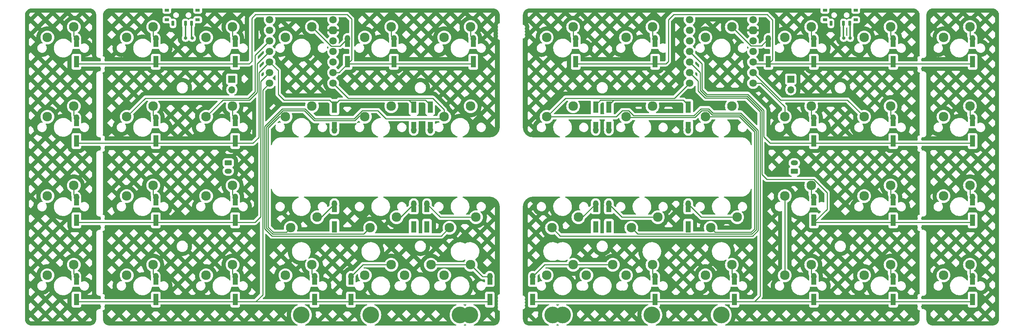
<source format=gbr>
%TF.GenerationSoftware,KiCad,Pcbnew,(7.0.0)*%
%TF.CreationDate,2024-02-09T22:05:53+01:00*%
%TF.ProjectId,graham cracker,67726168-616d-4206-9372-61636b65722e,rev?*%
%TF.SameCoordinates,Original*%
%TF.FileFunction,Copper,L2,Bot*%
%TF.FilePolarity,Positive*%
%FSLAX46Y46*%
G04 Gerber Fmt 4.6, Leading zero omitted, Abs format (unit mm)*
G04 Created by KiCad (PCBNEW (7.0.0)) date 2024-02-09 22:05:53*
%MOMM*%
%LPD*%
G01*
G04 APERTURE LIST*
G04 Aperture macros list*
%AMRoundRect*
0 Rectangle with rounded corners*
0 $1 Rounding radius*
0 $2 $3 $4 $5 $6 $7 $8 $9 X,Y pos of 4 corners*
0 Add a 4 corners polygon primitive as box body*
4,1,4,$2,$3,$4,$5,$6,$7,$8,$9,$2,$3,0*
0 Add four circle primitives for the rounded corners*
1,1,$1+$1,$2,$3*
1,1,$1+$1,$4,$5*
1,1,$1+$1,$6,$7*
1,1,$1+$1,$8,$9*
0 Add four rect primitives between the rounded corners*
20,1,$1+$1,$2,$3,$4,$5,0*
20,1,$1+$1,$4,$5,$6,$7,0*
20,1,$1+$1,$6,$7,$8,$9,0*
20,1,$1+$1,$8,$9,$2,$3,0*%
G04 Aperture macros list end*
%TA.AperFunction,ComponentPad*%
%ADD10C,2.300000*%
%TD*%
%TA.AperFunction,ComponentPad*%
%ADD11C,4.000000*%
%TD*%
%TA.AperFunction,ComponentPad*%
%ADD12C,1.800000*%
%TD*%
%TA.AperFunction,ComponentPad*%
%ADD13RoundRect,0.450000X0.450000X0.450000X-0.450000X0.450000X-0.450000X-0.450000X0.450000X-0.450000X0*%
%TD*%
%TA.AperFunction,ComponentPad*%
%ADD14R,1.300000X1.778000*%
%TD*%
%TA.AperFunction,SMDPad,CuDef*%
%ADD15R,1.300000X1.400000*%
%TD*%
%TA.AperFunction,ComponentPad*%
%ADD16O,1.300000X1.778000*%
%TD*%
%TA.AperFunction,ComponentPad*%
%ADD17R,1.700000X1.700000*%
%TD*%
%TA.AperFunction,ComponentPad*%
%ADD18O,1.700000X1.700000*%
%TD*%
%TA.AperFunction,SMDPad,CuDef*%
%ADD19RoundRect,0.090000X-0.210000X-0.535000X0.210000X-0.535000X0.210000X0.535000X-0.210000X0.535000X0*%
%TD*%
%TA.AperFunction,SMDPad,CuDef*%
%ADD20RoundRect,0.105000X-0.445000X0.245000X-0.445000X-0.245000X0.445000X-0.245000X0.445000X0.245000X0*%
%TD*%
%TA.AperFunction,ComponentPad*%
%ADD21RoundRect,0.250000X0.625000X-0.350000X0.625000X0.350000X-0.625000X0.350000X-0.625000X-0.350000X0*%
%TD*%
%TA.AperFunction,ComponentPad*%
%ADD22O,1.750000X1.200000*%
%TD*%
%TA.AperFunction,ComponentPad*%
%ADD23RoundRect,0.250000X-0.625000X0.350000X-0.625000X-0.350000X0.625000X-0.350000X0.625000X0.350000X0*%
%TD*%
%TA.AperFunction,ViaPad*%
%ADD24C,0.800000*%
%TD*%
%TA.AperFunction,Conductor*%
%ADD25C,0.250000*%
%TD*%
%TA.AperFunction,Conductor*%
%ADD26C,0.380000*%
%TD*%
G04 APERTURE END LIST*
D10*
%TO.P,MX29,1,1*%
%TO.N,Net-(D29-A)*%
X113347500Y-73977500D03*
%TO.P,MX29,2,2*%
%TO.N,COL4*%
X106997500Y-76517500D03*
%TD*%
%TO.P,MX11,1,1*%
%TO.N,COL10*%
X225583750Y-30797500D03*
%TO.P,MX11,2,2*%
%TO.N,Net-(D11-A)*%
X231933750Y-28257500D03*
%TD*%
%TO.P,MX22,1,1*%
%TO.N,COL9*%
X206533750Y-49847500D03*
%TO.P,MX22,2,2*%
%TO.N,Net-(D22-A)*%
X212883750Y-47307500D03*
%TD*%
%TO.P,MX6,1,1*%
%TO.N,COL5*%
X124777500Y-30797500D03*
%TO.P,MX6,2,2*%
%TO.N,Net-(D6-A)*%
X131127500Y-28257500D03*
%TD*%
%TO.P,MX26,1,1*%
%TO.N,COL1*%
X48577500Y-68897500D03*
%TO.P,MX26,2,2*%
%TO.N,Net-(D26-A)*%
X54927500Y-66357500D03*
%TD*%
D11*
%TO.P,S3,*%
%TO.N,*%
X174625000Y-97472500D03*
X150812500Y-97472500D03*
%TD*%
D10*
%TO.P,MX5,1,1*%
%TO.N,COL4*%
X105727500Y-30797500D03*
%TO.P,MX5,2,2*%
%TO.N,Net-(D5-A)*%
X112077500Y-28257500D03*
%TD*%
%TO.P,MX36,1,1*%
%TO.N,COL11*%
X244633750Y-68897500D03*
%TO.P,MX36,2,2*%
%TO.N,Net-(D36-A)*%
X250983750Y-66357500D03*
%TD*%
%TO.P,MX44,1,1*%
%TO.N,COL6*%
X149383750Y-87947500D03*
%TO.P,MX44,2,2*%
%TO.N,Net-(D43-A)*%
X155733750Y-85407500D03*
%TD*%
D12*
%TO.P,U1,1,P0.02*%
%TO.N,COL0*%
X82867500Y-26511250D03*
%TO.P,U1,2,P0.03*%
%TO.N,COL3*%
X82867500Y-29051250D03*
%TO.P,U1,3,P0.28*%
%TO.N,COL1*%
X82867500Y-31591250D03*
%TO.P,U1,4,P0.29*%
%TO.N,COL2*%
X82867500Y-34131250D03*
%TO.P,U1,5,P0.04*%
%TO.N,ROW1l*%
X82867500Y-36671250D03*
%TO.P,U1,6,P0.05*%
%TO.N,ROW2l*%
X82867500Y-39211250D03*
%TO.P,U1,7,P1.11*%
%TO.N,ROW3l*%
X82867500Y-41751250D03*
%TO.P,U1,8,5V*%
%TO.N,unconnected-(U1-5V-Pad8)*%
X98107500Y-26511250D03*
D13*
%TO.P,U1,9,GND*%
%TO.N,unconnected-(U1-GND-Pad9)*%
X98107500Y-29051250D03*
D12*
%TO.P,U1,10,3V3*%
%TO.N,unconnected-(U1-3V3-Pad10)*%
X98107500Y-31591250D03*
%TO.P,U1,11,P1.15*%
%TO.N,unconnected-(U1-P1.15-Pad11)*%
X98107500Y-34131250D03*
%TO.P,U1,12,P1.14*%
%TO.N,COL4*%
X98107500Y-36671250D03*
%TO.P,U1,13,P1.13*%
%TO.N,ROW0l*%
X98107500Y-39211250D03*
%TO.P,U1,14,P1.12*%
%TO.N,COL5*%
X98107500Y-41751250D03*
%TD*%
D10*
%TO.P,MX23,1,1*%
%TO.N,COL10*%
X225583750Y-49847500D03*
%TO.P,MX23,2,2*%
%TO.N,Net-(D23-A)*%
X231933750Y-47307500D03*
%TD*%
D11*
%TO.P,S4,*%
%TO.N,*%
X191293750Y-97472500D03*
X153193750Y-97472500D03*
%TD*%
D10*
%TO.P,MX32,1,1*%
%TO.N,Net-(D32-A)*%
X176053750Y-73977500D03*
%TO.P,MX32,2,2*%
%TO.N,COL7*%
X169703750Y-76517500D03*
%TD*%
%TO.P,MX2,1,1*%
%TO.N,COL1*%
X48577500Y-30797500D03*
%TO.P,MX2,2,2*%
%TO.N,Net-(D2-A)*%
X54927500Y-28257500D03*
%TD*%
%TO.P,MX45,1,1*%
%TO.N,COL6*%
X158908750Y-87947500D03*
%TO.P,MX45,2,2*%
%TO.N,Net-(D43-A)*%
X165258750Y-85407500D03*
%TD*%
%TO.P,MX15,1,1*%
%TO.N,COL2*%
X67627500Y-49847500D03*
%TO.P,MX15,2,2*%
%TO.N,Net-(D15-A)*%
X73977500Y-47307500D03*
%TD*%
%TO.P,MX41,1,1*%
%TO.N,COL4*%
X105727500Y-87947500D03*
%TO.P,MX41,2,2*%
%TO.N,Net-(D41-A)*%
X112077500Y-85407500D03*
%TD*%
%TO.P,MX48,1,1*%
%TO.N,COL9*%
X206533750Y-87947500D03*
%TO.P,MX48,2,2*%
%TO.N,Net-(D46-A)*%
X212883750Y-85407500D03*
%TD*%
%TO.P,MX7,1,1*%
%TO.N,COL6*%
X149383750Y-30797500D03*
%TO.P,MX7,2,2*%
%TO.N,Net-(D7-A)*%
X155733750Y-28257500D03*
%TD*%
%TO.P,MX13,1,1*%
%TO.N,COL0*%
X29527500Y-49847500D03*
%TO.P,MX13,2,2*%
%TO.N,Net-(D13-A)*%
X35877500Y-47307500D03*
%TD*%
%TO.P,MX33,1,1*%
%TO.N,Net-(D33-A)*%
X195103750Y-73977500D03*
%TO.P,MX33,2,2*%
%TO.N,COL8*%
X188753750Y-76517500D03*
%TD*%
%TO.P,MX9,1,1*%
%TO.N,COL8*%
X187483750Y-30797500D03*
%TO.P,MX9,2,2*%
%TO.N,Net-(D9-A)*%
X193833750Y-28257500D03*
%TD*%
%TO.P,MX21,1,1*%
%TO.N,COL8*%
X187483750Y-49847500D03*
%TO.P,MX21,2,2*%
%TO.N,Net-(D21-A)*%
X193833750Y-47307500D03*
%TD*%
%TO.P,MX40,1,1*%
%TO.N,COL3*%
X86677500Y-87947500D03*
%TO.P,MX40,2,2*%
%TO.N,Net-(D40-A)*%
X93027500Y-85407500D03*
%TD*%
%TO.P,MX37,1,1*%
%TO.N,COL0*%
X29527500Y-87947500D03*
%TO.P,MX37,2,2*%
%TO.N,Net-(D37-A)*%
X35877500Y-85407500D03*
%TD*%
D12*
%TO.P,U2,1,P0.02*%
%TO.N,COL11*%
X183673750Y-26511250D03*
%TO.P,U2,2,P0.03*%
%TO.N,COL8*%
X183673750Y-29051250D03*
%TO.P,U2,3,P0.28*%
%TO.N,COL7*%
X183673750Y-31591250D03*
%TO.P,U2,4,P0.29*%
%TO.N,ROW1r*%
X183673750Y-34131250D03*
%TO.P,U2,5,P0.04*%
%TO.N,ROW2r*%
X183673750Y-36671250D03*
%TO.P,U2,6,P0.05*%
%TO.N,ROW3r*%
X183673750Y-39211250D03*
%TO.P,U2,7,P1.11*%
%TO.N,COL6*%
X183673750Y-41751250D03*
%TO.P,U2,8,5V*%
%TO.N,unconnected-(U2-5V-Pad8)*%
X198913750Y-26511250D03*
D13*
%TO.P,U2,9,GND*%
%TO.N,unconnected-(U2-GND-Pad9)*%
X198913750Y-29051250D03*
D12*
%TO.P,U2,10,3V3*%
%TO.N,unconnected-(U2-3V3-Pad10)*%
X198913750Y-31591250D03*
%TO.P,U2,11,P1.15*%
%TO.N,unconnected-(U2-P1.15-Pad11)*%
X198913750Y-34131250D03*
%TO.P,U2,12,P1.14*%
%TO.N,ROW0r*%
X198913750Y-36671250D03*
%TO.P,U2,13,P1.13*%
%TO.N,COL10*%
X198913750Y-39211250D03*
%TO.P,U2,14,P1.12*%
%TO.N,COL9*%
X198913750Y-41751250D03*
%TD*%
D10*
%TO.P,MX28,1,1*%
%TO.N,Net-(D28-A)*%
X94297500Y-73977500D03*
%TO.P,MX28,2,2*%
%TO.N,COL3*%
X87947500Y-76517500D03*
%TD*%
%TO.P,MX17,1,1*%
%TO.N,COL4*%
X105727500Y-49847500D03*
%TO.P,MX17,2,2*%
%TO.N,Net-(D17-A)*%
X112077500Y-47307500D03*
%TD*%
%TO.P,MX25,1,1*%
%TO.N,COL0*%
X29527500Y-68897500D03*
%TO.P,MX25,2,2*%
%TO.N,Net-(D25-A)*%
X35877500Y-66357500D03*
%TD*%
D11*
%TO.P,S1,*%
%TO.N,*%
X128587500Y-97472500D03*
X90487500Y-97472500D03*
%TD*%
D10*
%TO.P,MX1,1,1*%
%TO.N,COL0*%
X29527500Y-30797500D03*
%TO.P,MX1,2,2*%
%TO.N,Net-(D1-A)*%
X35877500Y-28257500D03*
%TD*%
%TO.P,MX20,1,1*%
%TO.N,COL7*%
X168433750Y-49847500D03*
%TO.P,MX20,2,2*%
%TO.N,Net-(D20-A)*%
X174783750Y-47307500D03*
%TD*%
%TO.P,MX38,1,1*%
%TO.N,COL1*%
X48577500Y-87947500D03*
%TO.P,MX38,2,2*%
%TO.N,Net-(D38-A)*%
X54927500Y-85407500D03*
%TD*%
D11*
%TO.P,S2,*%
%TO.N,*%
X130968750Y-97472500D03*
X107156250Y-97472500D03*
%TD*%
D10*
%TO.P,MX31,1,1*%
%TO.N,Net-(D31-A)*%
X157003750Y-73977500D03*
%TO.P,MX31,2,2*%
%TO.N,COL6*%
X150653750Y-76517500D03*
%TD*%
%TO.P,MX24,1,1*%
%TO.N,COL11*%
X244633750Y-49847500D03*
%TO.P,MX24,2,2*%
%TO.N,Net-(D24-A)*%
X250983750Y-47307500D03*
%TD*%
%TO.P,MX19,1,1*%
%TO.N,COL6*%
X149383750Y-49847500D03*
%TO.P,MX19,2,2*%
%TO.N,Net-(D19-A)*%
X155733750Y-47307500D03*
%TD*%
%TO.P,MX39,1,1*%
%TO.N,COL2*%
X67627500Y-87947500D03*
%TO.P,MX39,2,2*%
%TO.N,Net-(D39-A)*%
X73977500Y-85407500D03*
%TD*%
%TO.P,MX4,1,1*%
%TO.N,COL3*%
X86677500Y-30797500D03*
%TO.P,MX4,2,2*%
%TO.N,Net-(D4-A)*%
X93027500Y-28257500D03*
%TD*%
%TO.P,MX12,1,1*%
%TO.N,COL11*%
X244633750Y-30797500D03*
%TO.P,MX12,2,2*%
%TO.N,Net-(D12-A)*%
X250983750Y-28257500D03*
%TD*%
%TO.P,MX34,1,1*%
%TO.N,COL9*%
X206533750Y-68897500D03*
%TO.P,MX34,2,2*%
%TO.N,Net-(D34-A)*%
X212883750Y-66357500D03*
%TD*%
%TO.P,MX46,1,1*%
%TO.N,COL7*%
X168433750Y-87947500D03*
%TO.P,MX46,2,2*%
%TO.N,Net-(D44-A)*%
X174783750Y-85407500D03*
%TD*%
%TO.P,MX8,1,1*%
%TO.N,COL7*%
X168433750Y-30797500D03*
%TO.P,MX8,2,2*%
%TO.N,Net-(D8-A)*%
X174783750Y-28257500D03*
%TD*%
%TO.P,MX27,1,1*%
%TO.N,COL2*%
X67627500Y-68897500D03*
%TO.P,MX27,2,2*%
%TO.N,Net-(D27-A)*%
X73977500Y-66357500D03*
%TD*%
%TO.P,MX10,1,1*%
%TO.N,COL9*%
X206533750Y-30797500D03*
%TO.P,MX10,2,2*%
%TO.N,Net-(D10-A)*%
X212883750Y-28257500D03*
%TD*%
%TO.P,MX18,1,1*%
%TO.N,COL5*%
X124777500Y-49847500D03*
%TO.P,MX18,2,2*%
%TO.N,Net-(D18-A)*%
X131127500Y-47307500D03*
%TD*%
%TO.P,MX30,1,1*%
%TO.N,Net-(D30-A)*%
X132397500Y-73977500D03*
%TO.P,MX30,2,2*%
%TO.N,COL5*%
X126047500Y-76517500D03*
%TD*%
%TO.P,MX43,1,1*%
%TO.N,COL5*%
X115252500Y-87947500D03*
%TO.P,MX43,2,2*%
%TO.N,Net-(D42-A)*%
X121602500Y-85407500D03*
%TD*%
%TO.P,MX16,1,1*%
%TO.N,COL3*%
X86677500Y-49847500D03*
%TO.P,MX16,2,2*%
%TO.N,Net-(D16-A)*%
X93027500Y-47307500D03*
%TD*%
%TO.P,MX47,1,1*%
%TO.N,COL8*%
X187483750Y-87947500D03*
%TO.P,MX47,2,2*%
%TO.N,Net-(D45-A)*%
X193833750Y-85407500D03*
%TD*%
%TO.P,MX3,1,1*%
%TO.N,COL2*%
X67627500Y-30797500D03*
%TO.P,MX3,2,2*%
%TO.N,Net-(D3-A)*%
X73977500Y-28257500D03*
%TD*%
%TO.P,MX14,1,1*%
%TO.N,COL1*%
X48577500Y-49847500D03*
%TO.P,MX14,2,2*%
%TO.N,Net-(D14-A)*%
X54927500Y-47307500D03*
%TD*%
%TO.P,MX49,1,1*%
%TO.N,COL10*%
X225583750Y-87947500D03*
%TO.P,MX49,2,2*%
%TO.N,Net-(D47-A)*%
X231933750Y-85407500D03*
%TD*%
%TO.P,MX35,1,1*%
%TO.N,COL10*%
X225583750Y-68897500D03*
%TO.P,MX35,2,2*%
%TO.N,Net-(D35-A)*%
X231933750Y-66357500D03*
%TD*%
%TO.P,MX42,1,1*%
%TO.N,COL5*%
X124777500Y-87947500D03*
%TO.P,MX42,2,2*%
%TO.N,Net-(D42-A)*%
X131127500Y-85407500D03*
%TD*%
%TO.P,MX50,1,1*%
%TO.N,COL11*%
X244633750Y-87947500D03*
%TO.P,MX50,2,2*%
%TO.N,Net-(D48-A)*%
X250983750Y-85407500D03*
%TD*%
D14*
%TO.P,D31,1,K*%
%TO.N,ROW2r*%
X161131249Y-76818749D03*
D15*
X161131249Y-75593749D03*
%TO.P,D31,2,A*%
%TO.N,Net-(D31-A)*%
X161131249Y-72043749D03*
D16*
X161131249Y-70818749D03*
%TD*%
D14*
%TO.P,D38,1,K*%
%TO.N,ROW3l*%
X55562499Y-94281249D03*
D15*
X55562499Y-93056249D03*
%TO.P,D38,2,A*%
%TO.N,Net-(D38-A)*%
X55562499Y-89506249D03*
D16*
X55562499Y-88281249D03*
%TD*%
D14*
%TO.P,D47,1,K*%
%TO.N,ROW3r*%
X232568749Y-94281249D03*
D15*
X232568749Y-93056249D03*
%TO.P,D47,2,A*%
%TO.N,Net-(D47-A)*%
X232568749Y-89506249D03*
D16*
X232568749Y-88281249D03*
%TD*%
D14*
%TO.P,D37,1,K*%
%TO.N,ROW3l*%
X36512499Y-94281249D03*
D15*
X36512499Y-93056249D03*
%TO.P,D37,2,A*%
%TO.N,Net-(D37-A)*%
X36512499Y-89506249D03*
D16*
X36512499Y-88281249D03*
%TD*%
D14*
%TO.P,D21,1,K*%
%TO.N,ROW1r*%
X183356249Y-47006249D03*
D15*
X183356249Y-48231249D03*
%TO.P,D21,2,A*%
%TO.N,Net-(D21-A)*%
X183356249Y-51781249D03*
D16*
X183356249Y-53006249D03*
%TD*%
D14*
%TO.P,D19,1,K*%
%TO.N,ROW1r*%
X161131249Y-47006249D03*
D15*
X161131249Y-48231249D03*
%TO.P,D19,2,A*%
%TO.N,Net-(D19-A)*%
X161131249Y-51781249D03*
D16*
X161131249Y-53006249D03*
%TD*%
D14*
%TO.P,D17,1,K*%
%TO.N,ROW1l*%
X117474999Y-47006249D03*
D15*
X117474999Y-48231249D03*
%TO.P,D17,2,A*%
%TO.N,Net-(D17-A)*%
X117474999Y-51781249D03*
D16*
X117474999Y-53006249D03*
%TD*%
D14*
%TO.P,D32,1,K*%
%TO.N,ROW2r*%
X164306249Y-76818749D03*
D15*
X164306249Y-75593749D03*
%TO.P,D32,2,A*%
%TO.N,Net-(D32-A)*%
X164306249Y-72043749D03*
D16*
X164306249Y-70818749D03*
%TD*%
D14*
%TO.P,D7,1,K*%
%TO.N,ROW0r*%
X156368749Y-37131249D03*
D15*
X156368749Y-35906249D03*
%TO.P,D7,2,A*%
%TO.N,Net-(D7-A)*%
X156368749Y-32356249D03*
D16*
X156368749Y-31131249D03*
%TD*%
D14*
%TO.P,D36,1,K*%
%TO.N,ROW2r*%
X251618749Y-75231249D03*
D15*
X251618749Y-74006249D03*
%TO.P,D36,2,A*%
%TO.N,Net-(D36-A)*%
X251618749Y-70456249D03*
D16*
X251618749Y-69231249D03*
%TD*%
D14*
%TO.P,D28,1,K*%
%TO.N,ROW2l*%
X98424999Y-76818749D03*
D15*
X98424999Y-75593749D03*
%TO.P,D28,2,A*%
%TO.N,Net-(D28-A)*%
X98424999Y-72043749D03*
D16*
X98424999Y-70818749D03*
%TD*%
D14*
%TO.P,D4,1,K*%
%TO.N,ROW0l*%
X101599999Y-37131249D03*
D15*
X101599999Y-35906249D03*
%TO.P,D4,2,A*%
%TO.N,Net-(D4-A)*%
X101599999Y-32356249D03*
D16*
X101599999Y-31131249D03*
%TD*%
D14*
%TO.P,D9,1,K*%
%TO.N,ROW0r*%
X202606249Y-37131249D03*
D15*
X202606249Y-35906249D03*
%TO.P,D9,2,A*%
%TO.N,Net-(D9-A)*%
X202606249Y-32356249D03*
D16*
X202606249Y-31131249D03*
%TD*%
D14*
%TO.P,D33,1,K*%
%TO.N,ROW2r*%
X183356249Y-76818749D03*
D15*
X183356249Y-75593749D03*
%TO.P,D33,2,A*%
%TO.N,Net-(D33-A)*%
X183356249Y-72043749D03*
D16*
X183356249Y-70818749D03*
%TD*%
D14*
%TO.P,D39,1,K*%
%TO.N,ROW3l*%
X74612499Y-94281249D03*
D15*
X74612499Y-93056249D03*
%TO.P,D39,2,A*%
%TO.N,Net-(D39-A)*%
X74612499Y-89506249D03*
D16*
X74612499Y-88281249D03*
%TD*%
D14*
%TO.P,D35,1,K*%
%TO.N,ROW2r*%
X232568749Y-75231249D03*
D15*
X232568749Y-74006249D03*
%TO.P,D35,2,A*%
%TO.N,Net-(D35-A)*%
X232568749Y-70456249D03*
D16*
X232568749Y-69231249D03*
%TD*%
D14*
%TO.P,D46,1,K*%
%TO.N,ROW3r*%
X213518749Y-94281249D03*
D15*
X213518749Y-93056249D03*
%TO.P,D46,2,A*%
%TO.N,Net-(D46-A)*%
X213518749Y-89506249D03*
D16*
X213518749Y-88281249D03*
%TD*%
D14*
%TO.P,D25,1,K*%
%TO.N,ROW2l*%
X36512499Y-75231249D03*
D15*
X36512499Y-74006249D03*
%TO.P,D25,2,A*%
%TO.N,Net-(D25-A)*%
X36512499Y-70456249D03*
D16*
X36512499Y-69231249D03*
%TD*%
D14*
%TO.P,D29,1,K*%
%TO.N,ROW2l*%
X117474999Y-76818749D03*
D15*
X117474999Y-75593749D03*
%TO.P,D29,2,A*%
%TO.N,Net-(D29-A)*%
X117474999Y-72043749D03*
D16*
X117474999Y-70818749D03*
%TD*%
D14*
%TO.P,D30,1,K*%
%TO.N,ROW2l*%
X120649999Y-76818749D03*
D15*
X120649999Y-75593749D03*
%TO.P,D30,2,A*%
%TO.N,Net-(D30-A)*%
X120649999Y-72043749D03*
D16*
X120649999Y-70818749D03*
%TD*%
D17*
%TO.P,J4,1,Pin_1*%
%TO.N,BAT+_R*%
X207962499Y-40793749D03*
D18*
%TO.P,J4,2,Pin_2*%
%TO.N,GND_R*%
X207962499Y-43333749D03*
%TD*%
D14*
%TO.P,D3,1,K*%
%TO.N,ROW0l*%
X74612499Y-37131249D03*
D15*
X74612499Y-35906249D03*
%TO.P,D3,2,A*%
%TO.N,Net-(D3-A)*%
X74612499Y-32356249D03*
D16*
X74612499Y-31131249D03*
%TD*%
D14*
%TO.P,D40,1,K*%
%TO.N,ROW3l*%
X93662499Y-94281249D03*
D15*
X93662499Y-93056249D03*
%TO.P,D40,2,A*%
%TO.N,Net-(D40-A)*%
X93662499Y-89506249D03*
D16*
X93662499Y-88281249D03*
%TD*%
D14*
%TO.P,D11,1,K*%
%TO.N,ROW0r*%
X232568749Y-37131249D03*
D15*
X232568749Y-35906249D03*
%TO.P,D11,2,A*%
%TO.N,Net-(D11-A)*%
X232568749Y-32356249D03*
D16*
X232568749Y-31131249D03*
%TD*%
D14*
%TO.P,D18,1,K*%
%TO.N,ROW1l*%
X121443749Y-47006249D03*
D15*
X121443749Y-48231249D03*
%TO.P,D18,2,A*%
%TO.N,Net-(D18-A)*%
X121443749Y-51781249D03*
D16*
X121443749Y-53006249D03*
%TD*%
D14*
%TO.P,D13,1,K*%
%TO.N,ROW1l*%
X36512499Y-56181249D03*
D15*
X36512499Y-54956249D03*
%TO.P,D13,2,A*%
%TO.N,Net-(D13-A)*%
X36512499Y-51406249D03*
D16*
X36512499Y-50181249D03*
%TD*%
D14*
%TO.P,D42,1,K*%
%TO.N,ROW3l*%
X135731249Y-94281249D03*
D15*
X135731249Y-93056249D03*
%TO.P,D42,2,A*%
%TO.N,Net-(D42-A)*%
X135731249Y-89506249D03*
D16*
X135731249Y-88281249D03*
%TD*%
D14*
%TO.P,D12,1,K*%
%TO.N,ROW0r*%
X251618749Y-37131249D03*
D15*
X251618749Y-35906249D03*
%TO.P,D12,2,A*%
%TO.N,Net-(D12-A)*%
X251618749Y-32356249D03*
D16*
X251618749Y-31131249D03*
%TD*%
D14*
%TO.P,D43,1,K*%
%TO.N,ROW3r*%
X146049999Y-94281249D03*
D15*
X146049999Y-93056249D03*
%TO.P,D43,2,A*%
%TO.N,Net-(D43-A)*%
X146049999Y-89506249D03*
D16*
X146049999Y-88281249D03*
%TD*%
D14*
%TO.P,D1,1,K*%
%TO.N,ROW0l*%
X36512499Y-37131249D03*
D15*
X36512499Y-35906249D03*
%TO.P,D1,2,A*%
%TO.N,Net-(D1-A)*%
X36512499Y-32356249D03*
D16*
X36512499Y-31131249D03*
%TD*%
D14*
%TO.P,D15,1,K*%
%TO.N,ROW1l*%
X74612499Y-56181249D03*
D15*
X74612499Y-54956249D03*
%TO.P,D15,2,A*%
%TO.N,Net-(D15-A)*%
X74612499Y-51406249D03*
D16*
X74612499Y-50181249D03*
%TD*%
D14*
%TO.P,D23,1,K*%
%TO.N,ROW1r*%
X232568749Y-56181249D03*
D15*
X232568749Y-54956249D03*
%TO.P,D23,2,A*%
%TO.N,Net-(D23-A)*%
X232568749Y-51406249D03*
D16*
X232568749Y-50181249D03*
%TD*%
D14*
%TO.P,D41,1,K*%
%TO.N,ROW3l*%
X102393749Y-94281249D03*
D15*
X102393749Y-93056249D03*
%TO.P,D41,2,A*%
%TO.N,Net-(D41-A)*%
X102393749Y-89506249D03*
D16*
X102393749Y-88281249D03*
%TD*%
D14*
%TO.P,D48,1,K*%
%TO.N,ROW3r*%
X251618749Y-94281249D03*
D15*
X251618749Y-93056249D03*
%TO.P,D48,2,A*%
%TO.N,Net-(D48-A)*%
X251618749Y-89506249D03*
D16*
X251618749Y-88281249D03*
%TD*%
D14*
%TO.P,D10,1,K*%
%TO.N,ROW0r*%
X213518749Y-37131249D03*
D15*
X213518749Y-35906249D03*
%TO.P,D10,2,A*%
%TO.N,Net-(D10-A)*%
X213518749Y-32356249D03*
D16*
X213518749Y-31131249D03*
%TD*%
D14*
%TO.P,D24,1,K*%
%TO.N,ROW1r*%
X251618749Y-56181249D03*
D15*
X251618749Y-54956249D03*
%TO.P,D24,2,A*%
%TO.N,Net-(D24-A)*%
X251618749Y-51406249D03*
D16*
X251618749Y-50181249D03*
%TD*%
D14*
%TO.P,D6,1,K*%
%TO.N,ROW0l*%
X131762499Y-37131249D03*
D15*
X131762499Y-35906249D03*
%TO.P,D6,2,A*%
%TO.N,Net-(D6-A)*%
X131762499Y-32356249D03*
D16*
X131762499Y-31131249D03*
%TD*%
D14*
%TO.P,D44,1,K*%
%TO.N,ROW3r*%
X175418749Y-94281249D03*
D15*
X175418749Y-93056249D03*
%TO.P,D44,2,A*%
%TO.N,Net-(D44-A)*%
X175418749Y-89506249D03*
D16*
X175418749Y-88281249D03*
%TD*%
D19*
%TO.P,PSW2,1,A*%
%TO.N,unconnected-(PSW2-A-Pad1)*%
X217618750Y-27400000D03*
%TO.P,PSW2,2,B*%
%TO.N,BAT+_R*%
X220618750Y-27400000D03*
%TO.P,PSW2,3,C*%
%TO.N,VBAT_R*%
X222118750Y-27400000D03*
D20*
%TO.P,PSW2,MP*%
%TO.N,N/C*%
X223568750Y-26550000D03*
X223568750Y-24250000D03*
X216168750Y-26550000D03*
X216168750Y-24250000D03*
%TD*%
D14*
%TO.P,D45,1,K*%
%TO.N,ROW3r*%
X194468749Y-94281249D03*
D15*
X194468749Y-93056249D03*
%TO.P,D45,2,A*%
%TO.N,Net-(D45-A)*%
X194468749Y-89506249D03*
D16*
X194468749Y-88281249D03*
%TD*%
D14*
%TO.P,D16,1,K*%
%TO.N,ROW1l*%
X98424999Y-47006249D03*
D15*
X98424999Y-48231249D03*
%TO.P,D16,2,A*%
%TO.N,Net-(D16-A)*%
X98424999Y-51781249D03*
D16*
X98424999Y-53006249D03*
%TD*%
D14*
%TO.P,D5,1,K*%
%TO.N,ROW0l*%
X112712499Y-37131249D03*
D15*
X112712499Y-35906249D03*
%TO.P,D5,2,A*%
%TO.N,Net-(D5-A)*%
X112712499Y-32356249D03*
D16*
X112712499Y-31131249D03*
%TD*%
D14*
%TO.P,D22,1,K*%
%TO.N,ROW1r*%
X213518749Y-56181249D03*
D15*
X213518749Y-54956249D03*
%TO.P,D22,2,A*%
%TO.N,Net-(D22-A)*%
X213518749Y-51406249D03*
D16*
X213518749Y-50181249D03*
%TD*%
D14*
%TO.P,D2,1,K*%
%TO.N,ROW0l*%
X55562499Y-37131249D03*
D15*
X55562499Y-35906249D03*
%TO.P,D2,2,A*%
%TO.N,Net-(D2-A)*%
X55562499Y-32356249D03*
D16*
X55562499Y-31131249D03*
%TD*%
D14*
%TO.P,D8,1,K*%
%TO.N,ROW0r*%
X175418749Y-37131249D03*
D15*
X175418749Y-35906249D03*
%TO.P,D8,2,A*%
%TO.N,Net-(D8-A)*%
X175418749Y-32356249D03*
D16*
X175418749Y-31131249D03*
%TD*%
D14*
%TO.P,D34,1,K*%
%TO.N,ROW2r*%
X213518749Y-75231249D03*
D15*
X213518749Y-74006249D03*
%TO.P,D34,2,A*%
%TO.N,Net-(D34-A)*%
X213518749Y-70456249D03*
D16*
X213518749Y-69231249D03*
%TD*%
D14*
%TO.P,D14,1,K*%
%TO.N,ROW1l*%
X55562499Y-56181249D03*
D15*
X55562499Y-54956249D03*
%TO.P,D14,2,A*%
%TO.N,Net-(D14-A)*%
X55562499Y-51406249D03*
D16*
X55562499Y-50181249D03*
%TD*%
D21*
%TO.P,J2,1,Pin_1*%
%TO.N,GND_R*%
X208825000Y-62912500D03*
D22*
%TO.P,J2,2,Pin_2*%
%TO.N,VBAT_R*%
X208824999Y-60912499D03*
%TD*%
D14*
%TO.P,D27,1,K*%
%TO.N,ROW2l*%
X74612499Y-75231249D03*
D15*
X74612499Y-74006249D03*
%TO.P,D27,2,A*%
%TO.N,Net-(D27-A)*%
X74612499Y-70456249D03*
D16*
X74612499Y-69231249D03*
%TD*%
D14*
%TO.P,D20,1,K*%
%TO.N,ROW1r*%
X164306249Y-47006249D03*
D15*
X164306249Y-48231249D03*
%TO.P,D20,2,A*%
%TO.N,Net-(D20-A)*%
X164306249Y-51781249D03*
D16*
X164306249Y-53006249D03*
%TD*%
D17*
%TO.P,J3,1,Pin_1*%
%TO.N,BAT+_L*%
X73818749Y-40793749D03*
D18*
%TO.P,J3,2,Pin_2*%
%TO.N,GND_L*%
X73818749Y-43333749D03*
%TD*%
D19*
%TO.P,PSW1,1,A*%
%TO.N,unconnected-(PSW1-A-Pad1)*%
X59662500Y-27400000D03*
%TO.P,PSW1,2,B*%
%TO.N,BAT+_L*%
X62662500Y-27400000D03*
%TO.P,PSW1,3,C*%
%TO.N,VBAT_L*%
X64162500Y-27400000D03*
D20*
%TO.P,PSW1,MP*%
%TO.N,N/C*%
X65612500Y-26550000D03*
X65612500Y-24250000D03*
X58212500Y-26550000D03*
X58212500Y-24250000D03*
%TD*%
D23*
%TO.P,J1,1,Pin_1*%
%TO.N,GND_L*%
X72956250Y-60912500D03*
D22*
%TO.P,J1,2,Pin_2*%
%TO.N,VBAT_L*%
X72956249Y-62912499D03*
%TD*%
D14*
%TO.P,D26,1,K*%
%TO.N,ROW2l*%
X55562499Y-75231249D03*
D15*
X55562499Y-74006249D03*
%TO.P,D26,2,A*%
%TO.N,Net-(D26-A)*%
X55562499Y-70456249D03*
D16*
X55562499Y-69231249D03*
%TD*%
D24*
%TO.N,BAT+_L*%
X62706250Y-30956250D03*
%TO.N,VBAT_L*%
X64293750Y-30956250D03*
%TO.N,BAT+_R*%
X220662500Y-30956250D03*
%TO.N,VBAT_R*%
X222250000Y-30956250D03*
%TO.N,unconnected-(U1-GND-Pad9)*%
X100806250Y-28575000D03*
%TO.N,unconnected-(U2-GND-Pad9)*%
X201612500Y-28575000D03*
%TD*%
D25*
%TO.N,Net-(D11-A)*%
X231933750Y-30496250D02*
X232568750Y-31131250D01*
X231933750Y-28257500D02*
X231933750Y-30496250D01*
%TO.N,Net-(D12-A)*%
X250983750Y-30496250D02*
X251618750Y-31131250D01*
X250983750Y-28257500D02*
X250983750Y-30496250D01*
%TO.N,Net-(D13-A)*%
X35877500Y-49546250D02*
X36512500Y-50181250D01*
X35877500Y-47307500D02*
X35877500Y-49546250D01*
%TO.N,Net-(D14-A)*%
X54927500Y-49546250D02*
X55562500Y-50181250D01*
X54927500Y-47307500D02*
X54927500Y-49546250D01*
%TO.N,Net-(D15-A)*%
X73977500Y-47307500D02*
X73977500Y-49546250D01*
X73977500Y-49546250D02*
X74612500Y-50181250D01*
%TO.N,Net-(D22-A)*%
X212883750Y-47307500D02*
X212883750Y-49546250D01*
X212883750Y-49546250D02*
X213518750Y-50181250D01*
%TO.N,Net-(D23-A)*%
X231933750Y-49546250D02*
X232568750Y-50181250D01*
X231933750Y-47307500D02*
X231933750Y-49546250D01*
%TO.N,Net-(D24-A)*%
X250983750Y-49546250D02*
X251618750Y-50181250D01*
X250983750Y-47307500D02*
X250983750Y-49546250D01*
%TO.N,Net-(D25-A)*%
X35877500Y-66357500D02*
X35877500Y-68596250D01*
X35877500Y-68596250D02*
X36512500Y-69231250D01*
%TO.N,Net-(D26-A)*%
X54927500Y-66357500D02*
X54927500Y-68596250D01*
X54927500Y-68596250D02*
X55562500Y-69231250D01*
%TO.N,Net-(D27-A)*%
X73977500Y-66357500D02*
X73977500Y-68596250D01*
X73977500Y-68596250D02*
X74612500Y-69231250D01*
%TO.N,Net-(D28-A)*%
X95266250Y-73977500D02*
X98425000Y-70818750D01*
X94297500Y-73977500D02*
X95266250Y-73977500D01*
%TO.N,Net-(D29-A)*%
X113347500Y-73977500D02*
X114316250Y-73977500D01*
X114316250Y-73977500D02*
X117475000Y-70818750D01*
%TO.N,Net-(D30-A)*%
X132397500Y-73977500D02*
X123808750Y-73977500D01*
X123808750Y-73977500D02*
X120650000Y-70818750D01*
%TO.N,Net-(D31-A)*%
X157972500Y-73977500D02*
X161131250Y-70818750D01*
X157003750Y-73977500D02*
X157972500Y-73977500D01*
%TO.N,Net-(D1-A)*%
X35877500Y-30496250D02*
X36512500Y-31131250D01*
X35877500Y-28257500D02*
X35877500Y-30496250D01*
%TO.N,Net-(D32-A)*%
X176053750Y-73977500D02*
X167465000Y-73977500D01*
X167465000Y-73977500D02*
X164306250Y-70818750D01*
%TO.N,Net-(D2-A)*%
X54927500Y-28257500D02*
X54927500Y-30496250D01*
X54927500Y-30496250D02*
X55562500Y-31131250D01*
%TO.N,Net-(D33-A)*%
X186515000Y-73977500D02*
X183356250Y-70818750D01*
X195103750Y-73977500D02*
X186515000Y-73977500D01*
%TO.N,Net-(D3-A)*%
X73977500Y-28257500D02*
X73977500Y-30496250D01*
X73977500Y-30496250D02*
X74612500Y-31131250D01*
%TO.N,Net-(D34-A)*%
X212883750Y-68596250D02*
X213518750Y-69231250D01*
X212883750Y-66357500D02*
X212883750Y-68596250D01*
%TO.N,Net-(D4-A)*%
X99825000Y-32906250D02*
X101600000Y-31131250D01*
X97676250Y-32906250D02*
X99825000Y-32906250D01*
X93027500Y-28257500D02*
X97676250Y-32906250D01*
%TO.N,Net-(D35-A)*%
X231933750Y-68596250D02*
X232568750Y-69231250D01*
X231933750Y-66357500D02*
X231933750Y-68596250D01*
%TO.N,Net-(D36-A)*%
X250983750Y-68596250D02*
X251618750Y-69231250D01*
X250983750Y-66357500D02*
X250983750Y-68596250D01*
%TO.N,Net-(D37-A)*%
X35877500Y-87646250D02*
X36512500Y-88281250D01*
X35877500Y-85407500D02*
X35877500Y-87646250D01*
%TO.N,Net-(D38-A)*%
X54927500Y-87646250D02*
X55562500Y-88281250D01*
X54927500Y-85407500D02*
X54927500Y-87646250D01*
%TO.N,Net-(D39-A)*%
X73977500Y-87646250D02*
X74612500Y-88281250D01*
X73977500Y-85407500D02*
X73977500Y-87646250D01*
%TO.N,Net-(D40-A)*%
X93027500Y-87646250D02*
X93662500Y-88281250D01*
X93027500Y-85407500D02*
X93027500Y-87646250D01*
%TO.N,Net-(D10-A)*%
X212883750Y-30496250D02*
X213518750Y-31131250D01*
X212883750Y-28257500D02*
X212883750Y-30496250D01*
D26*
%TO.N,BAT+_L*%
X62662500Y-30912500D02*
X62706250Y-30956250D01*
X62662500Y-27400000D02*
X62662500Y-30912500D01*
%TO.N,VBAT_L*%
X64162500Y-30825000D02*
X64293750Y-30956250D01*
X64162500Y-27400000D02*
X64162500Y-30825000D01*
%TO.N,BAT+_R*%
X220618750Y-30912500D02*
X220662500Y-30956250D01*
X220618750Y-27400000D02*
X220618750Y-30912500D01*
%TO.N,VBAT_R*%
X222250000Y-30956250D02*
X222250000Y-27531250D01*
X222250000Y-27531250D02*
X222118750Y-27400000D01*
D25*
%TO.N,Net-(D5-A)*%
X112077500Y-30496250D02*
X112712500Y-31131250D01*
X112077500Y-28257500D02*
X112077500Y-30496250D01*
%TO.N,Net-(D6-A)*%
X131127500Y-28257500D02*
X131127500Y-30496250D01*
X131127500Y-30496250D02*
X131762500Y-31131250D01*
%TO.N,Net-(D7-A)*%
X155733750Y-30496250D02*
X156368750Y-31131250D01*
X155733750Y-28257500D02*
X155733750Y-30496250D01*
%TO.N,Net-(D8-A)*%
X174783750Y-30496250D02*
X175418750Y-31131250D01*
X174783750Y-28257500D02*
X174783750Y-30496250D01*
%TO.N,Net-(D9-A)*%
X198392500Y-32816250D02*
X200921250Y-32816250D01*
X193833750Y-28257500D02*
X198392500Y-32816250D01*
X200921250Y-32816250D02*
X202606250Y-31131250D01*
%TO.N,Net-(D45-A)*%
X193833750Y-87646250D02*
X194468750Y-88281250D01*
X193833750Y-85407500D02*
X193833750Y-87646250D01*
%TO.N,Net-(D46-A)*%
X212883750Y-85407500D02*
X212883750Y-87646250D01*
X212883750Y-87646250D02*
X213518750Y-88281250D01*
%TO.N,Net-(D41-A)*%
X105267500Y-85407500D02*
X112077500Y-85407500D01*
X102393750Y-88281250D02*
X105267500Y-85407500D01*
%TO.N,Net-(D42-A)*%
X121602500Y-85407500D02*
X131127500Y-85407500D01*
X131127500Y-85407500D02*
X134001250Y-88281250D01*
X134001250Y-88281250D02*
X135731250Y-88281250D01*
%TO.N,Net-(D43-A)*%
X155733750Y-85407500D02*
X165258750Y-85407500D01*
X148923750Y-85407500D02*
X146050000Y-88281250D01*
X155733750Y-85407500D02*
X148923750Y-85407500D01*
%TO.N,Net-(D44-A)*%
X174783750Y-85407500D02*
X174783750Y-87646250D01*
X174783750Y-87646250D02*
X175418750Y-88281250D01*
%TO.N,COL1*%
X48577500Y-49847500D02*
X53042500Y-45382500D01*
X53042500Y-45382500D02*
X77806104Y-45382500D01*
X79400000Y-43788604D02*
X79400000Y-35058750D01*
X79400000Y-35058750D02*
X82867500Y-31591250D01*
X77806104Y-45382500D02*
X79400000Y-43788604D01*
%TO.N,COL2*%
X67627500Y-49847500D02*
X71642500Y-45832500D01*
X79850000Y-37148750D02*
X82867500Y-34131250D01*
X77992500Y-45832500D02*
X79850000Y-43975000D01*
X79850000Y-43975000D02*
X79850000Y-37148750D01*
X71642500Y-45832500D02*
X77992500Y-45832500D01*
%TO.N,COL3*%
X83775396Y-77582750D02*
X82550000Y-76357354D01*
X82550000Y-52525430D02*
X85227930Y-49847500D01*
X85227930Y-49847500D02*
X86677500Y-49847500D01*
X87947500Y-76517500D02*
X86882250Y-77582750D01*
X82550000Y-76357354D02*
X82550000Y-52525430D01*
X86882250Y-77582750D02*
X83775396Y-77582750D01*
%TO.N,COL4*%
X82100000Y-52339034D02*
X86066534Y-48372500D01*
X86066534Y-48372500D02*
X91235000Y-48372500D01*
X104447090Y-49678340D02*
X105558340Y-49678340D01*
X91235000Y-48372500D02*
X93618750Y-50756250D01*
X82100000Y-76543750D02*
X82100000Y-52339034D01*
X103369180Y-50756250D02*
X104447090Y-49678340D01*
X105558340Y-49678340D02*
X105727500Y-49847500D01*
X83589000Y-78032750D02*
X82100000Y-76543750D01*
X93618750Y-50756250D02*
X103369180Y-50756250D01*
X105482250Y-78032750D02*
X83589000Y-78032750D01*
X106997500Y-76517500D02*
X105482250Y-78032750D01*
%TO.N,COL5*%
X124777500Y-48151000D02*
X122009000Y-45382500D01*
X85880138Y-47922500D02*
X91421396Y-47922500D01*
X93805146Y-50306250D02*
X103182784Y-50306250D01*
X101738750Y-45382500D02*
X122009000Y-45382500D01*
X124777500Y-49847500D02*
X124777500Y-48151000D01*
X108872631Y-48372500D02*
X110778523Y-50278392D01*
X81650000Y-76730146D02*
X81650000Y-52152638D01*
X103182784Y-50306250D02*
X105116534Y-48372500D01*
X126047500Y-76517500D02*
X124082250Y-78482750D01*
X81650000Y-52152638D02*
X85880138Y-47922500D01*
X124346608Y-50278392D02*
X124777500Y-49847500D01*
X105116534Y-48372500D02*
X108872631Y-48372500D01*
X110778523Y-50278392D02*
X124346608Y-50278392D01*
X101738750Y-45382500D02*
X98107500Y-41751250D01*
X83402604Y-78482750D02*
X81650000Y-76730146D01*
X124082250Y-78482750D02*
X83402604Y-78482750D01*
X91421396Y-47922500D02*
X93805146Y-50306250D01*
%TO.N,COL6*%
X180042500Y-45382500D02*
X183673750Y-41751250D01*
X200131250Y-77161792D02*
X200131250Y-53104441D01*
X169044716Y-48372500D02*
X167527500Y-48372500D01*
X152619000Y-78482750D02*
X198810292Y-78482750D01*
X198810292Y-78482750D02*
X200131250Y-77161792D01*
X149383750Y-49847500D02*
X153848750Y-45382500D01*
X167527500Y-48372500D02*
X166052500Y-49847500D01*
X200131250Y-53104441D02*
X195974309Y-48947500D01*
X195974309Y-48947500D02*
X189306112Y-48947500D01*
X166052500Y-49847500D02*
X149383750Y-49847500D01*
X188281112Y-47922500D02*
X186391104Y-47922500D01*
X186391104Y-47922500D02*
X184745004Y-49568600D01*
X170240816Y-49568600D02*
X169044716Y-48372500D01*
X184745004Y-49568600D02*
X170240816Y-49568600D01*
X150653750Y-76517500D02*
X152619000Y-78482750D01*
X189306112Y-48947500D02*
X188281112Y-47922500D01*
X153848750Y-45382500D02*
X180042500Y-45382500D01*
%TO.N,COL7*%
X184931400Y-50018600D02*
X168604850Y-50018600D01*
X186577500Y-48372500D02*
X184931400Y-50018600D01*
X189119716Y-49397500D02*
X188094716Y-48372500D01*
X168604850Y-50018600D02*
X168433750Y-49847500D01*
X198623896Y-78032750D02*
X199681250Y-76975396D01*
X195787913Y-49397500D02*
X189119716Y-49397500D01*
X169703750Y-76517500D02*
X171219000Y-78032750D01*
X199681250Y-76975396D02*
X199681250Y-53290837D01*
X199681250Y-53290837D02*
X195787913Y-49397500D01*
X188094716Y-48372500D02*
X186577500Y-48372500D01*
X171219000Y-78032750D02*
X198623896Y-78032750D01*
%TO.N,COL8*%
X199231250Y-76789000D02*
X199231250Y-53477233D01*
X198437500Y-77582750D02*
X199231250Y-76789000D01*
X188753750Y-76517500D02*
X189819000Y-77582750D01*
X195601517Y-49847500D02*
X187483750Y-49847500D01*
X189819000Y-77582750D02*
X198437500Y-77582750D01*
X199231250Y-53477233D02*
X195601517Y-49847500D01*
%TO.N,COL9*%
X200817354Y-41751250D02*
X198913750Y-41751250D01*
X206533750Y-47467646D02*
X200817354Y-41751250D01*
X206533750Y-49847500D02*
X206533750Y-47467646D01*
X206533750Y-68897500D02*
X206533750Y-87947500D01*
%TO.N,Net-(D47-A)*%
X231933750Y-85407500D02*
X231933750Y-87646250D01*
X231933750Y-87646250D02*
X232568750Y-88281250D01*
%TO.N,Net-(D48-A)*%
X250983750Y-87646250D02*
X251618750Y-88281250D01*
X250983750Y-85407500D02*
X250983750Y-87646250D01*
%TO.N,COL10*%
X221568750Y-45832500D02*
X225583750Y-49847500D01*
X205535000Y-45832500D02*
X221568750Y-45832500D01*
X198913750Y-39211250D02*
X205535000Y-45832500D01*
%TO.N,ROW0l*%
X36524500Y-37143250D02*
X36512500Y-37131250D01*
X74612500Y-37131250D02*
X55562500Y-37131250D01*
X102575000Y-36156250D02*
X101600000Y-37131250D01*
X112712500Y-37131250D02*
X101600000Y-37131250D01*
X77962500Y-37131250D02*
X78581250Y-36512500D01*
X101486250Y-25286250D02*
X102575000Y-26375000D01*
X55562500Y-37131250D02*
X55550500Y-37143250D01*
X78581250Y-26193750D02*
X79488750Y-25286250D01*
X101600000Y-37131250D02*
X99520000Y-39211250D01*
X102575000Y-26375000D02*
X102575000Y-36156250D01*
X131762500Y-37131250D02*
X112712500Y-37131250D01*
X79488750Y-25286250D02*
X101486250Y-25286250D01*
X74612500Y-37131250D02*
X77962500Y-37131250D01*
X99520000Y-39211250D02*
X98107500Y-39211250D01*
X78581250Y-36512500D02*
X78581250Y-26193750D01*
X55550500Y-37143250D02*
X36524500Y-37143250D01*
%TO.N,ROW0r*%
X202606250Y-37131250D02*
X199373750Y-37131250D01*
X213530750Y-37143250D02*
X251606750Y-37143250D01*
X178593750Y-36512500D02*
X178593750Y-26559740D01*
X175418750Y-37131250D02*
X177975000Y-37131250D01*
X177975000Y-37131250D02*
X178593750Y-36512500D01*
X251606750Y-37143250D02*
X251618750Y-37131250D01*
X213518750Y-37131250D02*
X213530750Y-37143250D01*
X202292500Y-25286250D02*
X203581250Y-26575000D01*
X203581250Y-26575000D02*
X203581250Y-36156250D01*
X156368750Y-37131250D02*
X175418750Y-37131250D01*
X203581250Y-36156250D02*
X202606250Y-37131250D01*
X199373750Y-37131250D02*
X198913750Y-36671250D01*
X202606250Y-37131250D02*
X213518750Y-37131250D01*
X179867239Y-25286250D02*
X202292500Y-25286250D01*
X178593750Y-26559740D02*
X179867239Y-25286250D01*
%TO.N,ROW1l*%
X98425000Y-47006250D02*
X99598750Y-45832500D01*
X84931250Y-38735000D02*
X82867500Y-36671250D01*
X55550500Y-56193250D02*
X55562500Y-56181250D01*
X80300000Y-54768750D02*
X80300000Y-39238750D01*
X80300000Y-39238750D02*
X82867500Y-36671250D01*
X86313750Y-45832500D02*
X97251250Y-45832500D01*
X74612500Y-56181250D02*
X78887500Y-56181250D01*
X99598750Y-45832500D02*
X116301250Y-45832500D01*
X86313750Y-45832500D02*
X84931250Y-44450000D01*
X84931250Y-44450000D02*
X84931250Y-38735000D01*
X99598750Y-45832500D02*
X120270000Y-45832500D01*
X78887500Y-56181250D02*
X80300000Y-54768750D01*
X36524500Y-56193250D02*
X55550500Y-56193250D01*
X36512500Y-56181250D02*
X36524500Y-56193250D01*
X55562500Y-56181250D02*
X74612500Y-56181250D01*
X120270000Y-45832500D02*
X121443750Y-47006250D01*
X116301250Y-45832500D02*
X117475000Y-47006250D01*
X97251250Y-45832500D02*
X98425000Y-47006250D01*
%TO.N,ROW1r*%
X203025000Y-56181250D02*
X213518750Y-56181250D01*
X183356250Y-47006250D02*
X182182500Y-45832500D01*
X187804042Y-44450000D02*
X186637500Y-43283458D01*
X161131250Y-47006250D02*
X162305000Y-45832500D01*
X182182500Y-45832500D02*
X165480000Y-45832500D01*
X186637500Y-43283458D02*
X186637500Y-37095000D01*
X165480000Y-45832500D02*
X164306250Y-47006250D01*
X201481250Y-48287500D02*
X197643750Y-44450000D01*
X213518750Y-56181250D02*
X213530750Y-56193250D01*
X197643750Y-44450000D02*
X187804042Y-44450000D01*
X186637500Y-37095000D02*
X183673750Y-34131250D01*
X203025000Y-56181250D02*
X201481250Y-54637500D01*
X251606750Y-56193250D02*
X251618750Y-56181250D01*
X162305000Y-45832500D02*
X182182500Y-45832500D01*
X213530750Y-56193250D02*
X251606750Y-56193250D01*
X201481250Y-54637500D02*
X201481250Y-48287500D01*
%TO.N,ROW2l*%
X80750000Y-73818750D02*
X80750000Y-41328750D01*
X36524500Y-75243250D02*
X55550500Y-75243250D01*
X55550500Y-75243250D02*
X55562500Y-75231250D01*
X74612500Y-75231250D02*
X79337500Y-75231250D01*
X55562500Y-75231250D02*
X74612500Y-75231250D01*
X36512500Y-75231250D02*
X36524500Y-75243250D01*
X80750000Y-41328750D02*
X82867500Y-39211250D01*
X79337500Y-75231250D02*
X80750000Y-73818750D01*
%TO.N,ROW2r*%
X201031250Y-48473896D02*
X197471474Y-44914120D01*
X201031250Y-63712500D02*
X201031250Y-48473896D01*
X186187500Y-39185000D02*
X183673750Y-36671250D01*
X251606750Y-75243250D02*
X251618750Y-75231250D01*
X213494716Y-64882500D02*
X202201250Y-64882500D01*
X213518750Y-75231250D02*
X213530750Y-75243250D01*
X187631766Y-44914120D02*
X186187500Y-43469854D01*
X216673750Y-72076250D02*
X216673750Y-68061534D01*
X213518750Y-75231250D02*
X216673750Y-72076250D01*
X202201250Y-64882500D02*
X201031250Y-63712500D01*
X216673750Y-68061534D02*
X213494716Y-64882500D01*
X186187500Y-43469854D02*
X186187500Y-39185000D01*
X213530750Y-75243250D02*
X251606750Y-75243250D01*
X197471474Y-44914120D02*
X187631766Y-44914120D01*
%TO.N,ROW3l*%
X81200000Y-43418750D02*
X82867500Y-41751250D01*
X81200000Y-92631250D02*
X81200000Y-43418750D01*
X55562500Y-94281250D02*
X135731250Y-94281250D01*
X79550000Y-94281250D02*
X81200000Y-92631250D01*
X36512500Y-94281250D02*
X36524500Y-94293250D01*
X36524500Y-94293250D02*
X55550500Y-94293250D01*
X55550500Y-94293250D02*
X55562500Y-94281250D01*
X74612500Y-94281250D02*
X79550000Y-94281250D01*
%TO.N,ROW3r*%
X185737500Y-43656250D02*
X185737500Y-41275000D01*
X200581250Y-92931250D02*
X200581250Y-48660292D01*
X232568750Y-94281250D02*
X232580750Y-94293250D01*
X185737500Y-41275000D02*
X183673750Y-39211250D01*
X146050000Y-94281250D02*
X199231250Y-94281250D01*
X199231250Y-94281250D02*
X232568750Y-94281250D01*
X232580750Y-94293250D02*
X251606750Y-94293250D01*
X187445370Y-45364120D02*
X185737500Y-43656250D01*
X197285078Y-45364120D02*
X187445370Y-45364120D01*
X251606750Y-94293250D02*
X251618750Y-94281250D01*
X200581250Y-92931250D02*
X199231250Y-94281250D01*
X200581250Y-48660292D02*
X197285078Y-45364120D01*
%TD*%
%TA.AperFunction,Conductor*%
%TO.N,unconnected-(U1-GND-Pad9)*%
G36*
X96709751Y-25924350D02*
G01*
X96753145Y-25959588D01*
X96776652Y-26010304D01*
X96775497Y-26066188D01*
X96748975Y-26170920D01*
X96724169Y-26268878D01*
X96721366Y-26279945D01*
X96720942Y-26285052D01*
X96720941Y-26285063D01*
X96705574Y-26470534D01*
X96702200Y-26511250D01*
X96702624Y-26516367D01*
X96720941Y-26737436D01*
X96720942Y-26737445D01*
X96721366Y-26742555D01*
X96722623Y-26747522D01*
X96722625Y-26747529D01*
X96766619Y-26921254D01*
X96778343Y-26967550D01*
X96780403Y-26972246D01*
X96869516Y-27175404D01*
X96869519Y-27175409D01*
X96871576Y-27180099D01*
X96885849Y-27201945D01*
X96995719Y-27370115D01*
X96995722Y-27370119D01*
X96998521Y-27374403D01*
X97155716Y-27545163D01*
X97159762Y-27548312D01*
X97159763Y-27548313D01*
X97169287Y-27555726D01*
X97192948Y-27574142D01*
X97192950Y-27574143D01*
X97230525Y-27622603D01*
X97240286Y-27683142D01*
X97219845Y-27740955D01*
X97174201Y-27781905D01*
X97137602Y-27801023D01*
X97127151Y-27807910D01*
X96987153Y-27922063D01*
X96978313Y-27930903D01*
X96864160Y-28070901D01*
X96857273Y-28081351D01*
X96773643Y-28241454D01*
X96768999Y-28253078D01*
X96719199Y-28427122D01*
X96717057Y-28438655D01*
X96707742Y-28543420D01*
X96707500Y-28548891D01*
X96707500Y-28784924D01*
X96710950Y-28797799D01*
X96723826Y-28801250D01*
X99491173Y-28801250D01*
X99504048Y-28797799D01*
X99507499Y-28784924D01*
X99507499Y-28548893D01*
X99507256Y-28543418D01*
X99497942Y-28438653D01*
X99495801Y-28427125D01*
X99446000Y-28253078D01*
X99441356Y-28241454D01*
X99357726Y-28081351D01*
X99350839Y-28070901D01*
X99236686Y-27930903D01*
X99227846Y-27922063D01*
X99087848Y-27807910D01*
X99077401Y-27801025D01*
X99040799Y-27781906D01*
X98995154Y-27740956D01*
X98974713Y-27683142D01*
X98984474Y-27622602D01*
X99022050Y-27574143D01*
X99059284Y-27545163D01*
X99216479Y-27374403D01*
X99343424Y-27180099D01*
X99436657Y-26967550D01*
X99493634Y-26742555D01*
X99512800Y-26511250D01*
X99493634Y-26279945D01*
X99439502Y-26066188D01*
X99438348Y-26010304D01*
X99461855Y-25959588D01*
X99505249Y-25924350D01*
X99559709Y-25911750D01*
X101175798Y-25911750D01*
X101223251Y-25921189D01*
X101263479Y-25948069D01*
X101913181Y-26597772D01*
X101940061Y-26638000D01*
X101949500Y-26685453D01*
X101949500Y-29637826D01*
X101937747Y-29690519D01*
X101904717Y-29733223D01*
X101856670Y-29757844D01*
X101802715Y-29759715D01*
X101712239Y-29742802D01*
X101712236Y-29742801D01*
X101706610Y-29741750D01*
X101493390Y-29741750D01*
X101487764Y-29742801D01*
X101487760Y-29742802D01*
X101289439Y-29779875D01*
X101289436Y-29779875D01*
X101283802Y-29780929D01*
X101278461Y-29782997D01*
X101278454Y-29783000D01*
X101090322Y-29855882D01*
X101090313Y-29855886D01*
X101084981Y-29857952D01*
X101080114Y-29860965D01*
X101080109Y-29860968D01*
X100908564Y-29967184D01*
X100908555Y-29967190D01*
X100903698Y-29970198D01*
X100899475Y-29974047D01*
X100899468Y-29974053D01*
X100750360Y-30109984D01*
X100750354Y-30109989D01*
X100746128Y-30113843D01*
X100742681Y-30118406D01*
X100742675Y-30118414D01*
X100621086Y-30279423D01*
X100621083Y-30279427D01*
X100617634Y-30283995D01*
X100615082Y-30289120D01*
X100615079Y-30289125D01*
X100525153Y-30469723D01*
X100522595Y-30474861D01*
X100521027Y-30480369D01*
X100521024Y-30480379D01*
X100465814Y-30674418D01*
X100465811Y-30674429D01*
X100464244Y-30679940D01*
X100463714Y-30685650D01*
X100463714Y-30685655D01*
X100450747Y-30825594D01*
X100449500Y-30839056D01*
X100449500Y-30841928D01*
X100449500Y-31345798D01*
X100440061Y-31393251D01*
X100413181Y-31433479D01*
X99619356Y-32227302D01*
X99560123Y-32260314D01*
X99492383Y-32257231D01*
X99436393Y-32218976D01*
X99408897Y-32156990D01*
X99418120Y-32089809D01*
X99436657Y-32047550D01*
X99493634Y-31822555D01*
X99512800Y-31591250D01*
X99493634Y-31359945D01*
X99436657Y-31134950D01*
X99343424Y-30922401D01*
X99223700Y-30739149D01*
X99219280Y-30732384D01*
X99219278Y-30732382D01*
X99216479Y-30728097D01*
X99059284Y-30557337D01*
X99036486Y-30539593D01*
X99022049Y-30528356D01*
X98984473Y-30479895D01*
X98974713Y-30419355D01*
X98995156Y-30361541D01*
X99040801Y-30320592D01*
X99077402Y-30301473D01*
X99087848Y-30294589D01*
X99227846Y-30180436D01*
X99236686Y-30171596D01*
X99350839Y-30031598D01*
X99357726Y-30021148D01*
X99441356Y-29861045D01*
X99446000Y-29849421D01*
X99495800Y-29675377D01*
X99497942Y-29663844D01*
X99507257Y-29559079D01*
X99507500Y-29553609D01*
X99507500Y-29317576D01*
X99504049Y-29304700D01*
X99491174Y-29301250D01*
X96723827Y-29301250D01*
X96710951Y-29304700D01*
X96707501Y-29317576D01*
X96707501Y-29553607D01*
X96707743Y-29559081D01*
X96717057Y-29663846D01*
X96719198Y-29675374D01*
X96768999Y-29849421D01*
X96773643Y-29861045D01*
X96857273Y-30021148D01*
X96864160Y-30031598D01*
X96978313Y-30171596D01*
X96987153Y-30180436D01*
X97127151Y-30294589D01*
X97137601Y-30301476D01*
X97174199Y-30320593D01*
X97219844Y-30361542D01*
X97240286Y-30419355D01*
X97230526Y-30479894D01*
X97192951Y-30528355D01*
X97159765Y-30554184D01*
X97159754Y-30554194D01*
X97155716Y-30557337D01*
X97152246Y-30561105D01*
X97152242Y-30561110D01*
X97001991Y-30724327D01*
X97001988Y-30724330D01*
X96998521Y-30728097D01*
X96995726Y-30732374D01*
X96995719Y-30732384D01*
X96874377Y-30918112D01*
X96874371Y-30918122D01*
X96871576Y-30922401D01*
X96869522Y-30927082D01*
X96869513Y-30927100D01*
X96854658Y-30960965D01*
X96818271Y-31008214D01*
X96764035Y-31033012D01*
X96704495Y-31029624D01*
X96653423Y-30998832D01*
X94608415Y-28953824D01*
X94581534Y-28913595D01*
X94572096Y-28866141D01*
X94581535Y-28818691D01*
X94602073Y-28769110D01*
X94662721Y-28516494D01*
X94683104Y-28257500D01*
X94662721Y-27998506D01*
X94602073Y-27745890D01*
X94502654Y-27505872D01*
X94482938Y-27473699D01*
X94369457Y-27288513D01*
X94369456Y-27288512D01*
X94366912Y-27284360D01*
X94198189Y-27086811D01*
X94194488Y-27083650D01*
X94004347Y-26921254D01*
X94004346Y-26921253D01*
X94000640Y-26918088D01*
X93996489Y-26915544D01*
X93996486Y-26915542D01*
X93783274Y-26784886D01*
X93783267Y-26784882D01*
X93779128Y-26782346D01*
X93774633Y-26780484D01*
X93774631Y-26780483D01*
X93543610Y-26684791D01*
X93539110Y-26682927D01*
X93534381Y-26681791D01*
X93534373Y-26681789D01*
X93291227Y-26623415D01*
X93291223Y-26623414D01*
X93286494Y-26622279D01*
X93281643Y-26621897D01*
X93281642Y-26621897D01*
X93032354Y-26602278D01*
X93027500Y-26601896D01*
X93022646Y-26602278D01*
X92773357Y-26621897D01*
X92773354Y-26621897D01*
X92768506Y-26622279D01*
X92763778Y-26623413D01*
X92763772Y-26623415D01*
X92520626Y-26681789D01*
X92520614Y-26681792D01*
X92515890Y-26682927D01*
X92511393Y-26684789D01*
X92511389Y-26684791D01*
X92280368Y-26780483D01*
X92280360Y-26780486D01*
X92275872Y-26782346D01*
X92271737Y-26784879D01*
X92271725Y-26784886D01*
X92058513Y-26915542D01*
X92058503Y-26915548D01*
X92054360Y-26918088D01*
X92050659Y-26921248D01*
X92050652Y-26921254D01*
X91860511Y-27083650D01*
X91860504Y-27083656D01*
X91856811Y-27086811D01*
X91853656Y-27090504D01*
X91853650Y-27090511D01*
X91691254Y-27280652D01*
X91691248Y-27280659D01*
X91688088Y-27284360D01*
X91685548Y-27288503D01*
X91685542Y-27288513D01*
X91554886Y-27501725D01*
X91554879Y-27501737D01*
X91552346Y-27505872D01*
X91550486Y-27510360D01*
X91550483Y-27510368D01*
X91454791Y-27741389D01*
X91452927Y-27745890D01*
X91451792Y-27750614D01*
X91451789Y-27750626D01*
X91393415Y-27993772D01*
X91393413Y-27993778D01*
X91392279Y-27998506D01*
X91391897Y-28003354D01*
X91391897Y-28003357D01*
X91378116Y-28178467D01*
X91371896Y-28257500D01*
X91372278Y-28262354D01*
X91391791Y-28510301D01*
X91392279Y-28516494D01*
X91393414Y-28521223D01*
X91393415Y-28521227D01*
X91451789Y-28764373D01*
X91451791Y-28764381D01*
X91452927Y-28769110D01*
X91454791Y-28773610D01*
X91539726Y-28978662D01*
X91552346Y-29009128D01*
X91554882Y-29013267D01*
X91554886Y-29013274D01*
X91685367Y-29226200D01*
X91688088Y-29230640D01*
X91691253Y-29234346D01*
X91691254Y-29234347D01*
X91704469Y-29249820D01*
X91856811Y-29428189D01*
X92054360Y-29596912D01*
X92058512Y-29599456D01*
X92058513Y-29599457D01*
X92207113Y-29690519D01*
X92275872Y-29732654D01*
X92515890Y-29832073D01*
X92768506Y-29892721D01*
X93027500Y-29913104D01*
X93286494Y-29892721D01*
X93539110Y-29832073D01*
X93588690Y-29811535D01*
X93636142Y-29802096D01*
X93683596Y-29811535D01*
X93723825Y-29838415D01*
X95912285Y-32026876D01*
X95943908Y-32080756D01*
X95945246Y-32143217D01*
X95915960Y-32198403D01*
X95863483Y-32232304D01*
X95801137Y-32236316D01*
X95680769Y-32213117D01*
X95680766Y-32213116D01*
X95674972Y-32212000D01*
X95513882Y-32212000D01*
X95510953Y-32212279D01*
X95510946Y-32212280D01*
X95359409Y-32226750D01*
X95359403Y-32226751D01*
X95353529Y-32227312D01*
X95347859Y-32228976D01*
X95347858Y-32228977D01*
X95152953Y-32286206D01*
X95152948Y-32286207D01*
X95147291Y-32287869D01*
X95142051Y-32290570D01*
X95142047Y-32290572D01*
X94961490Y-32383655D01*
X94961482Y-32383659D01*
X94956241Y-32386362D01*
X94951609Y-32390004D01*
X94951599Y-32390011D01*
X94791923Y-32515582D01*
X94791916Y-32515588D01*
X94787283Y-32519232D01*
X94783419Y-32523690D01*
X94783416Y-32523694D01*
X94650390Y-32677214D01*
X94646524Y-32681676D01*
X94643573Y-32686786D01*
X94643571Y-32686790D01*
X94542847Y-32861250D01*
X94539052Y-32867823D01*
X94537120Y-32873403D01*
X94537119Y-32873407D01*
X94470683Y-33065359D01*
X94470681Y-33065365D01*
X94468750Y-33070946D01*
X94467909Y-33076789D01*
X94467908Y-33076797D01*
X94439000Y-33277863D01*
X94438999Y-33277869D01*
X94438161Y-33283703D01*
X94438441Y-33289587D01*
X94438441Y-33289594D01*
X94446498Y-33458736D01*
X94448388Y-33498404D01*
X94449779Y-33504141D01*
X94449780Y-33504142D01*
X94487067Y-33657844D01*
X94499063Y-33707290D01*
X94501516Y-33712661D01*
X94501518Y-33712667D01*
X94566464Y-33854878D01*
X94588354Y-33902810D01*
X94591776Y-33907615D01*
X94591778Y-33907619D01*
X94709609Y-34073090D01*
X94709612Y-34073093D01*
X94713034Y-34077899D01*
X94868597Y-34226227D01*
X94873565Y-34229420D01*
X94873568Y-34229422D01*
X95024369Y-34326336D01*
X95049420Y-34342435D01*
X95054903Y-34344630D01*
X95054905Y-34344631D01*
X95230119Y-34414776D01*
X95248968Y-34422322D01*
X95460028Y-34463000D01*
X95618164Y-34463000D01*
X95621118Y-34463000D01*
X95781471Y-34447688D01*
X95987709Y-34387131D01*
X96178759Y-34288638D01*
X96347717Y-34155768D01*
X96488476Y-33993324D01*
X96490293Y-33994898D01*
X96530625Y-33961449D01*
X96593604Y-33950568D01*
X96653636Y-33972496D01*
X96694774Y-34021408D01*
X96706089Y-34084307D01*
X96702200Y-34131250D01*
X96702624Y-34136367D01*
X96720941Y-34357436D01*
X96720942Y-34357445D01*
X96721366Y-34362555D01*
X96722623Y-34367522D01*
X96722625Y-34367529D01*
X96776874Y-34581750D01*
X96778343Y-34587550D01*
X96780403Y-34592246D01*
X96869516Y-34795404D01*
X96869519Y-34795409D01*
X96871576Y-34800099D01*
X96880453Y-34813686D01*
X96995719Y-34990115D01*
X96995722Y-34990119D01*
X96998521Y-34994403D01*
X97155716Y-35165163D01*
X97159763Y-35168313D01*
X97159770Y-35168319D01*
X97333318Y-35303397D01*
X97368556Y-35346790D01*
X97381156Y-35401250D01*
X97368556Y-35455710D01*
X97333318Y-35499103D01*
X97159770Y-35634180D01*
X97159758Y-35634190D01*
X97155716Y-35637337D01*
X97152246Y-35641105D01*
X97152242Y-35641110D01*
X97001991Y-35804327D01*
X97001988Y-35804330D01*
X96998521Y-35808097D01*
X96995726Y-35812374D01*
X96995719Y-35812384D01*
X96875910Y-35995767D01*
X96871576Y-36002401D01*
X96869521Y-36007085D01*
X96869516Y-36007095D01*
X96780403Y-36210253D01*
X96778343Y-36214950D01*
X96777085Y-36219915D01*
X96777084Y-36219920D01*
X96722625Y-36434970D01*
X96722623Y-36434979D01*
X96721366Y-36439945D01*
X96720942Y-36445052D01*
X96720941Y-36445063D01*
X96705664Y-36629444D01*
X96702200Y-36671250D01*
X96702624Y-36676367D01*
X96720941Y-36897436D01*
X96720942Y-36897445D01*
X96721366Y-36902555D01*
X96722623Y-36907522D01*
X96722625Y-36907529D01*
X96774720Y-37113244D01*
X96778343Y-37127550D01*
X96780403Y-37132246D01*
X96869516Y-37335404D01*
X96869519Y-37335409D01*
X96871576Y-37340099D01*
X96918387Y-37411749D01*
X96995719Y-37530115D01*
X96995722Y-37530119D01*
X96998521Y-37534403D01*
X97155716Y-37705163D01*
X97333319Y-37843396D01*
X97368556Y-37886788D01*
X97381156Y-37941249D01*
X97368557Y-37995709D01*
X97333319Y-38039102D01*
X97159765Y-38174184D01*
X97159754Y-38174194D01*
X97155716Y-38177337D01*
X97152246Y-38181105D01*
X97152242Y-38181110D01*
X97001991Y-38344327D01*
X97001988Y-38344330D01*
X96998521Y-38348097D01*
X96995726Y-38352374D01*
X96995719Y-38352384D01*
X96904438Y-38492102D01*
X96871576Y-38542401D01*
X96869521Y-38547085D01*
X96869516Y-38547095D01*
X96804354Y-38695650D01*
X96778343Y-38754950D01*
X96777085Y-38759915D01*
X96777084Y-38759920D01*
X96722625Y-38974970D01*
X96722623Y-38974979D01*
X96721366Y-38979945D01*
X96720942Y-38985052D01*
X96720941Y-38985063D01*
X96704313Y-39185750D01*
X96702200Y-39211250D01*
X96702624Y-39216367D01*
X96720941Y-39437436D01*
X96720942Y-39437445D01*
X96721366Y-39442555D01*
X96722623Y-39447522D01*
X96722625Y-39447529D01*
X96766814Y-39622025D01*
X96778343Y-39667550D01*
X96787105Y-39687525D01*
X96869516Y-39875404D01*
X96869519Y-39875409D01*
X96871576Y-39880099D01*
X96929852Y-39969297D01*
X96995719Y-40070115D01*
X96995722Y-40070119D01*
X96998521Y-40074403D01*
X97155716Y-40245163D01*
X97159763Y-40248313D01*
X97159770Y-40248319D01*
X97333318Y-40383397D01*
X97368556Y-40426790D01*
X97381156Y-40481250D01*
X97368556Y-40535710D01*
X97333318Y-40579103D01*
X97159770Y-40714180D01*
X97159758Y-40714190D01*
X97155716Y-40717337D01*
X97152246Y-40721105D01*
X97152242Y-40721110D01*
X97001991Y-40884327D01*
X97001988Y-40884330D01*
X96998521Y-40888097D01*
X96995726Y-40892374D01*
X96995719Y-40892384D01*
X96941369Y-40975574D01*
X96871576Y-41082401D01*
X96869521Y-41087085D01*
X96869516Y-41087095D01*
X96780403Y-41290253D01*
X96778343Y-41294950D01*
X96777085Y-41299915D01*
X96777084Y-41299920D01*
X96722625Y-41514970D01*
X96722623Y-41514979D01*
X96721366Y-41519945D01*
X96720942Y-41525052D01*
X96720941Y-41525063D01*
X96706866Y-41694940D01*
X96702200Y-41751250D01*
X96702624Y-41756367D01*
X96720941Y-41977436D01*
X96720942Y-41977445D01*
X96721366Y-41982555D01*
X96722623Y-41987522D01*
X96722625Y-41987529D01*
X96774720Y-42193243D01*
X96778343Y-42207550D01*
X96780403Y-42212246D01*
X96869516Y-42415404D01*
X96869519Y-42415409D01*
X96871576Y-42420099D01*
X96904092Y-42469868D01*
X96995719Y-42610115D01*
X96995722Y-42610119D01*
X96998521Y-42614403D01*
X97155716Y-42785163D01*
X97338874Y-42927720D01*
X97542997Y-43038186D01*
X97762519Y-43113548D01*
X97991451Y-43151750D01*
X98218416Y-43151750D01*
X98223549Y-43151750D01*
X98452481Y-43113548D01*
X98478076Y-43104760D01*
X98546287Y-43101233D01*
X98606020Y-43134361D01*
X100466978Y-44995319D01*
X100497228Y-45044682D01*
X100501770Y-45102398D01*
X100479615Y-45155885D01*
X100435592Y-45193485D01*
X100379297Y-45207000D01*
X99676522Y-45207000D01*
X99665469Y-45206479D01*
X99658083Y-45204828D01*
X99650285Y-45205073D01*
X99590895Y-45206939D01*
X99587001Y-45207000D01*
X99559400Y-45207000D01*
X99555549Y-45207486D01*
X99555518Y-45207488D01*
X99555390Y-45207505D01*
X99543779Y-45208418D01*
X99507922Y-45209545D01*
X99507915Y-45209546D01*
X99500123Y-45209791D01*
X99492638Y-45211965D01*
X99492622Y-45211968D01*
X99480876Y-45215381D01*
X99461833Y-45219325D01*
X99449699Y-45220858D01*
X99449698Y-45220858D01*
X99441958Y-45221836D01*
X99434708Y-45224705D01*
X99434701Y-45224708D01*
X99401348Y-45237913D01*
X99390304Y-45241694D01*
X99355855Y-45251703D01*
X99355845Y-45251707D01*
X99348360Y-45253882D01*
X99341650Y-45257849D01*
X99341648Y-45257851D01*
X99338255Y-45259857D01*
X99331110Y-45264083D01*
X99313650Y-45272636D01*
X99295018Y-45280014D01*
X99288715Y-45284592D01*
X99288708Y-45284597D01*
X99259689Y-45305681D01*
X99249929Y-45312092D01*
X99219044Y-45330357D01*
X99219034Y-45330364D01*
X99212329Y-45334330D01*
X99206813Y-45339845D01*
X99206810Y-45339848D01*
X99198157Y-45348500D01*
X99183374Y-45361126D01*
X99173477Y-45368317D01*
X99173470Y-45368323D01*
X99167163Y-45372906D01*
X99162196Y-45378908D01*
X99162185Y-45378920D01*
X99139320Y-45406559D01*
X99131460Y-45415197D01*
X98966224Y-45580433D01*
X98925999Y-45607311D01*
X98878546Y-45616750D01*
X97971453Y-45616750D01*
X97924000Y-45607311D01*
X97883772Y-45580431D01*
X97748536Y-45445195D01*
X97741092Y-45437014D01*
X97737036Y-45430623D01*
X97688025Y-45384598D01*
X97685228Y-45381887D01*
X97668477Y-45365136D01*
X97665721Y-45362380D01*
X97662540Y-45359912D01*
X97653664Y-45352330D01*
X97627519Y-45327778D01*
X97627517Y-45327776D01*
X97621832Y-45322438D01*
X97614999Y-45318682D01*
X97614993Y-45318677D01*
X97604275Y-45312785D01*
X97588016Y-45302106D01*
X97578345Y-45294604D01*
X97578342Y-45294602D01*
X97572186Y-45289827D01*
X97565029Y-45286729D01*
X97565026Y-45286728D01*
X97532099Y-45272478D01*
X97521613Y-45267341D01*
X97490182Y-45250062D01*
X97490173Y-45250058D01*
X97483342Y-45246303D01*
X97475785Y-45244362D01*
X97475781Y-45244361D01*
X97463938Y-45241320D01*
X97445534Y-45235019D01*
X97434307Y-45230160D01*
X97434300Y-45230158D01*
X97427146Y-45227062D01*
X97419442Y-45225841D01*
X97419440Y-45225841D01*
X97384009Y-45220229D01*
X97372574Y-45217861D01*
X97337821Y-45208938D01*
X97337813Y-45208937D01*
X97330269Y-45207000D01*
X97322473Y-45207000D01*
X97310233Y-45207000D01*
X97290847Y-45205474D01*
X97271054Y-45202340D01*
X97263288Y-45203074D01*
X97263285Y-45203074D01*
X97227574Y-45206450D01*
X97215905Y-45207000D01*
X86624203Y-45207000D01*
X86576750Y-45197561D01*
X86536522Y-45170681D01*
X85593069Y-44227228D01*
X85566189Y-44187000D01*
X85556750Y-44139547D01*
X85556750Y-43890405D01*
X86667630Y-43890405D01*
X86986225Y-44209000D01*
X88421646Y-44209000D01*
X89884570Y-44209000D01*
X91957180Y-44209000D01*
X93420104Y-44209000D01*
X95492714Y-44209000D01*
X94456409Y-43172695D01*
X93420104Y-44209000D01*
X91957180Y-44209000D01*
X90920875Y-43172695D01*
X89884570Y-44209000D01*
X88421646Y-44209000D01*
X87385340Y-43172694D01*
X86667630Y-43890405D01*
X85556750Y-43890405D01*
X85556750Y-42467002D01*
X88091033Y-42467002D01*
X89153108Y-43529077D01*
X90215182Y-42467002D01*
X91626567Y-42467002D01*
X92688642Y-43529077D01*
X93750716Y-42467002D01*
X95162100Y-42467002D01*
X96224175Y-43529076D01*
X96359486Y-43393765D01*
X96264267Y-43290329D01*
X96260874Y-43286487D01*
X96220820Y-43239195D01*
X96217591Y-43235218D01*
X96205012Y-43219057D01*
X96201948Y-43214948D01*
X96165921Y-43164491D01*
X96163028Y-43160258D01*
X96036083Y-42965954D01*
X96033369Y-42961605D01*
X96001629Y-42908337D01*
X95999096Y-42903879D01*
X95989349Y-42885867D01*
X95987004Y-42881312D01*
X95959789Y-42825642D01*
X95957634Y-42820992D01*
X95864401Y-42608443D01*
X95862440Y-42603708D01*
X95839910Y-42545968D01*
X95838146Y-42541157D01*
X95831496Y-42521787D01*
X95829932Y-42516906D01*
X95812242Y-42457489D01*
X95810881Y-42452546D01*
X95753904Y-42227551D01*
X95752749Y-42222556D01*
X95740023Y-42161858D01*
X95739074Y-42156818D01*
X95735704Y-42136618D01*
X95734966Y-42131547D01*
X95727304Y-42070062D01*
X95726776Y-42064968D01*
X95714330Y-41914772D01*
X95162100Y-42467002D01*
X93750716Y-42467002D01*
X92688642Y-41404928D01*
X91626567Y-42467002D01*
X90215182Y-42467002D01*
X89153108Y-41404928D01*
X88091033Y-42467002D01*
X85556750Y-42467002D01*
X85556750Y-40930719D01*
X86554750Y-40930719D01*
X87385341Y-41761310D01*
X88447415Y-40699235D01*
X89858800Y-40699235D01*
X90920875Y-41761310D01*
X91982949Y-40699235D01*
X93394334Y-40699235D01*
X94456409Y-41761310D01*
X95518483Y-40699235D01*
X94456409Y-39637161D01*
X93394334Y-40699235D01*
X91982949Y-40699235D01*
X90920875Y-39637161D01*
X89858800Y-40699235D01*
X88447415Y-40699235D01*
X87385341Y-39637161D01*
X86554750Y-40467753D01*
X86554750Y-40930719D01*
X85556750Y-40930719D01*
X85556750Y-38931469D01*
X88091033Y-38931469D01*
X89153108Y-39993543D01*
X90215183Y-38931469D01*
X91626567Y-38931469D01*
X92688642Y-39993544D01*
X93750717Y-38931469D01*
X92688642Y-37869394D01*
X91626567Y-38931469D01*
X90215183Y-38931469D01*
X89153108Y-37869394D01*
X88091033Y-38931469D01*
X85556750Y-38931469D01*
X85556750Y-38812771D01*
X85557270Y-38801718D01*
X85558922Y-38794332D01*
X85556811Y-38727144D01*
X85556750Y-38723250D01*
X85556750Y-38699545D01*
X85556750Y-38695650D01*
X85556248Y-38691681D01*
X85555330Y-38680024D01*
X85554204Y-38644173D01*
X85553959Y-38636373D01*
X85548370Y-38617140D01*
X85544424Y-38598083D01*
X85542891Y-38585944D01*
X85541914Y-38578208D01*
X85525832Y-38537591D01*
X85522053Y-38526551D01*
X85512045Y-38492102D01*
X85512043Y-38492099D01*
X85509868Y-38484610D01*
X85505897Y-38477896D01*
X85505895Y-38477891D01*
X85499671Y-38467368D01*
X85491108Y-38449890D01*
X85483736Y-38431268D01*
X85479152Y-38424959D01*
X85479149Y-38424953D01*
X85458067Y-38395937D01*
X85451651Y-38386170D01*
X85433393Y-38355296D01*
X85433390Y-38355292D01*
X85429420Y-38348579D01*
X85415256Y-38334414D01*
X85402618Y-38319618D01*
X85395434Y-38309729D01*
X85395428Y-38309723D01*
X85390844Y-38303413D01*
X85357196Y-38275577D01*
X85348555Y-38267714D01*
X84248849Y-37168008D01*
X84246343Y-37163702D01*
X86323266Y-37163702D01*
X87385341Y-38225776D01*
X88447416Y-37163702D01*
X89858800Y-37163702D01*
X90920875Y-38225777D01*
X91982950Y-37163702D01*
X93394334Y-37163702D01*
X94456409Y-38225777D01*
X95518484Y-37163702D01*
X94456409Y-36101627D01*
X93394334Y-37163702D01*
X91982950Y-37163702D01*
X91299749Y-36480501D01*
X91284619Y-36484107D01*
X91280574Y-36485000D01*
X90986106Y-36544853D01*
X90982032Y-36545611D01*
X90932614Y-36553947D01*
X90928518Y-36554567D01*
X90912101Y-36556775D01*
X90907985Y-36557259D01*
X90858110Y-36562277D01*
X90853979Y-36562623D01*
X90629193Y-36577671D01*
X90627127Y-36577792D01*
X90602102Y-36579048D01*
X90600031Y-36579135D01*
X90591749Y-36579412D01*
X90589676Y-36579464D01*
X90564605Y-36579883D01*
X90562533Y-36579900D01*
X90442602Y-36579900D01*
X89858800Y-37163702D01*
X88447416Y-37163702D01*
X87385341Y-36101627D01*
X86323266Y-37163702D01*
X84246343Y-37163702D01*
X84216979Y-37113245D01*
X84216324Y-37049886D01*
X84253634Y-36902555D01*
X84272800Y-36671250D01*
X84253634Y-36439945D01*
X84196657Y-36214950D01*
X84103424Y-36002401D01*
X83994562Y-35835775D01*
X83979280Y-35812384D01*
X83979278Y-35812382D01*
X83976479Y-35808097D01*
X83819284Y-35637337D01*
X83815235Y-35634185D01*
X83815229Y-35634180D01*
X83641681Y-35499102D01*
X83606442Y-35455709D01*
X83594255Y-35403030D01*
X84903953Y-35403030D01*
X84938917Y-35456546D01*
X84941631Y-35460895D01*
X84973371Y-35514163D01*
X84975904Y-35518621D01*
X84985651Y-35536633D01*
X84987996Y-35541188D01*
X85015211Y-35596858D01*
X85017366Y-35601508D01*
X85110599Y-35814057D01*
X85112560Y-35818792D01*
X85135090Y-35876532D01*
X85136854Y-35881343D01*
X85143504Y-35900713D01*
X85145068Y-35905594D01*
X85162758Y-35965011D01*
X85164119Y-35969955D01*
X85175851Y-36016287D01*
X85617574Y-36458010D01*
X86031853Y-36043731D01*
X92274363Y-36043731D01*
X92688642Y-36458010D01*
X93750717Y-35395935D01*
X93304729Y-34949947D01*
X93303510Y-34952007D01*
X93301338Y-34955538D01*
X93139650Y-35208818D01*
X93137362Y-35212274D01*
X93108996Y-35253596D01*
X93106594Y-35256972D01*
X93096768Y-35270308D01*
X93094255Y-35273602D01*
X93063192Y-35312938D01*
X93060569Y-35316148D01*
X92866565Y-35545618D01*
X92863837Y-35548738D01*
X92830205Y-35585923D01*
X92827372Y-35588951D01*
X92815856Y-35600858D01*
X92812926Y-35603788D01*
X92776906Y-35638622D01*
X92773881Y-35641451D01*
X92551022Y-35843015D01*
X92547902Y-35845743D01*
X92509626Y-35878103D01*
X92506418Y-35880725D01*
X92493418Y-35890991D01*
X92490124Y-35893504D01*
X92449771Y-35923237D01*
X92446393Y-35925640D01*
X92274363Y-36043731D01*
X86031853Y-36043731D01*
X86679649Y-35395935D01*
X86465077Y-35181363D01*
X86285019Y-35274190D01*
X86279709Y-35276769D01*
X86214774Y-35306423D01*
X86209348Y-35308746D01*
X86187463Y-35317507D01*
X86181935Y-35319569D01*
X86114500Y-35342908D01*
X86108879Y-35344705D01*
X85902641Y-35405262D01*
X85896941Y-35406790D01*
X85827597Y-35423613D01*
X85821832Y-35424867D01*
X85798684Y-35429329D01*
X85792863Y-35430308D01*
X85722200Y-35440469D01*
X85716338Y-35441170D01*
X85555985Y-35456482D01*
X85553041Y-35456727D01*
X85517404Y-35459275D01*
X85514456Y-35459451D01*
X85502669Y-35460012D01*
X85499722Y-35460117D01*
X85464066Y-35460965D01*
X85461118Y-35461000D01*
X85300028Y-35461000D01*
X85294127Y-35460859D01*
X85222830Y-35457462D01*
X85216943Y-35457041D01*
X85193476Y-35454800D01*
X85187618Y-35454100D01*
X85116978Y-35443944D01*
X85111157Y-35442965D01*
X84903953Y-35403030D01*
X83594255Y-35403030D01*
X83593843Y-35401249D01*
X83606443Y-35346788D01*
X83641677Y-35303398D01*
X83819284Y-35165163D01*
X83976479Y-34994403D01*
X84103424Y-34800099D01*
X84196657Y-34587550D01*
X84253634Y-34362555D01*
X84272800Y-34131250D01*
X84268173Y-34075416D01*
X84279476Y-34012541D01*
X84320582Y-33963634D01*
X84380580Y-33941683D01*
X84443542Y-33952514D01*
X84492756Y-33993252D01*
X84549604Y-34073083D01*
X84549607Y-34073086D01*
X84553034Y-34077899D01*
X84708597Y-34226227D01*
X84713565Y-34229420D01*
X84713568Y-34229422D01*
X84864369Y-34326336D01*
X84889420Y-34342435D01*
X84894903Y-34344630D01*
X84894905Y-34344631D01*
X85070119Y-34414776D01*
X85088968Y-34422322D01*
X85300028Y-34463000D01*
X85458164Y-34463000D01*
X85461118Y-34463000D01*
X85621471Y-34447688D01*
X85827709Y-34387131D01*
X86018759Y-34288638D01*
X86187717Y-34155768D01*
X86328476Y-33993324D01*
X86435948Y-33807177D01*
X86506250Y-33604054D01*
X86533767Y-33412664D01*
X88239333Y-33412664D01*
X88239747Y-33416785D01*
X88239748Y-33416796D01*
X88268973Y-33707290D01*
X88269411Y-33711645D01*
X88270371Y-33715673D01*
X88270373Y-33715685D01*
X88331574Y-33972496D01*
X88339070Y-34003949D01*
X88340560Y-34007818D01*
X88340562Y-34007824D01*
X88392240Y-34142002D01*
X88447069Y-34284360D01*
X88449053Y-34287981D01*
X88449059Y-34287993D01*
X88544812Y-34462719D01*
X88591479Y-34547875D01*
X88593935Y-34551208D01*
X88593938Y-34551213D01*
X88736268Y-34744385D01*
X88769723Y-34789790D01*
X88978621Y-35005789D01*
X89101526Y-35102846D01*
X89211191Y-35189448D01*
X89211195Y-35189450D01*
X89214446Y-35192018D01*
X89218010Y-35194129D01*
X89218013Y-35194131D01*
X89308361Y-35247644D01*
X89472987Y-35345152D01*
X89476791Y-35346765D01*
X89476795Y-35346767D01*
X89581690Y-35391246D01*
X89749633Y-35462460D01*
X90039446Y-35541848D01*
X90337255Y-35581900D01*
X90560451Y-35581900D01*
X90562533Y-35581900D01*
X90787319Y-35566852D01*
X91081787Y-35506999D01*
X91365651Y-35408431D01*
X91633843Y-35272907D01*
X91881580Y-35102846D01*
X92104439Y-34901282D01*
X92298443Y-34671812D01*
X92460131Y-34418532D01*
X92586618Y-34145960D01*
X92675646Y-33858962D01*
X92725626Y-33562658D01*
X92735667Y-33262336D01*
X92705589Y-32963355D01*
X92635930Y-32671051D01*
X92527931Y-32390640D01*
X92524103Y-32383655D01*
X92443359Y-32236316D01*
X92383521Y-32127125D01*
X92372904Y-32112716D01*
X92241948Y-31934981D01*
X92205277Y-31885210D01*
X91996379Y-31669211D01*
X91849566Y-31553274D01*
X91763808Y-31485551D01*
X91763801Y-31485546D01*
X91760554Y-31482982D01*
X91756993Y-31480872D01*
X91756986Y-31480868D01*
X91505574Y-31331957D01*
X91505571Y-31331955D01*
X91502013Y-31329848D01*
X91498214Y-31328237D01*
X91498204Y-31328232D01*
X91229176Y-31214155D01*
X91229173Y-31214154D01*
X91225367Y-31212540D01*
X91221380Y-31211448D01*
X91221372Y-31211445D01*
X90939549Y-31134246D01*
X90939544Y-31134245D01*
X90935554Y-31133152D01*
X90931459Y-31132601D01*
X90931453Y-31132600D01*
X90641844Y-31093651D01*
X90641840Y-31093650D01*
X90637745Y-31093100D01*
X90412467Y-31093100D01*
X90410393Y-31093238D01*
X90410388Y-31093239D01*
X90191813Y-31107871D01*
X90191807Y-31107871D01*
X90187681Y-31108148D01*
X90183624Y-31108972D01*
X90183621Y-31108973D01*
X89897281Y-31167174D01*
X89897278Y-31167174D01*
X89893213Y-31168001D01*
X89889299Y-31169360D01*
X89889292Y-31169362D01*
X89613261Y-31265210D01*
X89613253Y-31265213D01*
X89609349Y-31266569D01*
X89605652Y-31268436D01*
X89605650Y-31268438D01*
X89344858Y-31400222D01*
X89344848Y-31400227D01*
X89341157Y-31402093D01*
X89337746Y-31404434D01*
X89337740Y-31404438D01*
X89096837Y-31569807D01*
X89096823Y-31569817D01*
X89093420Y-31572154D01*
X89090355Y-31574925D01*
X89090345Y-31574934D01*
X88873635Y-31770937D01*
X88873629Y-31770942D01*
X88870561Y-31773718D01*
X88867892Y-31776873D01*
X88867886Y-31776881D01*
X88679232Y-32000023D01*
X88679226Y-32000030D01*
X88676557Y-32003188D01*
X88674334Y-32006669D01*
X88674326Y-32006681D01*
X88517095Y-32252980D01*
X88517091Y-32252987D01*
X88514869Y-32256468D01*
X88513129Y-32260217D01*
X88513126Y-32260223D01*
X88390127Y-32525278D01*
X88390123Y-32525287D01*
X88388382Y-32529040D01*
X88387156Y-32532990D01*
X88387154Y-32532997D01*
X88339447Y-32686790D01*
X88299354Y-32816038D01*
X88298665Y-32820116D01*
X88298665Y-32820121D01*
X88251269Y-33101110D01*
X88249374Y-33112342D01*
X88249236Y-33116465D01*
X88249235Y-33116477D01*
X88239471Y-33408516D01*
X88239471Y-33408526D01*
X88239333Y-33412664D01*
X86533767Y-33412664D01*
X86536839Y-33391297D01*
X86526612Y-33176596D01*
X86475937Y-32967710D01*
X86386646Y-32772190D01*
X86322191Y-32681676D01*
X86280638Y-32623322D01*
X86258753Y-32567930D01*
X86265219Y-32508724D01*
X86298544Y-32459362D01*
X86351040Y-32431231D01*
X86408956Y-32430833D01*
X86408958Y-32430822D01*
X86409026Y-32430832D01*
X86410596Y-32430822D01*
X86418506Y-32432721D01*
X86677500Y-32453104D01*
X86936494Y-32432721D01*
X87189110Y-32372073D01*
X87429128Y-32272654D01*
X87650640Y-32136912D01*
X87848189Y-31968189D01*
X88016912Y-31770640D01*
X88152654Y-31549128D01*
X88252073Y-31309110D01*
X88312721Y-31056494D01*
X88333104Y-30797500D01*
X88312721Y-30538506D01*
X88252073Y-30285890D01*
X88172023Y-30092633D01*
X89858799Y-30092633D01*
X89911951Y-30145785D01*
X89988894Y-30130147D01*
X89992968Y-30129389D01*
X90042386Y-30121053D01*
X90046482Y-30120433D01*
X90062899Y-30118225D01*
X90067015Y-30117741D01*
X90116890Y-30112723D01*
X90121021Y-30112377D01*
X90345807Y-30097329D01*
X90347873Y-30097208D01*
X90372898Y-30095952D01*
X90374969Y-30095865D01*
X90383251Y-30095588D01*
X90385324Y-30095536D01*
X90410395Y-30095117D01*
X90412467Y-30095100D01*
X90637745Y-30095100D01*
X90641888Y-30095169D01*
X90691964Y-30096843D01*
X90696100Y-30097051D01*
X90712628Y-30098157D01*
X90716758Y-30098502D01*
X90766649Y-30103520D01*
X90770768Y-30104004D01*
X91068577Y-30144056D01*
X91072677Y-30144678D01*
X91122130Y-30153021D01*
X91126206Y-30153779D01*
X91142438Y-30157079D01*
X91146481Y-30157971D01*
X91187653Y-30167783D01*
X91161778Y-30143865D01*
X91158268Y-30140490D01*
X91144510Y-30126732D01*
X91141135Y-30123222D01*
X91101161Y-30079978D01*
X91097927Y-30076339D01*
X90929204Y-29878790D01*
X90926117Y-29875028D01*
X90889672Y-29828800D01*
X90886733Y-29824919D01*
X90875295Y-29809177D01*
X90872509Y-29805180D01*
X90839777Y-29756194D01*
X90837151Y-29752092D01*
X90701409Y-29530580D01*
X90698947Y-29526378D01*
X90670163Y-29474979D01*
X90667867Y-29470683D01*
X90659034Y-29453346D01*
X90656909Y-29448965D01*
X90632265Y-29395505D01*
X90630315Y-29391047D01*
X90609833Y-29341599D01*
X89858799Y-30092633D01*
X88172023Y-30092633D01*
X88152654Y-30045872D01*
X88146115Y-30035202D01*
X88019457Y-29828513D01*
X88019456Y-29828512D01*
X88016912Y-29824360D01*
X87848189Y-29626811D01*
X87827035Y-29608744D01*
X87654347Y-29461254D01*
X87654346Y-29461253D01*
X87650640Y-29458088D01*
X87646489Y-29455544D01*
X87646486Y-29455542D01*
X87433274Y-29324886D01*
X87433267Y-29324882D01*
X87429128Y-29322346D01*
X87424633Y-29320484D01*
X87424631Y-29320483D01*
X87193610Y-29224791D01*
X87189110Y-29222927D01*
X87184381Y-29221791D01*
X87184373Y-29221789D01*
X86941227Y-29163415D01*
X86941223Y-29163414D01*
X86936494Y-29162279D01*
X86931643Y-29161897D01*
X86931642Y-29161897D01*
X86682354Y-29142278D01*
X86677500Y-29141896D01*
X86672646Y-29142278D01*
X86423357Y-29161897D01*
X86423354Y-29161897D01*
X86418506Y-29162279D01*
X86413778Y-29163413D01*
X86413772Y-29163415D01*
X86170626Y-29221789D01*
X86170614Y-29221792D01*
X86165890Y-29222927D01*
X86161393Y-29224789D01*
X86161389Y-29224791D01*
X85930368Y-29320483D01*
X85930360Y-29320486D01*
X85925872Y-29322346D01*
X85921737Y-29324879D01*
X85921725Y-29324886D01*
X85708513Y-29455542D01*
X85708503Y-29455548D01*
X85704360Y-29458088D01*
X85700659Y-29461248D01*
X85700652Y-29461254D01*
X85510511Y-29623650D01*
X85510504Y-29623656D01*
X85506811Y-29626811D01*
X85503656Y-29630504D01*
X85503650Y-29630511D01*
X85341254Y-29820652D01*
X85341248Y-29820659D01*
X85338088Y-29824360D01*
X85335548Y-29828503D01*
X85335542Y-29828513D01*
X85204886Y-30041725D01*
X85204879Y-30041737D01*
X85202346Y-30045872D01*
X85200486Y-30050360D01*
X85200483Y-30050368D01*
X85104791Y-30281389D01*
X85102927Y-30285890D01*
X85101792Y-30290614D01*
X85101789Y-30290626D01*
X85043415Y-30533772D01*
X85043413Y-30533778D01*
X85042279Y-30538506D01*
X85021896Y-30797500D01*
X85022278Y-30802354D01*
X85041790Y-31050288D01*
X85042279Y-31056494D01*
X85043414Y-31061223D01*
X85043415Y-31061227D01*
X85101789Y-31304373D01*
X85101791Y-31304381D01*
X85102927Y-31309110D01*
X85104791Y-31313610D01*
X85188523Y-31515758D01*
X85202346Y-31549128D01*
X85204882Y-31553267D01*
X85204886Y-31553274D01*
X85335542Y-31766486D01*
X85338088Y-31770640D01*
X85506811Y-31968189D01*
X85510511Y-31971349D01*
X85536692Y-31993710D01*
X85571452Y-32042353D01*
X85579411Y-32101607D01*
X85558718Y-32157699D01*
X85514183Y-32197587D01*
X85456160Y-32212000D01*
X85353882Y-32212000D01*
X85350953Y-32212279D01*
X85350946Y-32212280D01*
X85199409Y-32226750D01*
X85199403Y-32226751D01*
X85193529Y-32227312D01*
X85187859Y-32228976D01*
X85187858Y-32228977D01*
X84992953Y-32286206D01*
X84992948Y-32286207D01*
X84987291Y-32287869D01*
X84982051Y-32290570D01*
X84982047Y-32290572D01*
X84801490Y-32383655D01*
X84801482Y-32383659D01*
X84796241Y-32386362D01*
X84791609Y-32390004D01*
X84791599Y-32390011D01*
X84631923Y-32515582D01*
X84631916Y-32515588D01*
X84627283Y-32519232D01*
X84623419Y-32523690D01*
X84623416Y-32523694D01*
X84490390Y-32677214D01*
X84486524Y-32681676D01*
X84483573Y-32686786D01*
X84483571Y-32686790D01*
X84382847Y-32861250D01*
X84379052Y-32867823D01*
X84377120Y-32873403D01*
X84377119Y-32873407D01*
X84310683Y-33065359D01*
X84310681Y-33065365D01*
X84308750Y-33070946D01*
X84307909Y-33076789D01*
X84307908Y-33076797D01*
X84279000Y-33277863D01*
X84278999Y-33277869D01*
X84278161Y-33283703D01*
X84278441Y-33289589D01*
X84278441Y-33289598D01*
X84279391Y-33309548D01*
X84265830Y-33372102D01*
X84222881Y-33419559D01*
X84161988Y-33439276D01*
X84099373Y-33425999D01*
X84051722Y-33383265D01*
X83979284Y-33272389D01*
X83979278Y-33272381D01*
X83976479Y-33268097D01*
X83819284Y-33097337D01*
X83815235Y-33094185D01*
X83815229Y-33094180D01*
X83641681Y-32959102D01*
X83606442Y-32915709D01*
X83593843Y-32861249D01*
X83606443Y-32806788D01*
X83641677Y-32763398D01*
X83819284Y-32625163D01*
X83976479Y-32454403D01*
X84103424Y-32260099D01*
X84196657Y-32047550D01*
X84253634Y-31822555D01*
X84272800Y-31591250D01*
X84253634Y-31359945D01*
X84196657Y-31134950D01*
X84103424Y-30922401D01*
X83983700Y-30739149D01*
X83979280Y-30732384D01*
X83979278Y-30732382D01*
X83976479Y-30728097D01*
X83819284Y-30557337D01*
X83796486Y-30539593D01*
X83735692Y-30492275D01*
X83641680Y-30419102D01*
X83606443Y-30375711D01*
X83593843Y-30321250D01*
X83606443Y-30266789D01*
X83641681Y-30223396D01*
X83661575Y-30207912D01*
X83819284Y-30085163D01*
X83976479Y-29914403D01*
X84103424Y-29720099D01*
X84196657Y-29507550D01*
X84253634Y-29282555D01*
X84272800Y-29051250D01*
X84253634Y-28819945D01*
X84196657Y-28594950D01*
X84103424Y-28382401D01*
X83997243Y-28219878D01*
X83979280Y-28192384D01*
X83979278Y-28192382D01*
X83976479Y-28188097D01*
X83819284Y-28017337D01*
X83801322Y-28003357D01*
X83689899Y-27916633D01*
X83671627Y-27902411D01*
X84977954Y-27902411D01*
X84985651Y-27916633D01*
X84987996Y-27921188D01*
X85015211Y-27976858D01*
X85017366Y-27981508D01*
X85110599Y-28194057D01*
X85112560Y-28198792D01*
X85135090Y-28256532D01*
X85136854Y-28261343D01*
X85143504Y-28280713D01*
X85145068Y-28285594D01*
X85162758Y-28345011D01*
X85164119Y-28349954D01*
X85221096Y-28574949D01*
X85222251Y-28579944D01*
X85222826Y-28582689D01*
X85404420Y-28471409D01*
X85408622Y-28468947D01*
X85460021Y-28440163D01*
X85464317Y-28437867D01*
X85481654Y-28429034D01*
X85486035Y-28426909D01*
X85539495Y-28402265D01*
X85543953Y-28400315D01*
X85726100Y-28324867D01*
X88091033Y-28324867D01*
X89153108Y-29386941D01*
X90215183Y-28324867D01*
X89153108Y-27262792D01*
X88091033Y-28324867D01*
X85726100Y-28324867D01*
X85783971Y-28300896D01*
X85788504Y-28299122D01*
X85843753Y-28278739D01*
X85848355Y-28277143D01*
X85866861Y-28271130D01*
X85871521Y-28269716D01*
X85928200Y-28253731D01*
X85932911Y-28252502D01*
X86185527Y-28191854D01*
X86190282Y-28190811D01*
X86248035Y-28179323D01*
X86252828Y-28178467D01*
X86272046Y-28175423D01*
X86276869Y-28174756D01*
X86335357Y-28167833D01*
X86340204Y-28167355D01*
X86508863Y-28154081D01*
X85617574Y-27262792D01*
X84977954Y-27902411D01*
X83671627Y-27902411D01*
X83641680Y-27879102D01*
X83606443Y-27835711D01*
X83593843Y-27781250D01*
X83606443Y-27726789D01*
X83641681Y-27683396D01*
X83819284Y-27545163D01*
X83976479Y-27374403D01*
X84103424Y-27180099D01*
X84196657Y-26967550D01*
X84211294Y-26909750D01*
X86675917Y-26909750D01*
X87385341Y-27619174D01*
X88094766Y-26909750D01*
X86675917Y-26909750D01*
X84211294Y-26909750D01*
X84253634Y-26742555D01*
X84272800Y-26511250D01*
X84253634Y-26279945D01*
X84199502Y-26066188D01*
X84198348Y-26010304D01*
X84221855Y-25959588D01*
X84265249Y-25924350D01*
X84319709Y-25911750D01*
X96655291Y-25911750D01*
X96709751Y-25924350D01*
G37*
%TD.AperFunction*%
%TD*%
%TA.AperFunction,NonConductor*%
G36*
X96823671Y-32961340D02*
G01*
X96878689Y-32993280D01*
X96989225Y-33103816D01*
X97019890Y-33154481D01*
X97023560Y-33213589D01*
X96999844Y-33266659D01*
X96998521Y-33268097D01*
X96995725Y-33272375D01*
X96995716Y-33272388D01*
X96921317Y-33386264D01*
X96875760Y-33427908D01*
X96815769Y-33442430D01*
X96756209Y-33426230D01*
X96711838Y-33383324D01*
X96693649Y-33324343D01*
X96686612Y-33176596D01*
X96670503Y-33110193D01*
X96671866Y-33046593D01*
X96704588Y-32992037D01*
X96760056Y-32960886D01*
X96823671Y-32961340D01*
G37*
%TD.AperFunction*%
%TA.AperFunction,NonConductor*%
G36*
X81469751Y-25924350D02*
G01*
X81513145Y-25959588D01*
X81536652Y-26010304D01*
X81535497Y-26066188D01*
X81508975Y-26170920D01*
X81484169Y-26268878D01*
X81481366Y-26279945D01*
X81480942Y-26285052D01*
X81480941Y-26285063D01*
X81465574Y-26470534D01*
X81462200Y-26511250D01*
X81462624Y-26516367D01*
X81480941Y-26737436D01*
X81480942Y-26737445D01*
X81481366Y-26742555D01*
X81482623Y-26747522D01*
X81482625Y-26747529D01*
X81526619Y-26921254D01*
X81538343Y-26967550D01*
X81540403Y-26972246D01*
X81629516Y-27175404D01*
X81629519Y-27175409D01*
X81631576Y-27180099D01*
X81645849Y-27201945D01*
X81755719Y-27370115D01*
X81755722Y-27370119D01*
X81758521Y-27374403D01*
X81915716Y-27545163D01*
X81919763Y-27548313D01*
X81919770Y-27548319D01*
X82093318Y-27683397D01*
X82128556Y-27726790D01*
X82141156Y-27781250D01*
X82128556Y-27835710D01*
X82093318Y-27879103D01*
X81919770Y-28014180D01*
X81919758Y-28014190D01*
X81915716Y-28017337D01*
X81912246Y-28021105D01*
X81912242Y-28021110D01*
X81761991Y-28184327D01*
X81761988Y-28184330D01*
X81758521Y-28188097D01*
X81755726Y-28192374D01*
X81755719Y-28192384D01*
X81648727Y-28356149D01*
X81631576Y-28382401D01*
X81629521Y-28387085D01*
X81629516Y-28387095D01*
X81547116Y-28574949D01*
X81538343Y-28594950D01*
X81537085Y-28599915D01*
X81537084Y-28599920D01*
X81482625Y-28814970D01*
X81482623Y-28814979D01*
X81481366Y-28819945D01*
X81480942Y-28825052D01*
X81480941Y-28825063D01*
X81463914Y-29030559D01*
X81462200Y-29051250D01*
X81462624Y-29056367D01*
X81480941Y-29277436D01*
X81480942Y-29277445D01*
X81481366Y-29282555D01*
X81482623Y-29287522D01*
X81482625Y-29287529D01*
X81536371Y-29499763D01*
X81538343Y-29507550D01*
X81540403Y-29512246D01*
X81629516Y-29715404D01*
X81629519Y-29715409D01*
X81631576Y-29720099D01*
X81691314Y-29811535D01*
X81755719Y-29910115D01*
X81755722Y-29910119D01*
X81758521Y-29914403D01*
X81915716Y-30085163D01*
X81919763Y-30088313D01*
X81919770Y-30088319D01*
X82093318Y-30223397D01*
X82128556Y-30266790D01*
X82141156Y-30321250D01*
X82128556Y-30375710D01*
X82093318Y-30419103D01*
X81919770Y-30554180D01*
X81919758Y-30554190D01*
X81915716Y-30557337D01*
X81912246Y-30561105D01*
X81912242Y-30561110D01*
X81761991Y-30724327D01*
X81761988Y-30724330D01*
X81758521Y-30728097D01*
X81755726Y-30732374D01*
X81755719Y-30732384D01*
X81645647Y-30900863D01*
X81631576Y-30922401D01*
X81629521Y-30927085D01*
X81629516Y-30927095D01*
X81542412Y-31125674D01*
X81538343Y-31134950D01*
X81537085Y-31139915D01*
X81537084Y-31139920D01*
X81482625Y-31354970D01*
X81482623Y-31354979D01*
X81481366Y-31359945D01*
X81480942Y-31365052D01*
X81480941Y-31365063D01*
X81465720Y-31548767D01*
X81462200Y-31591250D01*
X81462624Y-31596367D01*
X81480941Y-31817436D01*
X81480942Y-31817445D01*
X81481366Y-31822555D01*
X81482623Y-31827520D01*
X81482625Y-31827530D01*
X81518675Y-31969887D01*
X81518020Y-32033245D01*
X81486150Y-32088008D01*
X79418431Y-34155728D01*
X79369068Y-34185978D01*
X79311352Y-34190520D01*
X79257865Y-34168365D01*
X79220265Y-34124342D01*
X79206750Y-34068047D01*
X79206750Y-31045185D01*
X80204750Y-31045185D01*
X80314273Y-31154708D01*
X80568118Y-30900863D01*
X80570882Y-30889952D01*
X80572242Y-30885011D01*
X80589932Y-30825594D01*
X80591496Y-30820713D01*
X80598146Y-30801343D01*
X80599910Y-30796532D01*
X80622440Y-30738792D01*
X80624401Y-30734057D01*
X80717634Y-30521508D01*
X80719789Y-30516858D01*
X80747004Y-30461188D01*
X80749349Y-30456633D01*
X80759096Y-30438621D01*
X80761629Y-30434163D01*
X80793369Y-30380895D01*
X80796083Y-30376547D01*
X80832209Y-30321250D01*
X80796083Y-30265953D01*
X80793369Y-30261605D01*
X80761629Y-30208337D01*
X80759096Y-30203879D01*
X80749349Y-30185867D01*
X80747004Y-30181312D01*
X80719789Y-30125642D01*
X80717634Y-30120992D01*
X80624401Y-29908443D01*
X80622440Y-29903708D01*
X80599910Y-29845968D01*
X80598146Y-29841157D01*
X80591496Y-29821787D01*
X80589932Y-29816906D01*
X80572242Y-29757489D01*
X80570881Y-29752546D01*
X80513904Y-29527551D01*
X80512749Y-29522556D01*
X80500023Y-29461858D01*
X80499074Y-29456818D01*
X80495704Y-29436618D01*
X80494966Y-29431547D01*
X80487304Y-29370062D01*
X80486776Y-29364968D01*
X80472147Y-29188432D01*
X80314274Y-29030559D01*
X80204750Y-29140083D01*
X80204750Y-31045185D01*
X79206750Y-31045185D01*
X79206750Y-26504202D01*
X79216189Y-26456749D01*
X79243069Y-26416521D01*
X79711522Y-25948069D01*
X79751750Y-25921189D01*
X79799203Y-25911750D01*
X81415291Y-25911750D01*
X81469751Y-25924350D01*
G37*
%TD.AperFunction*%
%TA.AperFunction,NonConductor*%
G36*
X81384254Y-34060700D02*
G01*
X81440211Y-34101977D01*
X81465152Y-34166884D01*
X81480941Y-34357435D01*
X81480942Y-34357443D01*
X81481366Y-34362555D01*
X81482623Y-34367522D01*
X81482625Y-34367529D01*
X81518675Y-34509886D01*
X81518020Y-34573244D01*
X81486150Y-34628007D01*
X80237181Y-35876978D01*
X80187818Y-35907228D01*
X80130102Y-35911770D01*
X80076615Y-35889615D01*
X80039015Y-35845592D01*
X80025500Y-35789297D01*
X80025500Y-35369202D01*
X80034939Y-35321749D01*
X80061819Y-35281521D01*
X80353225Y-34990115D01*
X81253897Y-34089441D01*
X81314876Y-34056033D01*
X81384254Y-34060700D01*
G37*
%TD.AperFunction*%
%TA.AperFunction,NonConductor*%
G36*
X81384254Y-36600701D02*
G01*
X81440211Y-36641978D01*
X81465152Y-36706885D01*
X81480941Y-36897435D01*
X81480942Y-36897443D01*
X81481366Y-36902555D01*
X81482623Y-36907522D01*
X81482625Y-36907529D01*
X81518675Y-37049886D01*
X81518020Y-37113244D01*
X81486150Y-37168007D01*
X80687181Y-37966978D01*
X80637818Y-37997228D01*
X80580102Y-38001770D01*
X80526615Y-37979615D01*
X80489015Y-37935592D01*
X80475500Y-37879297D01*
X80475500Y-37459202D01*
X80484939Y-37411749D01*
X80511819Y-37371521D01*
X80833454Y-37049886D01*
X81253897Y-36629442D01*
X81314876Y-36596034D01*
X81384254Y-36600701D01*
G37*
%TD.AperFunction*%
%TA.AperFunction,NonConductor*%
G36*
X100455138Y-33263213D02*
G01*
X100511072Y-33305084D01*
X100571843Y-33386264D01*
X100592454Y-33413796D01*
X100707669Y-33500046D01*
X100842517Y-33550341D01*
X100902127Y-33556750D01*
X101825500Y-33556749D01*
X101887500Y-33573362D01*
X101932887Y-33618749D01*
X101949500Y-33680749D01*
X101949500Y-34581750D01*
X101932887Y-34643750D01*
X101887500Y-34689137D01*
X101825500Y-34705750D01*
X100905439Y-34705750D01*
X100905420Y-34705750D01*
X100902128Y-34705751D01*
X100898850Y-34706103D01*
X100898838Y-34706104D01*
X100850231Y-34711329D01*
X100850225Y-34711330D01*
X100842517Y-34712159D01*
X100835252Y-34714868D01*
X100835246Y-34714870D01*
X100715980Y-34759354D01*
X100715978Y-34759354D01*
X100707669Y-34762454D01*
X100700572Y-34767766D01*
X100700568Y-34767769D01*
X100599550Y-34843391D01*
X100599546Y-34843394D01*
X100592454Y-34848704D01*
X100587144Y-34855796D01*
X100587141Y-34855800D01*
X100511519Y-34956818D01*
X100511516Y-34956822D01*
X100506204Y-34963919D01*
X100503104Y-34972228D01*
X100503104Y-34972230D01*
X100458620Y-35091497D01*
X100458619Y-35091500D01*
X100455909Y-35098767D01*
X100455079Y-35106477D01*
X100455079Y-35106482D01*
X100449855Y-35155069D01*
X100449854Y-35155081D01*
X100449500Y-35158377D01*
X100449500Y-35161699D01*
X100449500Y-37345796D01*
X100440061Y-37393249D01*
X100413181Y-37433477D01*
X99435919Y-38410738D01*
X99389710Y-38439916D01*
X99335445Y-38446395D01*
X99283666Y-38428917D01*
X99244429Y-38390878D01*
X99216479Y-38348097D01*
X99059284Y-38177337D01*
X99051761Y-38171482D01*
X98923214Y-38071430D01*
X98881680Y-38039102D01*
X98846443Y-37995711D01*
X98833843Y-37941250D01*
X98846443Y-37886789D01*
X98881681Y-37843396D01*
X99059284Y-37705163D01*
X99216479Y-37534403D01*
X99343424Y-37340099D01*
X99436657Y-37127550D01*
X99493634Y-36902555D01*
X99512800Y-36671250D01*
X99493634Y-36439945D01*
X99436657Y-36214950D01*
X99343424Y-36002401D01*
X99234562Y-35835775D01*
X99219280Y-35812384D01*
X99219278Y-35812382D01*
X99216479Y-35808097D01*
X99059284Y-35637337D01*
X99055235Y-35634185D01*
X99055229Y-35634180D01*
X98881681Y-35499102D01*
X98846442Y-35455709D01*
X98833843Y-35401249D01*
X98846443Y-35346788D01*
X98881677Y-35303398D01*
X99059284Y-35165163D01*
X99216479Y-34994403D01*
X99343424Y-34800099D01*
X99436657Y-34587550D01*
X99493634Y-34362555D01*
X99512800Y-34131250D01*
X99493634Y-33899945D01*
X99439502Y-33686188D01*
X99438348Y-33630304D01*
X99461855Y-33579588D01*
X99505249Y-33544350D01*
X99559709Y-33531750D01*
X99747225Y-33531750D01*
X99758280Y-33532271D01*
X99765667Y-33533923D01*
X99832872Y-33531811D01*
X99836768Y-33531750D01*
X99860448Y-33531750D01*
X99864350Y-33531750D01*
X99868313Y-33531249D01*
X99879963Y-33530330D01*
X99923627Y-33528959D01*
X99942861Y-33523369D01*
X99961917Y-33519424D01*
X99981792Y-33516914D01*
X100022395Y-33500837D01*
X100033450Y-33497052D01*
X100075390Y-33484868D01*
X100092629Y-33474672D01*
X100110103Y-33466112D01*
X100121474Y-33461610D01*
X100121476Y-33461608D01*
X100128732Y-33458736D01*
X100164069Y-33433061D01*
X100173824Y-33426653D01*
X100211420Y-33404420D01*
X100225584Y-33390255D01*
X100240379Y-33377618D01*
X100256587Y-33365844D01*
X100284428Y-33332188D01*
X100292279Y-33323559D01*
X100324126Y-33291712D01*
X100385447Y-33258229D01*
X100455138Y-33263213D01*
G37*
%TD.AperFunction*%
%TA.AperFunction,NonConductor*%
G36*
X81384254Y-39140700D02*
G01*
X81440211Y-39181977D01*
X81465152Y-39246884D01*
X81480941Y-39437435D01*
X81480942Y-39437443D01*
X81481366Y-39442555D01*
X81482623Y-39447522D01*
X81482625Y-39447529D01*
X81518675Y-39589886D01*
X81518020Y-39653244D01*
X81486150Y-39708007D01*
X81137181Y-40056978D01*
X81087818Y-40087228D01*
X81030102Y-40091770D01*
X80976615Y-40069615D01*
X80939015Y-40025592D01*
X80925500Y-39969297D01*
X80925500Y-39549202D01*
X80934939Y-39501749D01*
X80961816Y-39461523D01*
X81253899Y-39169440D01*
X81314876Y-39136033D01*
X81384254Y-39140700D01*
G37*
%TD.AperFunction*%
%TA.AperFunction,NonConductor*%
G36*
X84246102Y-39880932D02*
G01*
X84289814Y-39926113D01*
X84305750Y-39986926D01*
X84305750Y-40975574D01*
X84289814Y-41036387D01*
X84246102Y-41081568D01*
X84185850Y-41099506D01*
X84124544Y-41085590D01*
X84077941Y-41043396D01*
X83979280Y-40892384D01*
X83979278Y-40892382D01*
X83976479Y-40888097D01*
X83819284Y-40717337D01*
X83796026Y-40699235D01*
X83702083Y-40626116D01*
X83641680Y-40579102D01*
X83606443Y-40535711D01*
X83593843Y-40481250D01*
X83606443Y-40426789D01*
X83641681Y-40383396D01*
X83819284Y-40245163D01*
X83976479Y-40074403D01*
X84077940Y-39919104D01*
X84124544Y-39876910D01*
X84185850Y-39862994D01*
X84246102Y-39880932D01*
G37*
%TD.AperFunction*%
%TA.AperFunction,NonConductor*%
G36*
X120007001Y-46467439D02*
G01*
X120047229Y-46494319D01*
X120256931Y-46704021D01*
X120283811Y-46744249D01*
X120293250Y-46791702D01*
X120293250Y-48975810D01*
X120293250Y-48975828D01*
X120293251Y-48979122D01*
X120293603Y-48982400D01*
X120293604Y-48982411D01*
X120298829Y-49031018D01*
X120298830Y-49031023D01*
X120299659Y-49038733D01*
X120302369Y-49045999D01*
X120302370Y-49046003D01*
X120320970Y-49095872D01*
X120349954Y-49173581D01*
X120355268Y-49180680D01*
X120355269Y-49180681D01*
X120409039Y-49252509D01*
X120436204Y-49288796D01*
X120551419Y-49375046D01*
X120652402Y-49412710D01*
X120707265Y-49453171D01*
X120732450Y-49516517D01*
X120720347Y-49583603D01*
X120674612Y-49634154D01*
X120609069Y-49652892D01*
X118309681Y-49652892D01*
X118244138Y-49634154D01*
X118198403Y-49583603D01*
X118186300Y-49516517D01*
X118211485Y-49453171D01*
X118266348Y-49412710D01*
X118367331Y-49375046D01*
X118482546Y-49288796D01*
X118568796Y-49173581D01*
X118619091Y-49038733D01*
X118625500Y-48979123D01*
X118625499Y-47943129D01*
X118625500Y-47943123D01*
X118625499Y-46581999D01*
X118642112Y-46520000D01*
X118687499Y-46474613D01*
X118749499Y-46458000D01*
X119959548Y-46458000D01*
X120007001Y-46467439D01*
G37*
%TD.AperFunction*%
%TA.AperFunction,NonConductor*%
G36*
X122756567Y-47033770D02*
G01*
X122805929Y-47064019D01*
X123391552Y-47649643D01*
X123969449Y-48227540D01*
X123998924Y-48274595D01*
X124004908Y-48329796D01*
X123986203Y-48382074D01*
X123946558Y-48420948D01*
X123808522Y-48505536D01*
X123808508Y-48505545D01*
X123804360Y-48508088D01*
X123800659Y-48511248D01*
X123800652Y-48511254D01*
X123610511Y-48673650D01*
X123610504Y-48673656D01*
X123606811Y-48676811D01*
X123603656Y-48680504D01*
X123603650Y-48680511D01*
X123441254Y-48870652D01*
X123441248Y-48870659D01*
X123438088Y-48874360D01*
X123435548Y-48878503D01*
X123435542Y-48878513D01*
X123304886Y-49091725D01*
X123304879Y-49091737D01*
X123302346Y-49095872D01*
X123300486Y-49100360D01*
X123300483Y-49100368D01*
X123204791Y-49331389D01*
X123202927Y-49335890D01*
X123201792Y-49340614D01*
X123201789Y-49340626D01*
X123179998Y-49431394D01*
X123155029Y-49535402D01*
X123149642Y-49557839D01*
X123125434Y-49606928D01*
X123082451Y-49640813D01*
X123029068Y-49652892D01*
X122278431Y-49652892D01*
X122212888Y-49634154D01*
X122167153Y-49583603D01*
X122155050Y-49516517D01*
X122180235Y-49453171D01*
X122235098Y-49412710D01*
X122336081Y-49375046D01*
X122451296Y-49288796D01*
X122537546Y-49173581D01*
X122587841Y-49038733D01*
X122594250Y-48979123D01*
X122594249Y-47943129D01*
X122594250Y-47943123D01*
X122594249Y-47151699D01*
X122607764Y-47095406D01*
X122645364Y-47051383D01*
X122698851Y-47029228D01*
X122756567Y-47033770D01*
G37*
%TD.AperFunction*%
%TA.AperFunction,NonConductor*%
G36*
X96988251Y-46467439D02*
G01*
X97028479Y-46494319D01*
X97238181Y-46704021D01*
X97265061Y-46744249D01*
X97274500Y-46791702D01*
X97274500Y-48975810D01*
X97274500Y-48975828D01*
X97274501Y-48979122D01*
X97274853Y-48982400D01*
X97274854Y-48982411D01*
X97280079Y-49031018D01*
X97280080Y-49031023D01*
X97280909Y-49038733D01*
X97283619Y-49045999D01*
X97283620Y-49046003D01*
X97302220Y-49095872D01*
X97331204Y-49173581D01*
X97336518Y-49180680D01*
X97336519Y-49180681D01*
X97390289Y-49252509D01*
X97417454Y-49288796D01*
X97532669Y-49375046D01*
X97667517Y-49425341D01*
X97727127Y-49431750D01*
X99122872Y-49431749D01*
X99182483Y-49425341D01*
X99317331Y-49375046D01*
X99432546Y-49288796D01*
X99518796Y-49173581D01*
X99569091Y-49038733D01*
X99575500Y-48979123D01*
X99575499Y-47943129D01*
X99575500Y-47943123D01*
X99575500Y-47878400D01*
X100573499Y-47878400D01*
X101377849Y-48682750D01*
X101677105Y-48682750D01*
X102589552Y-47770303D01*
X102275249Y-47456000D01*
X100779705Y-47456000D01*
X100573499Y-47662205D01*
X100573499Y-47878400D01*
X99575500Y-47878400D01*
X99575499Y-46791702D01*
X99584938Y-46744250D01*
X99611818Y-46704022D01*
X99821522Y-46494319D01*
X99861750Y-46467439D01*
X99909203Y-46458000D01*
X110457307Y-46458000D01*
X110515760Y-46472642D01*
X110560409Y-46513109D01*
X110580710Y-46569846D01*
X110571868Y-46629451D01*
X110540980Y-46704022D01*
X110525937Y-46740340D01*
X110502927Y-46795890D01*
X110501792Y-46800614D01*
X110501789Y-46800626D01*
X110443415Y-47043772D01*
X110443413Y-47043778D01*
X110442279Y-47048506D01*
X110441897Y-47053354D01*
X110441897Y-47053357D01*
X110428058Y-47229198D01*
X110421896Y-47307500D01*
X110422278Y-47312354D01*
X110434126Y-47462906D01*
X110442279Y-47566494D01*
X110443414Y-47571223D01*
X110443415Y-47571227D01*
X110501789Y-47814373D01*
X110501791Y-47814381D01*
X110502927Y-47819110D01*
X110507366Y-47829827D01*
X110589726Y-48028662D01*
X110602346Y-48059128D01*
X110604882Y-48063267D01*
X110604886Y-48063274D01*
X110735367Y-48276200D01*
X110738088Y-48280640D01*
X110741253Y-48284346D01*
X110741254Y-48284347D01*
X110867404Y-48432049D01*
X110906811Y-48478189D01*
X111104360Y-48646912D01*
X111108512Y-48649456D01*
X111108513Y-48649457D01*
X111162842Y-48682750D01*
X111325872Y-48782654D01*
X111565890Y-48882073D01*
X111818506Y-48942721D01*
X112077500Y-48963104D01*
X112336494Y-48942721D01*
X112589110Y-48882073D01*
X112829128Y-48782654D01*
X113050640Y-48646912D01*
X113248189Y-48478189D01*
X113416912Y-48280640D01*
X113552654Y-48059128D01*
X113652073Y-47819110D01*
X113712721Y-47566494D01*
X113733104Y-47307500D01*
X113712721Y-47048506D01*
X113652073Y-46795890D01*
X113583131Y-46629451D01*
X113574290Y-46569846D01*
X113594591Y-46513109D01*
X113639240Y-46472642D01*
X113697693Y-46458000D01*
X115990798Y-46458000D01*
X116038251Y-46467439D01*
X116078479Y-46494319D01*
X116288181Y-46704021D01*
X116315061Y-46744249D01*
X116324500Y-46791702D01*
X116324500Y-48975810D01*
X116324500Y-48975828D01*
X116324501Y-48979122D01*
X116324853Y-48982400D01*
X116324854Y-48982411D01*
X116330079Y-49031018D01*
X116330080Y-49031023D01*
X116330909Y-49038733D01*
X116333619Y-49045999D01*
X116333620Y-49046003D01*
X116352220Y-49095872D01*
X116381204Y-49173581D01*
X116386518Y-49180680D01*
X116386519Y-49180681D01*
X116440289Y-49252509D01*
X116467454Y-49288796D01*
X116582669Y-49375046D01*
X116683652Y-49412710D01*
X116738515Y-49453171D01*
X116763700Y-49516517D01*
X116751597Y-49583603D01*
X116705862Y-49634154D01*
X116640319Y-49652892D01*
X111088976Y-49652892D01*
X111041523Y-49643453D01*
X111001295Y-49616573D01*
X109369917Y-47985195D01*
X109362473Y-47977014D01*
X109358417Y-47970623D01*
X109309406Y-47924598D01*
X109306609Y-47921887D01*
X109289858Y-47905136D01*
X109287102Y-47902380D01*
X109283921Y-47899912D01*
X109275045Y-47892330D01*
X109248900Y-47867778D01*
X109248898Y-47867776D01*
X109243213Y-47862438D01*
X109236380Y-47858682D01*
X109236374Y-47858677D01*
X109225656Y-47852785D01*
X109209397Y-47842106D01*
X109199726Y-47834604D01*
X109199723Y-47834602D01*
X109193567Y-47829827D01*
X109186410Y-47826729D01*
X109186407Y-47826728D01*
X109153480Y-47812478D01*
X109142994Y-47807341D01*
X109111563Y-47790062D01*
X109111554Y-47790058D01*
X109104723Y-47786303D01*
X109097166Y-47784362D01*
X109097162Y-47784361D01*
X109085319Y-47781320D01*
X109066915Y-47775019D01*
X109055688Y-47770160D01*
X109055681Y-47770158D01*
X109048527Y-47767062D01*
X109040823Y-47765841D01*
X109040821Y-47765841D01*
X109005390Y-47760229D01*
X108993955Y-47757861D01*
X108959202Y-47748938D01*
X108959194Y-47748937D01*
X108951650Y-47747000D01*
X108943854Y-47747000D01*
X108931614Y-47747000D01*
X108912228Y-47745474D01*
X108892435Y-47742340D01*
X108884669Y-47743074D01*
X108884666Y-47743074D01*
X108848955Y-47746450D01*
X108837286Y-47747000D01*
X105194305Y-47747000D01*
X105183252Y-47746479D01*
X105175866Y-47744828D01*
X105168068Y-47745073D01*
X105108678Y-47746939D01*
X105104784Y-47747000D01*
X105077184Y-47747000D01*
X105073333Y-47747486D01*
X105073302Y-47747488D01*
X105073174Y-47747505D01*
X105061563Y-47748418D01*
X105025705Y-47749545D01*
X105025698Y-47749546D01*
X105017906Y-47749791D01*
X105010422Y-47751965D01*
X105010411Y-47751967D01*
X104998662Y-47755381D01*
X104979617Y-47759325D01*
X104967481Y-47760858D01*
X104967478Y-47760858D01*
X104959742Y-47761836D01*
X104952494Y-47764705D01*
X104952484Y-47764708D01*
X104919126Y-47777915D01*
X104908084Y-47781696D01*
X104873631Y-47791707D01*
X104873626Y-47791708D01*
X104866144Y-47793883D01*
X104859436Y-47797849D01*
X104859431Y-47797852D01*
X104848898Y-47804081D01*
X104831434Y-47812636D01*
X104820058Y-47817140D01*
X104820051Y-47817143D01*
X104812802Y-47820014D01*
X104806496Y-47824594D01*
X104806491Y-47824598D01*
X104777461Y-47845689D01*
X104767703Y-47852098D01*
X104736832Y-47870356D01*
X104730113Y-47874330D01*
X104724597Y-47879844D01*
X104724590Y-47879851D01*
X104715941Y-47888500D01*
X104701158Y-47901126D01*
X104691261Y-47908317D01*
X104691254Y-47908323D01*
X104684947Y-47912906D01*
X104679980Y-47918908D01*
X104679969Y-47918920D01*
X104657104Y-47946559D01*
X104649244Y-47955197D01*
X102960012Y-49644431D01*
X102919784Y-49671311D01*
X102872331Y-49680750D01*
X94115598Y-49680750D01*
X94068145Y-49671311D01*
X94027917Y-49644431D01*
X93475084Y-49091598D01*
X93442782Y-49035223D01*
X93443422Y-48970253D01*
X93476828Y-48914525D01*
X93529976Y-48885447D01*
X93529739Y-48884716D01*
X93533619Y-48883455D01*
X93533828Y-48883341D01*
X93539110Y-48882073D01*
X93779128Y-48782654D01*
X94000640Y-48646912D01*
X94198189Y-48478189D01*
X94366912Y-48280640D01*
X94502654Y-48059128D01*
X94602073Y-47819110D01*
X94662721Y-47566494D01*
X94683104Y-47307500D01*
X94662721Y-47048506D01*
X94602073Y-46795890D01*
X94533131Y-46629451D01*
X94524290Y-46569846D01*
X94544591Y-46513109D01*
X94589240Y-46472642D01*
X94647693Y-46458000D01*
X96940798Y-46458000D01*
X96988251Y-46467439D01*
G37*
%TD.AperFunction*%
%TA.AperFunction,NonConductor*%
G36*
X84246102Y-42420932D02*
G01*
X84289814Y-42466113D01*
X84305750Y-42526926D01*
X84305750Y-44372225D01*
X84305228Y-44383280D01*
X84303577Y-44390667D01*
X84303821Y-44398453D01*
X84303821Y-44398461D01*
X84305689Y-44457873D01*
X84305750Y-44461768D01*
X84305750Y-44489350D01*
X84306238Y-44493219D01*
X84306239Y-44493225D01*
X84306254Y-44493343D01*
X84307168Y-44504966D01*
X84308295Y-44540830D01*
X84308296Y-44540837D01*
X84308541Y-44548627D01*
X84310717Y-44556119D01*
X84310718Y-44556121D01*
X84314129Y-44567862D01*
X84318075Y-44586915D01*
X84320586Y-44606792D01*
X84323456Y-44614042D01*
X84323458Y-44614048D01*
X84336664Y-44647404D01*
X84340447Y-44658451D01*
X84352632Y-44700390D01*
X84356603Y-44707105D01*
X84356604Y-44707107D01*
X84362831Y-44717637D01*
X84371386Y-44735099D01*
X84375892Y-44746480D01*
X84375893Y-44746483D01*
X84378764Y-44753732D01*
X84395714Y-44777062D01*
X84404431Y-44789060D01*
X84410843Y-44798822D01*
X84429106Y-44829702D01*
X84429109Y-44829707D01*
X84433080Y-44836420D01*
X84438595Y-44841935D01*
X84447240Y-44850580D01*
X84459876Y-44865374D01*
X84467069Y-44875275D01*
X84467073Y-44875279D01*
X84471656Y-44881587D01*
X84477665Y-44886558D01*
X84477666Y-44886559D01*
X84505308Y-44909426D01*
X84513949Y-44917289D01*
X85816457Y-46219798D01*
X85823909Y-46227987D01*
X85827964Y-46234377D01*
X85876973Y-46280400D01*
X85879769Y-46283110D01*
X85899279Y-46302620D01*
X85902459Y-46305087D01*
X85911321Y-46312655D01*
X85924630Y-46325154D01*
X85937482Y-46337223D01*
X85937484Y-46337224D01*
X85943168Y-46342562D01*
X85950001Y-46346318D01*
X85950002Y-46346319D01*
X85960723Y-46352213D01*
X85976984Y-46362894D01*
X85992814Y-46375173D01*
X86032905Y-46392521D01*
X86043385Y-46397655D01*
X86081658Y-46418697D01*
X86101066Y-46423680D01*
X86119469Y-46429981D01*
X86130694Y-46434839D01*
X86130696Y-46434839D01*
X86137854Y-46437937D01*
X86181008Y-46444771D01*
X86192394Y-46447129D01*
X86234731Y-46458000D01*
X86254767Y-46458000D01*
X86274165Y-46459527D01*
X86286236Y-46461439D01*
X86286237Y-46461439D01*
X86293946Y-46462660D01*
X86332026Y-46459060D01*
X86337426Y-46458550D01*
X86349095Y-46458000D01*
X91407307Y-46458000D01*
X91465760Y-46472642D01*
X91510409Y-46513109D01*
X91530710Y-46569846D01*
X91521868Y-46629451D01*
X91490980Y-46704022D01*
X91475937Y-46740340D01*
X91452927Y-46795890D01*
X91451792Y-46800614D01*
X91451789Y-46800626D01*
X91393415Y-47043772D01*
X91393413Y-47043778D01*
X91392279Y-47048506D01*
X91391897Y-47053356D01*
X91391897Y-47053358D01*
X91381715Y-47182729D01*
X91362092Y-47240535D01*
X91317265Y-47281973D01*
X91258097Y-47297000D01*
X85957913Y-47297000D01*
X85946857Y-47296478D01*
X85939471Y-47294827D01*
X85931683Y-47295071D01*
X85931676Y-47295071D01*
X85872251Y-47296939D01*
X85868357Y-47297000D01*
X85840788Y-47297000D01*
X85836932Y-47297486D01*
X85836929Y-47297487D01*
X85836873Y-47297494D01*
X85836800Y-47297503D01*
X85825182Y-47298417D01*
X85789303Y-47299545D01*
X85789302Y-47299545D01*
X85781511Y-47299790D01*
X85774026Y-47301964D01*
X85774022Y-47301965D01*
X85762263Y-47305381D01*
X85743225Y-47309323D01*
X85731087Y-47310857D01*
X85731079Y-47310858D01*
X85723346Y-47311836D01*
X85716098Y-47314705D01*
X85716092Y-47314707D01*
X85682735Y-47327913D01*
X85671692Y-47331694D01*
X85637238Y-47341705D01*
X85637232Y-47341707D01*
X85629748Y-47343882D01*
X85623036Y-47347851D01*
X85623034Y-47347852D01*
X85612502Y-47354080D01*
X85595042Y-47362634D01*
X85583657Y-47367142D01*
X85583651Y-47367144D01*
X85576406Y-47370014D01*
X85570101Y-47374594D01*
X85570093Y-47374599D01*
X85541070Y-47395685D01*
X85531312Y-47402095D01*
X85500434Y-47420357D01*
X85500428Y-47420361D01*
X85493718Y-47424330D01*
X85488205Y-47429841D01*
X85488198Y-47429848D01*
X85479548Y-47438498D01*
X85464765Y-47451124D01*
X85454864Y-47458317D01*
X85454854Y-47458326D01*
X85448551Y-47462906D01*
X85443582Y-47468911D01*
X85443579Y-47468915D01*
X85420710Y-47496559D01*
X85412849Y-47505197D01*
X82037181Y-50880866D01*
X81987818Y-50911116D01*
X81930102Y-50915658D01*
X81876615Y-50893503D01*
X81839015Y-50849480D01*
X81825500Y-50793185D01*
X81825500Y-47806070D01*
X82823500Y-47806070D01*
X83262045Y-48244615D01*
X84324120Y-47182541D01*
X83849807Y-46708228D01*
X82823500Y-47734536D01*
X82823500Y-47806070D01*
X81825500Y-47806070D01*
X81825500Y-43729202D01*
X81834939Y-43681749D01*
X81861819Y-43641521D01*
X81977736Y-43525604D01*
X82368980Y-43134358D01*
X82428711Y-43101232D01*
X82496920Y-43104759D01*
X82522519Y-43113548D01*
X82751451Y-43151750D01*
X82978416Y-43151750D01*
X82983549Y-43151750D01*
X83212481Y-43113548D01*
X83432003Y-43038186D01*
X83636126Y-42927720D01*
X83819284Y-42785163D01*
X83976479Y-42614403D01*
X84073362Y-42466113D01*
X84077941Y-42459104D01*
X84124544Y-42416910D01*
X84185850Y-42402994D01*
X84246102Y-42420932D01*
G37*
%TD.AperFunction*%
%TA.AperFunction,NonConductor*%
G36*
X85300354Y-50787430D02*
G01*
X85337903Y-50820797D01*
X85338088Y-50820640D01*
X85506811Y-51018189D01*
X85510511Y-51021349D01*
X85536692Y-51043710D01*
X85571452Y-51092353D01*
X85579411Y-51151607D01*
X85558718Y-51207699D01*
X85514183Y-51247587D01*
X85456160Y-51262000D01*
X85353882Y-51262000D01*
X85350953Y-51262279D01*
X85350946Y-51262280D01*
X85199409Y-51276750D01*
X85199403Y-51276751D01*
X85193529Y-51277312D01*
X85187859Y-51278976D01*
X85187858Y-51278977D01*
X84992953Y-51336206D01*
X84992948Y-51336207D01*
X84987291Y-51337869D01*
X84982054Y-51340568D01*
X84982041Y-51340574D01*
X84940347Y-51362069D01*
X84872327Y-51375346D01*
X84807807Y-51350048D01*
X84766939Y-51294078D01*
X84762489Y-51224918D01*
X84795845Y-51164174D01*
X85152084Y-50807935D01*
X85196845Y-50779282D01*
X85249494Y-50772000D01*
X85300354Y-50787430D01*
G37*
%TD.AperFunction*%
%TA.AperFunction,NonConductor*%
G36*
X104350354Y-50787430D02*
G01*
X104387903Y-50820797D01*
X104388088Y-50820640D01*
X104556811Y-51018189D01*
X104560511Y-51021349D01*
X104586692Y-51043710D01*
X104621452Y-51092353D01*
X104629411Y-51151607D01*
X104608718Y-51207699D01*
X104564183Y-51247587D01*
X104506160Y-51262000D01*
X104403882Y-51262000D01*
X104400953Y-51262279D01*
X104400946Y-51262280D01*
X104249409Y-51276750D01*
X104249403Y-51276751D01*
X104243529Y-51277312D01*
X104237859Y-51278976D01*
X104237858Y-51278977D01*
X104042953Y-51336206D01*
X104042948Y-51336207D01*
X104037291Y-51337869D01*
X104032054Y-51340568D01*
X104032041Y-51340574D01*
X103990345Y-51362070D01*
X103922325Y-51375347D01*
X103857805Y-51350049D01*
X103816937Y-51294079D01*
X103812487Y-51224919D01*
X103845843Y-51164175D01*
X104202084Y-50807935D01*
X104246845Y-50779282D01*
X104299494Y-50772000D01*
X104350354Y-50787430D01*
G37*
%TD.AperFunction*%
%TA.AperFunction,NonConductor*%
G36*
X123503941Y-50915282D02*
G01*
X123546317Y-50947360D01*
X123568871Y-50973767D01*
X123606811Y-51018189D01*
X123610511Y-51021349D01*
X123636692Y-51043710D01*
X123671452Y-51092353D01*
X123679411Y-51151607D01*
X123658718Y-51207699D01*
X123614183Y-51247587D01*
X123556160Y-51262000D01*
X123453882Y-51262000D01*
X123450953Y-51262279D01*
X123450946Y-51262280D01*
X123299409Y-51276750D01*
X123299403Y-51276751D01*
X123293529Y-51277312D01*
X123287859Y-51278976D01*
X123287858Y-51278977D01*
X123092953Y-51336206D01*
X123092948Y-51336207D01*
X123087291Y-51337869D01*
X123082051Y-51340570D01*
X123082047Y-51340572D01*
X122901490Y-51433655D01*
X122901482Y-51433659D01*
X122896241Y-51436362D01*
X122891606Y-51440007D01*
X122891592Y-51440016D01*
X122794901Y-51516056D01*
X122731504Y-51541875D01*
X122664068Y-51530123D01*
X122613143Y-51484379D01*
X122594249Y-51418586D01*
X122594249Y-51036693D01*
X122594249Y-51036692D01*
X122594249Y-51033378D01*
X122594387Y-51033378D01*
X122608424Y-50969764D01*
X122654048Y-50921628D01*
X122717955Y-50903892D01*
X123452027Y-50903892D01*
X123503941Y-50915282D01*
G37*
%TD.AperFunction*%
%TA.AperFunction,NonConductor*%
G36*
X57107284Y-23832420D02*
G01*
X57153041Y-23884598D01*
X57163596Y-23953186D01*
X57162000Y-23965312D01*
X57162000Y-24534688D01*
X57162528Y-24538705D01*
X57162529Y-24538707D01*
X57176523Y-24645007D01*
X57176524Y-24645013D01*
X57177585Y-24653067D01*
X57180694Y-24660573D01*
X57180695Y-24660576D01*
X57233509Y-24788080D01*
X57238597Y-24800363D01*
X57249732Y-24814874D01*
X57328533Y-24917571D01*
X57335652Y-24926848D01*
X57462137Y-25023903D01*
X57609433Y-25084915D01*
X57727812Y-25100500D01*
X58693135Y-25100500D01*
X58697188Y-25100500D01*
X58815567Y-25084915D01*
X58962863Y-25023903D01*
X59089348Y-24926848D01*
X59186403Y-24800363D01*
X59247415Y-24653067D01*
X59263000Y-24534688D01*
X59263000Y-23965312D01*
X59261403Y-23953186D01*
X59271959Y-23884598D01*
X59317716Y-23832420D01*
X59384342Y-23813000D01*
X64440658Y-23813000D01*
X64507284Y-23832420D01*
X64553041Y-23884598D01*
X64563596Y-23953186D01*
X64562000Y-23965312D01*
X64562000Y-24534688D01*
X64562528Y-24538705D01*
X64562529Y-24538707D01*
X64576523Y-24645007D01*
X64576524Y-24645013D01*
X64577585Y-24653067D01*
X64580694Y-24660573D01*
X64580695Y-24660576D01*
X64633509Y-24788080D01*
X64638597Y-24800363D01*
X64649732Y-24814874D01*
X64728533Y-24917571D01*
X64735652Y-24926848D01*
X64862137Y-25023903D01*
X65009433Y-25084915D01*
X65127812Y-25100500D01*
X66093135Y-25100500D01*
X66097188Y-25100500D01*
X66215567Y-25084915D01*
X66362863Y-25023903D01*
X66489348Y-24926848D01*
X66586403Y-24800363D01*
X66647415Y-24653067D01*
X66663000Y-24534688D01*
X66663000Y-23965312D01*
X66661403Y-23953186D01*
X66671959Y-23884598D01*
X66717716Y-23832420D01*
X66784342Y-23813000D01*
X136520562Y-23813000D01*
X136529414Y-23813316D01*
X136534365Y-23813670D01*
X136594446Y-23817970D01*
X136594915Y-23818006D01*
X136750550Y-23830264D01*
X136767144Y-23832711D01*
X136860863Y-23853103D01*
X136863190Y-23853635D01*
X136983453Y-23882513D01*
X136997800Y-23886894D01*
X137093475Y-23922582D01*
X137097454Y-23924149D01*
X137205886Y-23969066D01*
X137217833Y-23974782D01*
X137309487Y-24024831D01*
X137314825Y-24027923D01*
X137412862Y-24088003D01*
X137422381Y-24094462D01*
X137462878Y-24124778D01*
X137506794Y-24157654D01*
X137512999Y-24162618D01*
X137599738Y-24236701D01*
X137599759Y-24236719D01*
X137606908Y-24243328D01*
X137681670Y-24318090D01*
X137688279Y-24325239D01*
X137762374Y-24411992D01*
X137767351Y-24418213D01*
X137830536Y-24502617D01*
X137836995Y-24512136D01*
X137897075Y-24610173D01*
X137900180Y-24615535D01*
X137950196Y-24707128D01*
X137950208Y-24707149D01*
X137955936Y-24719122D01*
X138000831Y-24827498D01*
X138002439Y-24831582D01*
X138034562Y-24917698D01*
X138038097Y-24927175D01*
X138042489Y-24941559D01*
X138071331Y-25061670D01*
X138071923Y-25064260D01*
X138092284Y-25157838D01*
X138094736Y-25174466D01*
X138106983Y-25329974D01*
X138107049Y-25330853D01*
X138111842Y-25397794D01*
X138112079Y-25402204D01*
X138112420Y-25411709D01*
X138112500Y-25416155D01*
X138112500Y-27276555D01*
X138098715Y-27333376D01*
X138060426Y-27377563D01*
X138006146Y-27399292D01*
X138002120Y-27399871D01*
X137985072Y-27402322D01*
X137985066Y-27402323D01*
X137976293Y-27403585D01*
X137968225Y-27407269D01*
X137968223Y-27407270D01*
X137853444Y-27459688D01*
X137853439Y-27459691D01*
X137845377Y-27463373D01*
X137838677Y-27469178D01*
X137838673Y-27469181D01*
X137743307Y-27551815D01*
X137743301Y-27551820D01*
X137736607Y-27557622D01*
X137731816Y-27565075D01*
X137731814Y-27565079D01*
X137697050Y-27619174D01*
X137658797Y-27678697D01*
X137656297Y-27687210D01*
X137656297Y-27687211D01*
X137620749Y-27808276D01*
X137620748Y-27808280D01*
X137618250Y-27816789D01*
X137618250Y-27960711D01*
X137620748Y-27969220D01*
X137620749Y-27969223D01*
X137642591Y-28043613D01*
X137658797Y-28098803D01*
X137689753Y-28146972D01*
X137718505Y-28191711D01*
X137738189Y-28258750D01*
X137718504Y-28325789D01*
X137658797Y-28418697D01*
X137656297Y-28427210D01*
X137656297Y-28427211D01*
X137620749Y-28548276D01*
X137620748Y-28548280D01*
X137618250Y-28556789D01*
X137618250Y-28700711D01*
X137620748Y-28709220D01*
X137620749Y-28709223D01*
X137639655Y-28773610D01*
X137658797Y-28838803D01*
X137663593Y-28846265D01*
X137718505Y-28931711D01*
X137738189Y-28998750D01*
X137718504Y-29065789D01*
X137658797Y-29158697D01*
X137656297Y-29167210D01*
X137656297Y-29167211D01*
X137620749Y-29288276D01*
X137620748Y-29288280D01*
X137618250Y-29296789D01*
X137618250Y-29440711D01*
X137620748Y-29449220D01*
X137620749Y-29449223D01*
X137629582Y-29479304D01*
X137658797Y-29578803D01*
X137689650Y-29626811D01*
X137718505Y-29671711D01*
X137738189Y-29738750D01*
X137718505Y-29805789D01*
X137692684Y-29845968D01*
X137658797Y-29898697D01*
X137656297Y-29907210D01*
X137656297Y-29907211D01*
X137620749Y-30028276D01*
X137620748Y-30028280D01*
X137618250Y-30036789D01*
X137618250Y-30180711D01*
X137620748Y-30189220D01*
X137620749Y-30189223D01*
X137630939Y-30223927D01*
X137658797Y-30318803D01*
X137695907Y-30376547D01*
X137718505Y-30411711D01*
X137738189Y-30478750D01*
X137718505Y-30545789D01*
X137695016Y-30582339D01*
X137658797Y-30638697D01*
X137656297Y-30647210D01*
X137656297Y-30647211D01*
X137620749Y-30768276D01*
X137620748Y-30768280D01*
X137618250Y-30776789D01*
X137618250Y-30920711D01*
X137620748Y-30929220D01*
X137620749Y-30929223D01*
X137630582Y-30962710D01*
X137658797Y-31058803D01*
X137736607Y-31179878D01*
X137743305Y-31185682D01*
X137743307Y-31185684D01*
X137774301Y-31212540D01*
X137845377Y-31274127D01*
X137976293Y-31333915D01*
X138006146Y-31338207D01*
X138060426Y-31359937D01*
X138098715Y-31404124D01*
X138112500Y-31460945D01*
X138112500Y-52204453D01*
X138112010Y-52383915D01*
X138111784Y-52391064D01*
X138106027Y-52486227D01*
X138105988Y-52486849D01*
X138093632Y-52675371D01*
X138091866Y-52689613D01*
X138068704Y-52816004D01*
X138068352Y-52817843D01*
X138038025Y-52970310D01*
X138034794Y-52983009D01*
X137994628Y-53111908D01*
X137993661Y-53114876D01*
X137945790Y-53255901D01*
X137941447Y-53266933D01*
X137884978Y-53392406D01*
X137883114Y-53396359D01*
X137818385Y-53527618D01*
X137813290Y-53536924D01*
X137741440Y-53655780D01*
X137738426Y-53660521D01*
X137657797Y-53781192D01*
X137652306Y-53788774D01*
X137566294Y-53898563D01*
X137561911Y-53903849D01*
X137466550Y-54012589D01*
X137461004Y-54018511D01*
X137362248Y-54117270D01*
X137356325Y-54122817D01*
X137247597Y-54218172D01*
X137242311Y-54222555D01*
X137132502Y-54308586D01*
X137124920Y-54314077D01*
X137004262Y-54394700D01*
X136999521Y-54397715D01*
X136880673Y-54469563D01*
X136871368Y-54474658D01*
X136740122Y-54539384D01*
X136736169Y-54541248D01*
X136610679Y-54597729D01*
X136599646Y-54602073D01*
X136458613Y-54649949D01*
X136455646Y-54650914D01*
X136326760Y-54691080D01*
X136314060Y-54694313D01*
X136161558Y-54724650D01*
X136159720Y-54725001D01*
X136033401Y-54748153D01*
X136019138Y-54749921D01*
X135823577Y-54762710D01*
X135822976Y-54762747D01*
X135735806Y-54768023D01*
X135728315Y-54768250D01*
X129308536Y-54768250D01*
X129242514Y-54749212D01*
X129196765Y-54697945D01*
X129185336Y-54630190D01*
X129211737Y-54566752D01*
X129267861Y-54527111D01*
X129280666Y-54522664D01*
X129465651Y-54458431D01*
X129733843Y-54322907D01*
X129981580Y-54152846D01*
X130204439Y-53951282D01*
X130398443Y-53721812D01*
X130560131Y-53468532D01*
X130686618Y-53195960D01*
X130775646Y-52908962D01*
X130825626Y-52612658D01*
X130834953Y-52333703D01*
X132538161Y-52333703D01*
X132538441Y-52339587D01*
X132538441Y-52339594D01*
X132547586Y-52531570D01*
X132548388Y-52548404D01*
X132549779Y-52554141D01*
X132549780Y-52554142D01*
X132588574Y-52714056D01*
X132599063Y-52757290D01*
X132601516Y-52762661D01*
X132601518Y-52762667D01*
X132666464Y-52904878D01*
X132688354Y-52952810D01*
X132691776Y-52957615D01*
X132691778Y-52957619D01*
X132809609Y-53123090D01*
X132809612Y-53123093D01*
X132813034Y-53127899D01*
X132968597Y-53276227D01*
X132973565Y-53279420D01*
X132973568Y-53279422D01*
X133109523Y-53366795D01*
X133149420Y-53392435D01*
X133154903Y-53394630D01*
X133154905Y-53394631D01*
X133325885Y-53463081D01*
X133348968Y-53472322D01*
X133560028Y-53513000D01*
X133718164Y-53513000D01*
X133721118Y-53513000D01*
X133881471Y-53497688D01*
X134087709Y-53437131D01*
X134278759Y-53338638D01*
X134447717Y-53205768D01*
X134588476Y-53043324D01*
X134695948Y-52857177D01*
X134766250Y-52654054D01*
X134796839Y-52441297D01*
X134786612Y-52226596D01*
X134735937Y-52017710D01*
X134646646Y-51822190D01*
X134630952Y-51800151D01*
X134525390Y-51651909D01*
X134525388Y-51651907D01*
X134521966Y-51647101D01*
X134366403Y-51498773D01*
X134361435Y-51495580D01*
X134361431Y-51495577D01*
X134190552Y-51385760D01*
X134190549Y-51385758D01*
X134185580Y-51382565D01*
X134180100Y-51380371D01*
X134180094Y-51380368D01*
X133993924Y-51305837D01*
X135820741Y-51305837D01*
X136882816Y-52367912D01*
X136988500Y-52262228D01*
X136988500Y-50349446D01*
X136882816Y-50243762D01*
X135820741Y-51305837D01*
X133993924Y-51305837D01*
X133991514Y-51304872D01*
X133991507Y-51304870D01*
X133986032Y-51302678D01*
X133980237Y-51301561D01*
X133980230Y-51301559D01*
X133780769Y-51263117D01*
X133780766Y-51263116D01*
X133774972Y-51262000D01*
X133613882Y-51262000D01*
X133610953Y-51262279D01*
X133610946Y-51262280D01*
X133459409Y-51276750D01*
X133459403Y-51276751D01*
X133453529Y-51277312D01*
X133447859Y-51278976D01*
X133447858Y-51278977D01*
X133252953Y-51336206D01*
X133252948Y-51336207D01*
X133247291Y-51337869D01*
X133242051Y-51340570D01*
X133242047Y-51340572D01*
X133061490Y-51433655D01*
X133061482Y-51433659D01*
X133056241Y-51436362D01*
X133051609Y-51440004D01*
X133051599Y-51440011D01*
X132891923Y-51565582D01*
X132891916Y-51565588D01*
X132887283Y-51569232D01*
X132883419Y-51573690D01*
X132883416Y-51573694D01*
X132750390Y-51727214D01*
X132746524Y-51731676D01*
X132743573Y-51736786D01*
X132743571Y-51736790D01*
X132647604Y-51903011D01*
X132639052Y-51917823D01*
X132637121Y-51923402D01*
X132637119Y-51923407D01*
X132570683Y-52115359D01*
X132570681Y-52115365D01*
X132568750Y-52120946D01*
X132567909Y-52126789D01*
X132567908Y-52126797D01*
X132539000Y-52327863D01*
X132538999Y-52327869D01*
X132538161Y-52333703D01*
X130834953Y-52333703D01*
X130835667Y-52312336D01*
X130805589Y-52013355D01*
X130735930Y-51721051D01*
X130627931Y-51440640D01*
X130624195Y-51433823D01*
X130547613Y-51294078D01*
X130483521Y-51177125D01*
X130473458Y-51163468D01*
X130341948Y-50984981D01*
X130305277Y-50935210D01*
X130096379Y-50719211D01*
X129949566Y-50603274D01*
X129863808Y-50535551D01*
X129863801Y-50535546D01*
X129860554Y-50532982D01*
X129856993Y-50530872D01*
X129856986Y-50530868D01*
X129605574Y-50381957D01*
X129605571Y-50381955D01*
X129602013Y-50379848D01*
X129598214Y-50378237D01*
X129598204Y-50378232D01*
X129329176Y-50264155D01*
X129329173Y-50264154D01*
X129325367Y-50262540D01*
X129321380Y-50261448D01*
X129321372Y-50261445D01*
X129039549Y-50184246D01*
X129039544Y-50184245D01*
X129035554Y-50183152D01*
X129031459Y-50182601D01*
X129031453Y-50182600D01*
X128741844Y-50143651D01*
X128741840Y-50143650D01*
X128737745Y-50143100D01*
X128512467Y-50143100D01*
X128510393Y-50143238D01*
X128510388Y-50143239D01*
X128291813Y-50157871D01*
X128291807Y-50157871D01*
X128287681Y-50158148D01*
X128283624Y-50158972D01*
X128283621Y-50158973D01*
X127997281Y-50217174D01*
X127997278Y-50217174D01*
X127993213Y-50218001D01*
X127989299Y-50219360D01*
X127989292Y-50219362D01*
X127713261Y-50315210D01*
X127713253Y-50315213D01*
X127709349Y-50316569D01*
X127705652Y-50318436D01*
X127705650Y-50318438D01*
X127444858Y-50450222D01*
X127444848Y-50450227D01*
X127441157Y-50452093D01*
X127437746Y-50454434D01*
X127437740Y-50454438D01*
X127196837Y-50619807D01*
X127196823Y-50619817D01*
X127193420Y-50622154D01*
X127190355Y-50624925D01*
X127190345Y-50624934D01*
X126973635Y-50820937D01*
X126973629Y-50820942D01*
X126970561Y-50823718D01*
X126967892Y-50826873D01*
X126967886Y-50826881D01*
X126779232Y-51050023D01*
X126779226Y-51050030D01*
X126776557Y-51053188D01*
X126774334Y-51056669D01*
X126774326Y-51056681D01*
X126617095Y-51302980D01*
X126617091Y-51302987D01*
X126614869Y-51306468D01*
X126613129Y-51310217D01*
X126613126Y-51310223D01*
X126490127Y-51575278D01*
X126490123Y-51575287D01*
X126488382Y-51579040D01*
X126487156Y-51582990D01*
X126487154Y-51582997D01*
X126425215Y-51782671D01*
X126399354Y-51866038D01*
X126398665Y-51870116D01*
X126398665Y-51870121D01*
X126355291Y-52127266D01*
X126349374Y-52162342D01*
X126349236Y-52166465D01*
X126349235Y-52166477D01*
X126339471Y-52458516D01*
X126339471Y-52458526D01*
X126339333Y-52462664D01*
X126339747Y-52466785D01*
X126339748Y-52466796D01*
X126368973Y-52757290D01*
X126369411Y-52761645D01*
X126370371Y-52765673D01*
X126370373Y-52765685D01*
X126435319Y-53038209D01*
X126439070Y-53053949D01*
X126440560Y-53057818D01*
X126440562Y-53057824D01*
X126492240Y-53192002D01*
X126547069Y-53334360D01*
X126549053Y-53337981D01*
X126549059Y-53337993D01*
X126652977Y-53527618D01*
X126691479Y-53597875D01*
X126693935Y-53601208D01*
X126693938Y-53601213D01*
X126832134Y-53788774D01*
X126869723Y-53839790D01*
X127078621Y-54055789D01*
X127201526Y-54152846D01*
X127311191Y-54239448D01*
X127311195Y-54239450D01*
X127314446Y-54242018D01*
X127318010Y-54244129D01*
X127318013Y-54244131D01*
X127440404Y-54316623D01*
X127572987Y-54395152D01*
X127576791Y-54396765D01*
X127576795Y-54396767D01*
X127654008Y-54429508D01*
X127849633Y-54512460D01*
X127854269Y-54513730D01*
X127894156Y-54524656D01*
X127945592Y-54553217D01*
X127978075Y-54602272D01*
X127984290Y-54660777D01*
X127962839Y-54715562D01*
X127918551Y-54754292D01*
X127861396Y-54768250D01*
X110258536Y-54768250D01*
X110192514Y-54749212D01*
X110146765Y-54697945D01*
X110135336Y-54630190D01*
X110161737Y-54566752D01*
X110217861Y-54527111D01*
X110230666Y-54522664D01*
X110415651Y-54458431D01*
X110683843Y-54322907D01*
X110931580Y-54152846D01*
X111154439Y-53951282D01*
X111348443Y-53721812D01*
X111510131Y-53468532D01*
X111636618Y-53195960D01*
X111725646Y-52908962D01*
X111775626Y-52612658D01*
X111784953Y-52333703D01*
X113488161Y-52333703D01*
X113488441Y-52339587D01*
X113488441Y-52339594D01*
X113497586Y-52531570D01*
X113498388Y-52548404D01*
X113499779Y-52554141D01*
X113499780Y-52554142D01*
X113538574Y-52714056D01*
X113549063Y-52757290D01*
X113551516Y-52762661D01*
X113551518Y-52762667D01*
X113616464Y-52904878D01*
X113638354Y-52952810D01*
X113641776Y-52957615D01*
X113641778Y-52957619D01*
X113759609Y-53123090D01*
X113759612Y-53123093D01*
X113763034Y-53127899D01*
X113918597Y-53276227D01*
X113923565Y-53279420D01*
X113923568Y-53279422D01*
X114059523Y-53366795D01*
X114099420Y-53392435D01*
X114104903Y-53394630D01*
X114104905Y-53394631D01*
X114275885Y-53463081D01*
X114298968Y-53472322D01*
X114510028Y-53513000D01*
X114668164Y-53513000D01*
X114671118Y-53513000D01*
X114831471Y-53497688D01*
X115037709Y-53437131D01*
X115228759Y-53338638D01*
X115397717Y-53205768D01*
X115538476Y-53043324D01*
X115645948Y-52857177D01*
X115716250Y-52654054D01*
X115746839Y-52441297D01*
X115736612Y-52226596D01*
X115685937Y-52017710D01*
X115596646Y-51822190D01*
X115580952Y-51800151D01*
X115475390Y-51651909D01*
X115475388Y-51651907D01*
X115471966Y-51647101D01*
X115316403Y-51498773D01*
X115311435Y-51495580D01*
X115311431Y-51495577D01*
X115140552Y-51385760D01*
X115140549Y-51385758D01*
X115135580Y-51382565D01*
X115130100Y-51380371D01*
X115130094Y-51380368D01*
X114941514Y-51304872D01*
X114941507Y-51304870D01*
X114936032Y-51302678D01*
X114930237Y-51301561D01*
X114930230Y-51301559D01*
X114730769Y-51263117D01*
X114730766Y-51263116D01*
X114724972Y-51262000D01*
X114563882Y-51262000D01*
X114560953Y-51262279D01*
X114560946Y-51262280D01*
X114409409Y-51276750D01*
X114409403Y-51276751D01*
X114403529Y-51277312D01*
X114397859Y-51278976D01*
X114397858Y-51278977D01*
X114202953Y-51336206D01*
X114202948Y-51336207D01*
X114197291Y-51337869D01*
X114192051Y-51340570D01*
X114192047Y-51340572D01*
X114011490Y-51433655D01*
X114011482Y-51433659D01*
X114006241Y-51436362D01*
X114001609Y-51440004D01*
X114001599Y-51440011D01*
X113841923Y-51565582D01*
X113841916Y-51565588D01*
X113837283Y-51569232D01*
X113833419Y-51573690D01*
X113833416Y-51573694D01*
X113700390Y-51727214D01*
X113696524Y-51731676D01*
X113693573Y-51736786D01*
X113693571Y-51736790D01*
X113597604Y-51903011D01*
X113589052Y-51917823D01*
X113587121Y-51923402D01*
X113587119Y-51923407D01*
X113520683Y-52115359D01*
X113520681Y-52115365D01*
X113518750Y-52120946D01*
X113517909Y-52126789D01*
X113517908Y-52126797D01*
X113489000Y-52327863D01*
X113488999Y-52327869D01*
X113488161Y-52333703D01*
X111784953Y-52333703D01*
X111785667Y-52312336D01*
X111755589Y-52013355D01*
X111685930Y-51721051D01*
X111577931Y-51440640D01*
X111574195Y-51433823D01*
X111497613Y-51294078D01*
X111433521Y-51177125D01*
X111426505Y-51167603D01*
X111377761Y-51101447D01*
X111354022Y-51038241D01*
X111366917Y-50971967D01*
X111412623Y-50922273D01*
X111477589Y-50903892D01*
X116200794Y-50903892D01*
X116264701Y-50921629D01*
X116310326Y-50969764D01*
X116324362Y-51033377D01*
X116324500Y-51033377D01*
X116324500Y-51036692D01*
X116324500Y-51036693D01*
X116324500Y-52525810D01*
X116324500Y-52525828D01*
X116324501Y-52529122D01*
X116324853Y-52532400D01*
X116324854Y-52532411D01*
X116330079Y-52581011D01*
X116330439Y-52584362D01*
X116330440Y-52584374D01*
X116330909Y-52588733D01*
X116330746Y-52588750D01*
X116333054Y-52621738D01*
X116327777Y-52678690D01*
X116324500Y-52714056D01*
X116324500Y-53298444D01*
X116324764Y-53301303D01*
X116324765Y-53301304D01*
X116333206Y-53392406D01*
X116339244Y-53457560D01*
X116340812Y-53463071D01*
X116340814Y-53463081D01*
X116396024Y-53657120D01*
X116396026Y-53657126D01*
X116397595Y-53662639D01*
X116492634Y-53853505D01*
X116496086Y-53858076D01*
X116612769Y-54012589D01*
X116621128Y-54023657D01*
X116625360Y-54027515D01*
X116762840Y-54152846D01*
X116778698Y-54167302D01*
X116959981Y-54279548D01*
X117158802Y-54356571D01*
X117368390Y-54395750D01*
X117575881Y-54395750D01*
X117581610Y-54395750D01*
X117791198Y-54356571D01*
X117990019Y-54279548D01*
X118171302Y-54167302D01*
X118328872Y-54023657D01*
X118457366Y-53853505D01*
X118552405Y-53662639D01*
X118610756Y-53457560D01*
X118625500Y-53298444D01*
X118625500Y-52714056D01*
X118616945Y-52621738D01*
X118619252Y-52588750D01*
X118619091Y-52588733D01*
X118619558Y-52584388D01*
X118625500Y-52529123D01*
X118625499Y-51033378D01*
X118625637Y-51033378D01*
X118639674Y-50969764D01*
X118685298Y-50921628D01*
X118749205Y-50903892D01*
X120169544Y-50903892D01*
X120233451Y-50921629D01*
X120279076Y-50969764D01*
X120293112Y-51033377D01*
X120293250Y-51033377D01*
X120293250Y-51036692D01*
X120293250Y-51036693D01*
X120293250Y-52525810D01*
X120293250Y-52525828D01*
X120293251Y-52529122D01*
X120293603Y-52532400D01*
X120293604Y-52532411D01*
X120298829Y-52581011D01*
X120299189Y-52584362D01*
X120299190Y-52584374D01*
X120299659Y-52588733D01*
X120299496Y-52588750D01*
X120301804Y-52621738D01*
X120296527Y-52678690D01*
X120293250Y-52714056D01*
X120293250Y-53298444D01*
X120293514Y-53301303D01*
X120293515Y-53301304D01*
X120301956Y-53392406D01*
X120307994Y-53457560D01*
X120309562Y-53463071D01*
X120309564Y-53463081D01*
X120364774Y-53657120D01*
X120364776Y-53657126D01*
X120366345Y-53662639D01*
X120461384Y-53853505D01*
X120464836Y-53858076D01*
X120581519Y-54012589D01*
X120589878Y-54023657D01*
X120594110Y-54027515D01*
X120731590Y-54152846D01*
X120747448Y-54167302D01*
X120928731Y-54279548D01*
X121127552Y-54356571D01*
X121337140Y-54395750D01*
X121544631Y-54395750D01*
X121550360Y-54395750D01*
X121759948Y-54356571D01*
X121958769Y-54279548D01*
X122140052Y-54167302D01*
X122297622Y-54023657D01*
X122426116Y-53853505D01*
X122521155Y-53662639D01*
X122579506Y-53457560D01*
X122589905Y-53345324D01*
X122614841Y-53281488D01*
X122669879Y-53240646D01*
X122738204Y-53235278D01*
X122798942Y-53267021D01*
X122808597Y-53276227D01*
X122813565Y-53279420D01*
X122813568Y-53279422D01*
X122949523Y-53366795D01*
X122989420Y-53392435D01*
X122994903Y-53394630D01*
X122994905Y-53394631D01*
X123165885Y-53463081D01*
X123188968Y-53472322D01*
X123400028Y-53513000D01*
X123558164Y-53513000D01*
X123561118Y-53513000D01*
X123721471Y-53497688D01*
X123927709Y-53437131D01*
X124118759Y-53338638D01*
X124287717Y-53205768D01*
X124428476Y-53043324D01*
X124535948Y-52857177D01*
X124606250Y-52654054D01*
X124636839Y-52441297D01*
X124626612Y-52226596D01*
X124575937Y-52017710D01*
X124486646Y-51822190D01*
X124466949Y-51794530D01*
X124380638Y-51673322D01*
X124358753Y-51617930D01*
X124365219Y-51558724D01*
X124398544Y-51509362D01*
X124451040Y-51481231D01*
X124508956Y-51480833D01*
X124508958Y-51480822D01*
X124509026Y-51480832D01*
X124510596Y-51480822D01*
X124518506Y-51482721D01*
X124777500Y-51503104D01*
X125036494Y-51482721D01*
X125289110Y-51422073D01*
X125529128Y-51322654D01*
X125750640Y-51186912D01*
X125948189Y-51018189D01*
X126116912Y-50820640D01*
X126252654Y-50599128D01*
X126352073Y-50359110D01*
X126412721Y-50106494D01*
X126425157Y-49948477D01*
X130927847Y-49948477D01*
X131579515Y-50600145D01*
X132641590Y-49538070D01*
X134052974Y-49538070D01*
X135115049Y-50600145D01*
X136177123Y-49538070D01*
X135115049Y-48475995D01*
X134052974Y-49538070D01*
X132641590Y-49538070D01*
X132609242Y-49505722D01*
X132400580Y-49633591D01*
X132396378Y-49636053D01*
X132344979Y-49664837D01*
X132340683Y-49667133D01*
X132323346Y-49675966D01*
X132318965Y-49678091D01*
X132265505Y-49702735D01*
X132261047Y-49704685D01*
X132021029Y-49804104D01*
X132016496Y-49805878D01*
X131961247Y-49826261D01*
X131956645Y-49827857D01*
X131938139Y-49833870D01*
X131933479Y-49835284D01*
X131876800Y-49851269D01*
X131872089Y-49852498D01*
X131619473Y-49913146D01*
X131614718Y-49914189D01*
X131556965Y-49925677D01*
X131552172Y-49926533D01*
X131532954Y-49929577D01*
X131528131Y-49930244D01*
X131469643Y-49937167D01*
X131464796Y-49937645D01*
X131205802Y-49958028D01*
X131200941Y-49958314D01*
X131142097Y-49960626D01*
X131137229Y-49960722D01*
X131117771Y-49960722D01*
X131112903Y-49960626D01*
X131054059Y-49958314D01*
X131049198Y-49958028D01*
X130927847Y-49948477D01*
X126425157Y-49948477D01*
X126433104Y-49847500D01*
X126412721Y-49588506D01*
X126352073Y-49335890D01*
X126287157Y-49179169D01*
X127340806Y-49179169D01*
X127383146Y-49355527D01*
X127384189Y-49360282D01*
X127386559Y-49372199D01*
X127665845Y-49275221D01*
X127669783Y-49273927D01*
X127717666Y-49259074D01*
X127721645Y-49257912D01*
X127737621Y-49253536D01*
X127741635Y-49252509D01*
X127790381Y-49240893D01*
X127794426Y-49240000D01*
X128088894Y-49180147D01*
X128092968Y-49179389D01*
X128142386Y-49171053D01*
X128146482Y-49170433D01*
X128162899Y-49168225D01*
X128167015Y-49167741D01*
X128216890Y-49162723D01*
X128221021Y-49162377D01*
X128445807Y-49147329D01*
X128447873Y-49147208D01*
X128472898Y-49145952D01*
X128474969Y-49145865D01*
X128483251Y-49145588D01*
X128485324Y-49145536D01*
X128510395Y-49145117D01*
X128512467Y-49145100D01*
X128713085Y-49145100D01*
X128043980Y-48475995D01*
X127340806Y-49179169D01*
X126287157Y-49179169D01*
X126252654Y-49095872D01*
X126246115Y-49085202D01*
X126119457Y-48878513D01*
X126119456Y-48878512D01*
X126116912Y-48874360D01*
X125948189Y-48676811D01*
X125944488Y-48673650D01*
X125754347Y-48511254D01*
X125754346Y-48511253D01*
X125750640Y-48508088D01*
X125746489Y-48505544D01*
X125746486Y-48505542D01*
X125533274Y-48374886D01*
X125533267Y-48374882D01*
X125529128Y-48372346D01*
X125524633Y-48370484D01*
X125524631Y-48370483D01*
X125495367Y-48358361D01*
X125479546Y-48351808D01*
X125439319Y-48324929D01*
X125412439Y-48284701D01*
X125403000Y-48237248D01*
X125403000Y-48228771D01*
X125403520Y-48217718D01*
X125405172Y-48210332D01*
X125403061Y-48143144D01*
X125403000Y-48139250D01*
X125403000Y-48115545D01*
X125403000Y-48111650D01*
X125402498Y-48107681D01*
X125401580Y-48096024D01*
X125400454Y-48060173D01*
X125400209Y-48052373D01*
X125394620Y-48033140D01*
X125390674Y-48014083D01*
X125389141Y-48001944D01*
X125388164Y-47994208D01*
X125372082Y-47953591D01*
X125368303Y-47942551D01*
X125358295Y-47908102D01*
X125358293Y-47908099D01*
X125356118Y-47900610D01*
X125352147Y-47893896D01*
X125352145Y-47893891D01*
X125345921Y-47883368D01*
X125337358Y-47865890D01*
X125329986Y-47847268D01*
X125325402Y-47840959D01*
X125325399Y-47840953D01*
X125304317Y-47811937D01*
X125297901Y-47802170D01*
X125279643Y-47771296D01*
X125279640Y-47771292D01*
X125275670Y-47764579D01*
X125261506Y-47750414D01*
X125248868Y-47735618D01*
X125241684Y-47725729D01*
X125241678Y-47725723D01*
X125237094Y-47719413D01*
X125229286Y-47712954D01*
X125203446Y-47691577D01*
X125194805Y-47683714D01*
X124539561Y-47028470D01*
X125955972Y-47028470D01*
X125974521Y-47048222D01*
X125979674Y-47054067D01*
X126013696Y-47095193D01*
X126048974Y-47135207D01*
X126053939Y-47141208D01*
X126072991Y-47165769D01*
X126077571Y-47172073D01*
X126130524Y-47249991D01*
X126134699Y-47256570D01*
X126135941Y-47258671D01*
X126137380Y-47260651D01*
X126141759Y-47267095D01*
X126192240Y-47346641D01*
X126196206Y-47353348D01*
X126211181Y-47380589D01*
X126214719Y-47387533D01*
X126237411Y-47435763D01*
X126261644Y-47483319D01*
X126264962Y-47490369D01*
X126277308Y-47518898D01*
X126280176Y-47526142D01*
X126312087Y-47614777D01*
X126314495Y-47622187D01*
X126315181Y-47624550D01*
X126316077Y-47626812D01*
X126318716Y-47634141D01*
X126341494Y-47704244D01*
X126344919Y-47706733D01*
X126348800Y-47709672D01*
X126395028Y-47746117D01*
X126398790Y-47749204D01*
X126596339Y-47917927D01*
X126599978Y-47921161D01*
X126643222Y-47961135D01*
X126646732Y-47964510D01*
X126660490Y-47978268D01*
X126663865Y-47981778D01*
X126703839Y-48025022D01*
X126707073Y-48028661D01*
X126875796Y-48226210D01*
X126878764Y-48229827D01*
X127338288Y-47770302D01*
X126875486Y-47307500D01*
X129471896Y-47307500D01*
X129472278Y-47312354D01*
X129484126Y-47462906D01*
X129492279Y-47566494D01*
X129493414Y-47571223D01*
X129493415Y-47571227D01*
X129551789Y-47814373D01*
X129551791Y-47814381D01*
X129552927Y-47819110D01*
X129557366Y-47829827D01*
X129639726Y-48028662D01*
X129652346Y-48059128D01*
X129654882Y-48063267D01*
X129654886Y-48063274D01*
X129785367Y-48276200D01*
X129788088Y-48280640D01*
X129791253Y-48284346D01*
X129791254Y-48284347D01*
X129917404Y-48432049D01*
X129956811Y-48478189D01*
X130154360Y-48646912D01*
X130158512Y-48649456D01*
X130158513Y-48649457D01*
X130212842Y-48682750D01*
X130375872Y-48782654D01*
X130615890Y-48882073D01*
X130868506Y-48942721D01*
X131127500Y-48963104D01*
X131386494Y-48942721D01*
X131639110Y-48882073D01*
X131830945Y-48802612D01*
X133317516Y-48802612D01*
X133347282Y-48832378D01*
X134409357Y-47770303D01*
X135820741Y-47770303D01*
X136882816Y-48832378D01*
X136988500Y-48726694D01*
X136988500Y-46813913D01*
X136882815Y-46708228D01*
X135820741Y-47770303D01*
X134409357Y-47770303D01*
X133770320Y-47131266D01*
X133778028Y-47229198D01*
X133778314Y-47234059D01*
X133780626Y-47292903D01*
X133780722Y-47297771D01*
X133780722Y-47317229D01*
X133780626Y-47322097D01*
X133778314Y-47380941D01*
X133778028Y-47385802D01*
X133757645Y-47644796D01*
X133757167Y-47649643D01*
X133750244Y-47708131D01*
X133749577Y-47712954D01*
X133746533Y-47732172D01*
X133745677Y-47736965D01*
X133734189Y-47794718D01*
X133733146Y-47799473D01*
X133672498Y-48052089D01*
X133671269Y-48056800D01*
X133655284Y-48113479D01*
X133653870Y-48118139D01*
X133647857Y-48136645D01*
X133646261Y-48141247D01*
X133625878Y-48196496D01*
X133624104Y-48201029D01*
X133524685Y-48441047D01*
X133522735Y-48445505D01*
X133498091Y-48498965D01*
X133495966Y-48503346D01*
X133487133Y-48520683D01*
X133484837Y-48524979D01*
X133456053Y-48576378D01*
X133453591Y-48580580D01*
X133317849Y-48802092D01*
X133317516Y-48802612D01*
X131830945Y-48802612D01*
X131879128Y-48782654D01*
X132100640Y-48646912D01*
X132298189Y-48478189D01*
X132466912Y-48280640D01*
X132602654Y-48059128D01*
X132702073Y-47819110D01*
X132762721Y-47566494D01*
X132783104Y-47307500D01*
X132762721Y-47048506D01*
X132702073Y-46795890D01*
X132602654Y-46555872D01*
X132564934Y-46494319D01*
X132469457Y-46338513D01*
X132469456Y-46338512D01*
X132466912Y-46334360D01*
X132298189Y-46136811D01*
X132294488Y-46133650D01*
X132140973Y-46002536D01*
X134052974Y-46002536D01*
X135115049Y-47064611D01*
X136177123Y-46002536D01*
X135115049Y-44940461D01*
X134052974Y-46002536D01*
X132140973Y-46002536D01*
X132104347Y-45971254D01*
X132104346Y-45971253D01*
X132100640Y-45968088D01*
X132096489Y-45965544D01*
X132096486Y-45965542D01*
X131883274Y-45834886D01*
X131883267Y-45834882D01*
X131879128Y-45832346D01*
X131874633Y-45830484D01*
X131874631Y-45830483D01*
X131643610Y-45734791D01*
X131639110Y-45732927D01*
X131634381Y-45731791D01*
X131634373Y-45731789D01*
X131391227Y-45673415D01*
X131391223Y-45673414D01*
X131386494Y-45672279D01*
X131381643Y-45671897D01*
X131381642Y-45671897D01*
X131132354Y-45652278D01*
X131127500Y-45651896D01*
X131122646Y-45652278D01*
X130873357Y-45671897D01*
X130873354Y-45671897D01*
X130868506Y-45672279D01*
X130863778Y-45673413D01*
X130863772Y-45673415D01*
X130620626Y-45731789D01*
X130620614Y-45731792D01*
X130615890Y-45732927D01*
X130611393Y-45734789D01*
X130611389Y-45734791D01*
X130380368Y-45830483D01*
X130380360Y-45830486D01*
X130375872Y-45832346D01*
X130371737Y-45834879D01*
X130371725Y-45834886D01*
X130158513Y-45965542D01*
X130158503Y-45965548D01*
X130154360Y-45968088D01*
X130150659Y-45971248D01*
X130150652Y-45971254D01*
X129960511Y-46133650D01*
X129960504Y-46133656D01*
X129956811Y-46136811D01*
X129953656Y-46140504D01*
X129953650Y-46140511D01*
X129791254Y-46330652D01*
X129791248Y-46330659D01*
X129788088Y-46334360D01*
X129785548Y-46338503D01*
X129785542Y-46338513D01*
X129654886Y-46551725D01*
X129654879Y-46551737D01*
X129652346Y-46555872D01*
X129650486Y-46560360D01*
X129650483Y-46560368D01*
X129575936Y-46740341D01*
X129552927Y-46795890D01*
X129551792Y-46800614D01*
X129551789Y-46800626D01*
X129493415Y-47043772D01*
X129493413Y-47043778D01*
X129492279Y-47048506D01*
X129491897Y-47053354D01*
X129491897Y-47053357D01*
X129478058Y-47229198D01*
X129471896Y-47307500D01*
X126875486Y-47307500D01*
X126276214Y-46708228D01*
X125955972Y-47028470D01*
X124539561Y-47028470D01*
X122774308Y-45263217D01*
X124185692Y-45263217D01*
X125247766Y-46325291D01*
X125570520Y-46002536D01*
X126981906Y-46002536D01*
X128043980Y-47064610D01*
X128596828Y-46511762D01*
X128599717Y-46501520D01*
X128601130Y-46496861D01*
X128607143Y-46478355D01*
X128608739Y-46473753D01*
X128629122Y-46418504D01*
X128630896Y-46413971D01*
X128730315Y-46173953D01*
X128732265Y-46169495D01*
X128756909Y-46116035D01*
X128759034Y-46111654D01*
X128767867Y-46094317D01*
X128770163Y-46090021D01*
X128798947Y-46038622D01*
X128801409Y-46034420D01*
X128929277Y-45825757D01*
X128043981Y-44940461D01*
X126981906Y-46002536D01*
X125570520Y-46002536D01*
X125570521Y-46002535D01*
X124508447Y-44940461D01*
X124185692Y-45263217D01*
X122774308Y-45263217D01*
X122506286Y-44995195D01*
X122498842Y-44987014D01*
X122494786Y-44980623D01*
X122445775Y-44934598D01*
X122442978Y-44931887D01*
X122426227Y-44915136D01*
X122426226Y-44915135D01*
X122423471Y-44912380D01*
X122420290Y-44909912D01*
X122411414Y-44902330D01*
X122385269Y-44877778D01*
X122385267Y-44877776D01*
X122379582Y-44872438D01*
X122372749Y-44868682D01*
X122372743Y-44868677D01*
X122362025Y-44862785D01*
X122345766Y-44852106D01*
X122336095Y-44844604D01*
X122336092Y-44844602D01*
X122329936Y-44839827D01*
X122322779Y-44836729D01*
X122322776Y-44836728D01*
X122289849Y-44822478D01*
X122279363Y-44817341D01*
X122247932Y-44800062D01*
X122247923Y-44800058D01*
X122241092Y-44796303D01*
X122233535Y-44794362D01*
X122233531Y-44794361D01*
X122221688Y-44791320D01*
X122203284Y-44785019D01*
X122192057Y-44780160D01*
X122192050Y-44780158D01*
X122184896Y-44777062D01*
X122177192Y-44775841D01*
X122177190Y-44775841D01*
X122141759Y-44770229D01*
X122130324Y-44767861D01*
X122095571Y-44758938D01*
X122095563Y-44758937D01*
X122088019Y-44757000D01*
X122080223Y-44757000D01*
X122067983Y-44757000D01*
X122048597Y-44755474D01*
X122028804Y-44752340D01*
X122021038Y-44753074D01*
X122021035Y-44753074D01*
X121985324Y-44756450D01*
X121973655Y-44757000D01*
X102049202Y-44757000D01*
X102001749Y-44747561D01*
X101961521Y-44720681D01*
X99707842Y-42467002D01*
X102233169Y-42467002D01*
X103295244Y-43529077D01*
X104357318Y-42467002D01*
X105768703Y-42467002D01*
X106830778Y-43529077D01*
X107892852Y-42467002D01*
X109304237Y-42467002D01*
X110366312Y-43529077D01*
X111428386Y-42467002D01*
X112839771Y-42467002D01*
X113901846Y-43529077D01*
X114568422Y-42862500D01*
X117706841Y-42862500D01*
X117707313Y-42867895D01*
X117725837Y-43079627D01*
X117727437Y-43097908D01*
X117728836Y-43103130D01*
X117728837Y-43103134D01*
X117787194Y-43320930D01*
X117787197Y-43320938D01*
X117788597Y-43326163D01*
X117790885Y-43331070D01*
X117790886Y-43331072D01*
X117856793Y-43472408D01*
X117888465Y-43540329D01*
X118024005Y-43733901D01*
X118191099Y-43900995D01*
X118384671Y-44036535D01*
X118598837Y-44136403D01*
X118604067Y-44137804D01*
X118604069Y-44137805D01*
X118611418Y-44139774D01*
X118827092Y-44197563D01*
X119003534Y-44213000D01*
X119118758Y-44213000D01*
X119121466Y-44213000D01*
X119297908Y-44197563D01*
X119526163Y-44136403D01*
X119740329Y-44036535D01*
X119933901Y-43900995D01*
X120072200Y-43762696D01*
X122150679Y-43762696D01*
X122189793Y-43765157D01*
X122197546Y-43765890D01*
X122228382Y-43769785D01*
X122236077Y-43771003D01*
X122328593Y-43788650D01*
X122336190Y-43790348D01*
X122338594Y-43790965D01*
X122341042Y-43791353D01*
X122348688Y-43792812D01*
X122440598Y-43813358D01*
X122448142Y-43815295D01*
X122477990Y-43823967D01*
X122485396Y-43826373D01*
X122535592Y-43844443D01*
X122586332Y-43860931D01*
X122593658Y-43863569D01*
X122622556Y-43875010D01*
X122629704Y-43878103D01*
X122714923Y-43918202D01*
X122721862Y-43921738D01*
X122724032Y-43922931D01*
X122726315Y-43923919D01*
X122733360Y-43927234D01*
X122817268Y-43969989D01*
X122824093Y-43973742D01*
X122850846Y-43989564D01*
X122857421Y-43993736D01*
X122901557Y-44023730D01*
X122946608Y-44052321D01*
X122953050Y-44056700D01*
X122978196Y-44074970D01*
X122984351Y-44079744D01*
X123056914Y-44139774D01*
X123062755Y-44144923D01*
X123078738Y-44159931D01*
X123089174Y-44169133D01*
X123092053Y-44171753D01*
X123126369Y-44203980D01*
X123129163Y-44206688D01*
X123138952Y-44216477D01*
X123177968Y-44253116D01*
X123183478Y-44258626D01*
X123220085Y-44297610D01*
X123479999Y-44557524D01*
X123802754Y-44234769D01*
X125214139Y-44234769D01*
X126276214Y-45296844D01*
X127338288Y-44234769D01*
X128749673Y-44234769D01*
X129632387Y-45117483D01*
X129632908Y-45117151D01*
X129854420Y-44981409D01*
X129858622Y-44978947D01*
X129910021Y-44950163D01*
X129914317Y-44947867D01*
X129931654Y-44939034D01*
X129936035Y-44936909D01*
X129989495Y-44912265D01*
X129993953Y-44910315D01*
X130233971Y-44810896D01*
X130238504Y-44809122D01*
X130293753Y-44788739D01*
X130298355Y-44787143D01*
X130316861Y-44781130D01*
X130321518Y-44779717D01*
X130331763Y-44776827D01*
X130873822Y-44234769D01*
X132285207Y-44234769D01*
X133347282Y-45296844D01*
X134409356Y-44234769D01*
X135820741Y-44234769D01*
X136882815Y-45296844D01*
X136988500Y-45191160D01*
X136988500Y-43278379D01*
X136882816Y-43172695D01*
X135820741Y-44234769D01*
X134409356Y-44234769D01*
X133347282Y-43172695D01*
X132285207Y-44234769D01*
X130873822Y-44234769D01*
X129811748Y-43172695D01*
X128749673Y-44234769D01*
X127338288Y-44234769D01*
X126276214Y-43172695D01*
X125214139Y-44234769D01*
X123802754Y-44234769D01*
X122740680Y-43172695D01*
X122150679Y-43762696D01*
X120072200Y-43762696D01*
X120100995Y-43733901D01*
X120236535Y-43540330D01*
X120336403Y-43326163D01*
X120397563Y-43097908D01*
X120418159Y-42862500D01*
X120397563Y-42627092D01*
X120336403Y-42398837D01*
X120236535Y-42184671D01*
X120100995Y-41991099D01*
X119933901Y-41824005D01*
X119818952Y-41743517D01*
X119744768Y-41691573D01*
X119744766Y-41691572D01*
X119740329Y-41688465D01*
X119526163Y-41588597D01*
X119520938Y-41587197D01*
X119520930Y-41587194D01*
X119303134Y-41528837D01*
X119303130Y-41528836D01*
X119297908Y-41527437D01*
X119292520Y-41526965D01*
X119292517Y-41526965D01*
X119124164Y-41512236D01*
X119124162Y-41512235D01*
X119121466Y-41512000D01*
X119003534Y-41512000D01*
X119000838Y-41512235D01*
X119000835Y-41512236D01*
X118832482Y-41526965D01*
X118832477Y-41526965D01*
X118827092Y-41527437D01*
X118821871Y-41528835D01*
X118821865Y-41528837D01*
X118604069Y-41587194D01*
X118604057Y-41587198D01*
X118598837Y-41588597D01*
X118593932Y-41590883D01*
X118593927Y-41590886D01*
X118389581Y-41686175D01*
X118389577Y-41686177D01*
X118384671Y-41688465D01*
X118380238Y-41691568D01*
X118380231Y-41691573D01*
X118195534Y-41820899D01*
X118195529Y-41820902D01*
X118191099Y-41824005D01*
X118187275Y-41827828D01*
X118187269Y-41827834D01*
X118027836Y-41987267D01*
X118027830Y-41987273D01*
X118024005Y-41991099D01*
X118020906Y-41995523D01*
X118020899Y-41995533D01*
X117891566Y-42180240D01*
X117891561Y-42180247D01*
X117888465Y-42184670D01*
X117886183Y-42189561D01*
X117886178Y-42189572D01*
X117790886Y-42393927D01*
X117790883Y-42393932D01*
X117788597Y-42398837D01*
X117787198Y-42404057D01*
X117787194Y-42404069D01*
X117728837Y-42621865D01*
X117728835Y-42621871D01*
X117727437Y-42627092D01*
X117726965Y-42632477D01*
X117726965Y-42632482D01*
X117710066Y-42825642D01*
X117706841Y-42862500D01*
X114568422Y-42862500D01*
X114963920Y-42467002D01*
X113901846Y-41404928D01*
X112839771Y-42467002D01*
X111428386Y-42467002D01*
X110366312Y-41404928D01*
X109304237Y-42467002D01*
X107892852Y-42467002D01*
X106830778Y-41404928D01*
X105768703Y-42467002D01*
X104357318Y-42467002D01*
X103295244Y-41404928D01*
X102233169Y-42467002D01*
X99707842Y-42467002D01*
X99488847Y-42248007D01*
X99456977Y-42193243D01*
X99456323Y-42129888D01*
X99493634Y-41982555D01*
X99512800Y-41751250D01*
X99493634Y-41519945D01*
X99436657Y-41294950D01*
X99343424Y-41082401D01*
X99216479Y-40888097D01*
X99059284Y-40717337D01*
X99036026Y-40699235D01*
X100465402Y-40699235D01*
X101527477Y-41761310D01*
X102589551Y-40699235D01*
X104000936Y-40699235D01*
X105063011Y-41761310D01*
X106125085Y-40699235D01*
X107536470Y-40699235D01*
X108598545Y-41761310D01*
X109660619Y-40699235D01*
X111072004Y-40699235D01*
X112134079Y-41761310D01*
X113196153Y-40699235D01*
X114607538Y-40699235D01*
X115669613Y-41761310D01*
X115988337Y-41442586D01*
X120935254Y-41442586D01*
X121054050Y-41612244D01*
X121057055Y-41616741D01*
X121092207Y-41671918D01*
X121095014Y-41676543D01*
X121105821Y-41695261D01*
X121108423Y-41700005D01*
X121138636Y-41758043D01*
X121141029Y-41762895D01*
X121240897Y-41977061D01*
X121243076Y-41982014D01*
X121268115Y-42042464D01*
X121270076Y-42047505D01*
X121277469Y-42067817D01*
X121279208Y-42072940D01*
X121298884Y-42135344D01*
X121300398Y-42140539D01*
X121361558Y-42368794D01*
X121362844Y-42374048D01*
X121377006Y-42437928D01*
X121378061Y-42443235D01*
X121381814Y-42464520D01*
X121382637Y-42469868D01*
X121391176Y-42534732D01*
X121391765Y-42540108D01*
X121412361Y-42775516D01*
X121412715Y-42780915D01*
X121415569Y-42846283D01*
X121415687Y-42851692D01*
X121415687Y-42873308D01*
X121415569Y-42878717D01*
X121412715Y-42944085D01*
X121412361Y-42949484D01*
X121398923Y-43103066D01*
X122034987Y-42467002D01*
X123446372Y-42467002D01*
X124508447Y-43529077D01*
X125570521Y-42467002D01*
X126981906Y-42467002D01*
X128043981Y-43529077D01*
X129106055Y-42467002D01*
X130517440Y-42467002D01*
X131579515Y-43529077D01*
X132641589Y-42467002D01*
X134052974Y-42467002D01*
X135115049Y-43529077D01*
X136177123Y-42467002D01*
X135115049Y-41404928D01*
X134052974Y-42467002D01*
X132641589Y-42467002D01*
X131579515Y-41404928D01*
X130517440Y-42467002D01*
X129106055Y-42467002D01*
X128043981Y-41404928D01*
X126981906Y-42467002D01*
X125570521Y-42467002D01*
X124508447Y-41404928D01*
X123446372Y-42467002D01*
X122034987Y-42467002D01*
X120972913Y-41404927D01*
X120935254Y-41442586D01*
X115988337Y-41442586D01*
X116731687Y-40699235D01*
X118143072Y-40699235D01*
X118143561Y-40699724D01*
X118177062Y-40684103D01*
X118182014Y-40681924D01*
X118242464Y-40656885D01*
X118247505Y-40654924D01*
X118267817Y-40647531D01*
X118272940Y-40645792D01*
X118335344Y-40626116D01*
X118340539Y-40624602D01*
X118568794Y-40563442D01*
X118574048Y-40562156D01*
X118637928Y-40547994D01*
X118643235Y-40546939D01*
X118664520Y-40543186D01*
X118669868Y-40542363D01*
X118734732Y-40533824D01*
X118740108Y-40533235D01*
X118916550Y-40517798D01*
X118919247Y-40517592D01*
X118951893Y-40515452D01*
X118954594Y-40515304D01*
X118965402Y-40514832D01*
X118968107Y-40514744D01*
X119000829Y-40514030D01*
X119003534Y-40514000D01*
X119121466Y-40514000D01*
X119124171Y-40514030D01*
X119156893Y-40514744D01*
X119159598Y-40514832D01*
X119170406Y-40515304D01*
X119173107Y-40515452D01*
X119205753Y-40517592D01*
X119208450Y-40517798D01*
X119384892Y-40533235D01*
X119390268Y-40533824D01*
X119455132Y-40542363D01*
X119460480Y-40543186D01*
X119481765Y-40546939D01*
X119487072Y-40547994D01*
X119550952Y-40562156D01*
X119556206Y-40563442D01*
X119784461Y-40624602D01*
X119789656Y-40626116D01*
X119852060Y-40645792D01*
X119857183Y-40647531D01*
X119877495Y-40654924D01*
X119882536Y-40656885D01*
X119942986Y-40681924D01*
X119947939Y-40684103D01*
X120162105Y-40783971D01*
X120166957Y-40786364D01*
X120175595Y-40790860D01*
X120267220Y-40699235D01*
X121678605Y-40699235D01*
X122740680Y-41761310D01*
X123802754Y-40699235D01*
X125214139Y-40699235D01*
X126276214Y-41761310D01*
X127338288Y-40699235D01*
X128749673Y-40699235D01*
X129811748Y-41761310D01*
X130873822Y-40699235D01*
X132285207Y-40699235D01*
X133347282Y-41761310D01*
X134409356Y-40699235D01*
X135820741Y-40699235D01*
X136882815Y-41761310D01*
X136988500Y-41655626D01*
X136988500Y-39742845D01*
X136882816Y-39637161D01*
X135820741Y-40699235D01*
X134409356Y-40699235D01*
X133347282Y-39637161D01*
X132285207Y-40699235D01*
X130873822Y-40699235D01*
X129811748Y-39637161D01*
X128749673Y-40699235D01*
X127338288Y-40699235D01*
X126276214Y-39637161D01*
X125214139Y-40699235D01*
X123802754Y-40699235D01*
X122740680Y-39637161D01*
X121678605Y-40699235D01*
X120267220Y-40699235D01*
X119205146Y-39637161D01*
X118143072Y-40699235D01*
X116731687Y-40699235D01*
X115669613Y-39637161D01*
X114607538Y-40699235D01*
X113196153Y-40699235D01*
X112134079Y-39637161D01*
X111072004Y-40699235D01*
X109660619Y-40699235D01*
X108598545Y-39637161D01*
X107536470Y-40699235D01*
X106125085Y-40699235D01*
X105063011Y-39637161D01*
X104000936Y-40699235D01*
X102589551Y-40699235D01*
X101527477Y-39637161D01*
X100465402Y-40699235D01*
X99036026Y-40699235D01*
X98942083Y-40626116D01*
X98881680Y-40579102D01*
X98846443Y-40535711D01*
X98833843Y-40481250D01*
X98846443Y-40426789D01*
X98881681Y-40383396D01*
X99059284Y-40245163D01*
X99216479Y-40074403D01*
X99219607Y-40069615D01*
X99335042Y-39892929D01*
X99379833Y-39851695D01*
X99438851Y-39836750D01*
X99442225Y-39836750D01*
X99453280Y-39837271D01*
X99460667Y-39838923D01*
X99527872Y-39836811D01*
X99531768Y-39836750D01*
X99555448Y-39836750D01*
X99559350Y-39836750D01*
X99563313Y-39836249D01*
X99574963Y-39835330D01*
X99618627Y-39833959D01*
X99637861Y-39828369D01*
X99656917Y-39824424D01*
X99676792Y-39821914D01*
X99717395Y-39805837D01*
X99728450Y-39802052D01*
X99770390Y-39789868D01*
X99787629Y-39779672D01*
X99805103Y-39771112D01*
X99816474Y-39766610D01*
X99816476Y-39766608D01*
X99823732Y-39763736D01*
X99859069Y-39738061D01*
X99868824Y-39731653D01*
X99906420Y-39709420D01*
X99920584Y-39695255D01*
X99935379Y-39682618D01*
X99951587Y-39670844D01*
X99979428Y-39637188D01*
X99987279Y-39628559D01*
X100178611Y-39437227D01*
X102738927Y-39437227D01*
X103295244Y-39993544D01*
X104357319Y-38931469D01*
X105768703Y-38931469D01*
X106830778Y-39993544D01*
X107892853Y-38931469D01*
X109304237Y-38931469D01*
X110366311Y-39993543D01*
X110841497Y-39518357D01*
X113426659Y-39518357D01*
X113901846Y-39993544D01*
X114963921Y-38931469D01*
X116375305Y-38931469D01*
X117437379Y-39993543D01*
X118499454Y-38931469D01*
X119910839Y-38931469D01*
X120972913Y-39993543D01*
X122034988Y-38931469D01*
X123446372Y-38931469D01*
X124508447Y-39993543D01*
X125570522Y-38931469D01*
X126981906Y-38931469D01*
X128043981Y-39993544D01*
X129106056Y-38931469D01*
X134052974Y-38931469D01*
X135115049Y-39993544D01*
X136177124Y-38931469D01*
X135115049Y-37869394D01*
X134052974Y-38931469D01*
X129106056Y-38931469D01*
X128929337Y-38754750D01*
X127158625Y-38754750D01*
X126981906Y-38931469D01*
X125570522Y-38931469D01*
X125393803Y-38754750D01*
X123623092Y-38754750D01*
X123446372Y-38931469D01*
X122034988Y-38931469D01*
X121858269Y-38754750D01*
X120087558Y-38754750D01*
X119910839Y-38931469D01*
X118499454Y-38931469D01*
X118322735Y-38754750D01*
X116552024Y-38754750D01*
X116375305Y-38931469D01*
X114963921Y-38931469D01*
X114787202Y-38754750D01*
X114673204Y-38754750D01*
X114672658Y-38755750D01*
X114668140Y-38763364D01*
X114610281Y-38853394D01*
X114605233Y-38860665D01*
X114518983Y-38975880D01*
X114513429Y-38982772D01*
X114443356Y-39063640D01*
X114437324Y-39070118D01*
X114412368Y-39095074D01*
X114405890Y-39101106D01*
X114325022Y-39171179D01*
X114318130Y-39176733D01*
X114202915Y-39262983D01*
X114195644Y-39268031D01*
X114105614Y-39325890D01*
X114098000Y-39330408D01*
X114067022Y-39347323D01*
X114059106Y-39351285D01*
X113961769Y-39395736D01*
X113953592Y-39399123D01*
X113818744Y-39449418D01*
X113811406Y-39451897D01*
X113721788Y-39479082D01*
X113714309Y-39481098D01*
X113684229Y-39488206D01*
X113676639Y-39489750D01*
X113584323Y-39505556D01*
X113576650Y-39506625D01*
X113517039Y-39513033D01*
X113513732Y-39513343D01*
X113473693Y-39516565D01*
X113470381Y-39516787D01*
X113457128Y-39517497D01*
X113453812Y-39517631D01*
X113426659Y-39518357D01*
X110841497Y-39518357D01*
X111150477Y-39209377D01*
X111106870Y-39176733D01*
X111099978Y-39171179D01*
X111019110Y-39101106D01*
X111012632Y-39095074D01*
X110987676Y-39070118D01*
X110981644Y-39063640D01*
X110911571Y-38982772D01*
X110906017Y-38975880D01*
X110819767Y-38860665D01*
X110814719Y-38853394D01*
X110756860Y-38763364D01*
X110752342Y-38755750D01*
X110751796Y-38754750D01*
X109480956Y-38754750D01*
X109304237Y-38931469D01*
X107892853Y-38931469D01*
X107716134Y-38754750D01*
X105945422Y-38754750D01*
X105768703Y-38931469D01*
X104357319Y-38931469D01*
X104180600Y-38754750D01*
X103560704Y-38754750D01*
X103560158Y-38755750D01*
X103555640Y-38763364D01*
X103497781Y-38853394D01*
X103492733Y-38860665D01*
X103406483Y-38975880D01*
X103400929Y-38982772D01*
X103330856Y-39063640D01*
X103324824Y-39070118D01*
X103299868Y-39095074D01*
X103293390Y-39101106D01*
X103212522Y-39171179D01*
X103205630Y-39176733D01*
X103090415Y-39262983D01*
X103083144Y-39268031D01*
X102993114Y-39325890D01*
X102985500Y-39330408D01*
X102954522Y-39347323D01*
X102946606Y-39351285D01*
X102849269Y-39395736D01*
X102841092Y-39399123D01*
X102738927Y-39437227D01*
X100178611Y-39437227D01*
X101058770Y-38557068D01*
X101098999Y-38530188D01*
X101146452Y-38520749D01*
X102294561Y-38520749D01*
X102297872Y-38520749D01*
X102357483Y-38514341D01*
X102492331Y-38464046D01*
X102607546Y-38377796D01*
X102693796Y-38262581D01*
X102744091Y-38127733D01*
X102750500Y-38068123D01*
X102750500Y-37880750D01*
X102767113Y-37818750D01*
X102812500Y-37773363D01*
X102874500Y-37756750D01*
X111438001Y-37756750D01*
X111500001Y-37773363D01*
X111545388Y-37818750D01*
X111562001Y-37880750D01*
X111562001Y-38068122D01*
X111562353Y-38071400D01*
X111562354Y-38071411D01*
X111567579Y-38120018D01*
X111567580Y-38120023D01*
X111568409Y-38127733D01*
X111571119Y-38134999D01*
X111571120Y-38135003D01*
X111586910Y-38177337D01*
X111618704Y-38262581D01*
X111624018Y-38269680D01*
X111624019Y-38269681D01*
X111687231Y-38354122D01*
X111704954Y-38377796D01*
X111820169Y-38464046D01*
X111955017Y-38514341D01*
X112014627Y-38520750D01*
X113410372Y-38520749D01*
X113469983Y-38514341D01*
X113604831Y-38464046D01*
X113720046Y-38377796D01*
X113806296Y-38262581D01*
X113856591Y-38127733D01*
X113863000Y-38068123D01*
X113863000Y-37880750D01*
X113879613Y-37818750D01*
X113925000Y-37773363D01*
X113987000Y-37756750D01*
X130488001Y-37756750D01*
X130550001Y-37773363D01*
X130595388Y-37818750D01*
X130612001Y-37880750D01*
X130612001Y-38068122D01*
X130612353Y-38071400D01*
X130612354Y-38071411D01*
X130617579Y-38120018D01*
X130617580Y-38120023D01*
X130618409Y-38127733D01*
X130621119Y-38134999D01*
X130621120Y-38135003D01*
X130636910Y-38177337D01*
X130668704Y-38262581D01*
X130674018Y-38269680D01*
X130674019Y-38269681D01*
X130737231Y-38354122D01*
X130754954Y-38377796D01*
X130870169Y-38464046D01*
X131005017Y-38514341D01*
X131064627Y-38520750D01*
X132460372Y-38520749D01*
X132519983Y-38514341D01*
X132654831Y-38464046D01*
X132770046Y-38377796D01*
X132856296Y-38262581D01*
X132906591Y-38127733D01*
X132913000Y-38068123D01*
X132912999Y-37163702D01*
X135820741Y-37163702D01*
X136882816Y-38225777D01*
X136988500Y-38120093D01*
X136988500Y-36207311D01*
X136882816Y-36101627D01*
X135820741Y-37163702D01*
X132912999Y-37163702D01*
X132912999Y-36654130D01*
X132913000Y-36654123D01*
X132912999Y-35424853D01*
X134081892Y-35424853D01*
X135115049Y-36458010D01*
X136177124Y-35395935D01*
X135380386Y-34599197D01*
X135346471Y-34642325D01*
X135342713Y-34646876D01*
X135201954Y-34809320D01*
X135197985Y-34813686D01*
X135148739Y-34865335D01*
X135144566Y-34869508D01*
X135127505Y-34885776D01*
X135123137Y-34889746D01*
X135069191Y-34936491D01*
X135064640Y-34940250D01*
X134895682Y-35073120D01*
X134890957Y-35076657D01*
X134832813Y-35118061D01*
X134827925Y-35121369D01*
X134808093Y-35134114D01*
X134803054Y-35137185D01*
X134741249Y-35172868D01*
X134736069Y-35175697D01*
X134545019Y-35274190D01*
X134539709Y-35276769D01*
X134474774Y-35306423D01*
X134469348Y-35308746D01*
X134447463Y-35317507D01*
X134441935Y-35319569D01*
X134374500Y-35342908D01*
X134368879Y-35344705D01*
X134162641Y-35405262D01*
X134156941Y-35406790D01*
X134087597Y-35423613D01*
X134081892Y-35424853D01*
X132912999Y-35424853D01*
X132912999Y-35158378D01*
X132906591Y-35098767D01*
X132856296Y-34963919D01*
X132770046Y-34848704D01*
X132698846Y-34795404D01*
X132661931Y-34767769D01*
X132661930Y-34767768D01*
X132654831Y-34762454D01*
X132584465Y-34736209D01*
X132527252Y-34714870D01*
X132527250Y-34714869D01*
X132519983Y-34712159D01*
X132512270Y-34711329D01*
X132512267Y-34711329D01*
X132463680Y-34706105D01*
X132463669Y-34706104D01*
X132460373Y-34705750D01*
X132457050Y-34705750D01*
X131067939Y-34705750D01*
X131067920Y-34705750D01*
X131064628Y-34705751D01*
X131061350Y-34706103D01*
X131061338Y-34706104D01*
X131012731Y-34711329D01*
X131012725Y-34711330D01*
X131005017Y-34712159D01*
X130997752Y-34714868D01*
X130997746Y-34714870D01*
X130878480Y-34759354D01*
X130878478Y-34759354D01*
X130870169Y-34762454D01*
X130863072Y-34767766D01*
X130863068Y-34767769D01*
X130762050Y-34843391D01*
X130762046Y-34843394D01*
X130754954Y-34848704D01*
X130749644Y-34855796D01*
X130749641Y-34855800D01*
X130674019Y-34956818D01*
X130674016Y-34956822D01*
X130668704Y-34963919D01*
X130665604Y-34972228D01*
X130665604Y-34972230D01*
X130621120Y-35091497D01*
X130621119Y-35091500D01*
X130618409Y-35098767D01*
X130617579Y-35106477D01*
X130617579Y-35106482D01*
X130612355Y-35155069D01*
X130612354Y-35155081D01*
X130612000Y-35158377D01*
X130612000Y-35161699D01*
X130612000Y-36381750D01*
X130595387Y-36443750D01*
X130550000Y-36489137D01*
X130488000Y-36505750D01*
X113987000Y-36505750D01*
X113925000Y-36489137D01*
X113879613Y-36443750D01*
X113863000Y-36381750D01*
X113862999Y-35395935D01*
X116375305Y-35395935D01*
X116487120Y-35507750D01*
X118387639Y-35507750D01*
X118499453Y-35395935D01*
X119910839Y-35395935D01*
X120022654Y-35507750D01*
X121923173Y-35507750D01*
X121969923Y-35461000D01*
X123511438Y-35461000D01*
X123558188Y-35507750D01*
X125458707Y-35507750D01*
X125570522Y-35395935D01*
X125013720Y-34839133D01*
X124988739Y-34865335D01*
X124984566Y-34869508D01*
X124967505Y-34885776D01*
X124963137Y-34889746D01*
X124909191Y-34936491D01*
X124904640Y-34940250D01*
X124735682Y-35073120D01*
X124730957Y-35076657D01*
X124672813Y-35118061D01*
X124667925Y-35121369D01*
X124648093Y-35134114D01*
X124643054Y-35137185D01*
X124581249Y-35172868D01*
X124576069Y-35175697D01*
X124385019Y-35274190D01*
X124379709Y-35276769D01*
X124314774Y-35306423D01*
X124309348Y-35308746D01*
X124287463Y-35317507D01*
X124281935Y-35319569D01*
X124214500Y-35342908D01*
X124208879Y-35344705D01*
X124002641Y-35405262D01*
X123996941Y-35406790D01*
X123927597Y-35423613D01*
X123921832Y-35424867D01*
X123898684Y-35429329D01*
X123892863Y-35430308D01*
X123822200Y-35440469D01*
X123816338Y-35441170D01*
X123655985Y-35456482D01*
X123653041Y-35456727D01*
X123617404Y-35459275D01*
X123614456Y-35459451D01*
X123602669Y-35460012D01*
X123599722Y-35460117D01*
X123564066Y-35460965D01*
X123561118Y-35461000D01*
X123511438Y-35461000D01*
X121969923Y-35461000D01*
X122034988Y-35395934D01*
X120972913Y-34333860D01*
X119910839Y-35395935D01*
X118499453Y-35395935D01*
X118499454Y-35395934D01*
X117437379Y-34333860D01*
X116375305Y-35395935D01*
X113862999Y-35395935D01*
X113862999Y-35161689D01*
X113862999Y-35158378D01*
X113856591Y-35098767D01*
X113806296Y-34963919D01*
X113720046Y-34848704D01*
X113648846Y-34795404D01*
X113611931Y-34767769D01*
X113611930Y-34767768D01*
X113604831Y-34762454D01*
X113534465Y-34736209D01*
X113477252Y-34714870D01*
X113477250Y-34714869D01*
X113469983Y-34712159D01*
X113462270Y-34711329D01*
X113462267Y-34711329D01*
X113413680Y-34706105D01*
X113413669Y-34706104D01*
X113410373Y-34705750D01*
X113407050Y-34705750D01*
X112017939Y-34705750D01*
X112017920Y-34705750D01*
X112014628Y-34705751D01*
X112011350Y-34706103D01*
X112011338Y-34706104D01*
X111962731Y-34711329D01*
X111962725Y-34711330D01*
X111955017Y-34712159D01*
X111947752Y-34714868D01*
X111947746Y-34714870D01*
X111828480Y-34759354D01*
X111828478Y-34759354D01*
X111820169Y-34762454D01*
X111813072Y-34767766D01*
X111813068Y-34767769D01*
X111712050Y-34843391D01*
X111712046Y-34843394D01*
X111704954Y-34848704D01*
X111699644Y-34855796D01*
X111699641Y-34855800D01*
X111624019Y-34956818D01*
X111624016Y-34956822D01*
X111618704Y-34963919D01*
X111615604Y-34972228D01*
X111615604Y-34972230D01*
X111571120Y-35091497D01*
X111571119Y-35091500D01*
X111568409Y-35098767D01*
X111567579Y-35106477D01*
X111567579Y-35106482D01*
X111562355Y-35155069D01*
X111562354Y-35155081D01*
X111562000Y-35158377D01*
X111562000Y-35161699D01*
X111562000Y-36381750D01*
X111545387Y-36443750D01*
X111500000Y-36489137D01*
X111438000Y-36505750D01*
X103294084Y-36505750D01*
X103235205Y-36490880D01*
X103190448Y-36449836D01*
X103170548Y-36392462D01*
X103177832Y-36347576D01*
X103175161Y-36346801D01*
X103177337Y-36339309D01*
X103180437Y-36332146D01*
X103187271Y-36288994D01*
X103189633Y-36277588D01*
X103200500Y-36235269D01*
X103200500Y-36215233D01*
X103202027Y-36195835D01*
X103203939Y-36183763D01*
X103203938Y-36183763D01*
X103205160Y-36176054D01*
X103201050Y-36132574D01*
X103200500Y-36120905D01*
X103200500Y-35395934D01*
X105768702Y-35395934D01*
X105880518Y-35507750D01*
X107125701Y-35507750D01*
X107102337Y-35483592D01*
X107099506Y-35480565D01*
X107065887Y-35443394D01*
X107063159Y-35440275D01*
X107052464Y-35427625D01*
X107049842Y-35424416D01*
X107018776Y-35385077D01*
X107016262Y-35381782D01*
X106838018Y-35139867D01*
X106835616Y-35136489D01*
X106807250Y-35095166D01*
X106804962Y-35091712D01*
X106796049Y-35077750D01*
X106793879Y-35074222D01*
X106768335Y-35031097D01*
X106766282Y-35027495D01*
X106621872Y-34763980D01*
X106619940Y-34760311D01*
X106597329Y-34715563D01*
X106595523Y-34711834D01*
X106588551Y-34696809D01*
X106586870Y-34693023D01*
X106567309Y-34646892D01*
X106565756Y-34643051D01*
X106553474Y-34611162D01*
X105768702Y-35395934D01*
X103200500Y-35395934D01*
X103200500Y-33864412D01*
X103218313Y-33800379D01*
X103266633Y-33754742D01*
X103331579Y-33740614D01*
X103394491Y-33762054D01*
X103437293Y-33812900D01*
X103478354Y-33902810D01*
X103481776Y-33907615D01*
X103481778Y-33907619D01*
X103599609Y-34073090D01*
X103599612Y-34073093D01*
X103603034Y-34077899D01*
X103758597Y-34226227D01*
X103763565Y-34229420D01*
X103763568Y-34229422D01*
X103914369Y-34326336D01*
X103939420Y-34342435D01*
X103944903Y-34344630D01*
X103944905Y-34344631D01*
X104120119Y-34414776D01*
X104138968Y-34422322D01*
X104350028Y-34463000D01*
X104508164Y-34463000D01*
X104511118Y-34463000D01*
X104671471Y-34447688D01*
X104877709Y-34387131D01*
X105068759Y-34288638D01*
X105237717Y-34155768D01*
X105378476Y-33993324D01*
X105485948Y-33807177D01*
X105556250Y-33604054D01*
X105583767Y-33412664D01*
X107289333Y-33412664D01*
X107289747Y-33416785D01*
X107289748Y-33416796D01*
X107318973Y-33707290D01*
X107319411Y-33711645D01*
X107320371Y-33715673D01*
X107320373Y-33715685D01*
X107381574Y-33972496D01*
X107389070Y-34003949D01*
X107390560Y-34007818D01*
X107390562Y-34007824D01*
X107442240Y-34142002D01*
X107497069Y-34284360D01*
X107499053Y-34287981D01*
X107499059Y-34287993D01*
X107594812Y-34462719D01*
X107641479Y-34547875D01*
X107643935Y-34551208D01*
X107643938Y-34551213D01*
X107786268Y-34744385D01*
X107819723Y-34789790D01*
X108028621Y-35005789D01*
X108151526Y-35102846D01*
X108261191Y-35189448D01*
X108261195Y-35189450D01*
X108264446Y-35192018D01*
X108268010Y-35194129D01*
X108268013Y-35194131D01*
X108358361Y-35247644D01*
X108522987Y-35345152D01*
X108526791Y-35346765D01*
X108526795Y-35346767D01*
X108631690Y-35391246D01*
X108799633Y-35462460D01*
X109089446Y-35541848D01*
X109387255Y-35581900D01*
X109610451Y-35581900D01*
X109612533Y-35581900D01*
X109837319Y-35566852D01*
X110131787Y-35506999D01*
X110415651Y-35408431D01*
X110683843Y-35272907D01*
X110931580Y-35102846D01*
X111154439Y-34901282D01*
X111348443Y-34671812D01*
X111510131Y-34418532D01*
X111636618Y-34145960D01*
X111725646Y-33858962D01*
X111763232Y-33636131D01*
X111783676Y-33585999D01*
X111823533Y-33549354D01*
X111875206Y-33533186D01*
X111928836Y-33540576D01*
X111955017Y-33550341D01*
X112014627Y-33556750D01*
X113410372Y-33556749D01*
X113410372Y-33557050D01*
X113464220Y-33566703D01*
X113509794Y-33600603D01*
X113535471Y-33651266D01*
X113549063Y-33707290D01*
X113551516Y-33712661D01*
X113551518Y-33712667D01*
X113616464Y-33854878D01*
X113638354Y-33902810D01*
X113641776Y-33907615D01*
X113641778Y-33907619D01*
X113759609Y-34073090D01*
X113759612Y-34073093D01*
X113763034Y-34077899D01*
X113918597Y-34226227D01*
X113923565Y-34229420D01*
X113923568Y-34229422D01*
X114074369Y-34326336D01*
X114099420Y-34342435D01*
X114104903Y-34344630D01*
X114104905Y-34344631D01*
X114280119Y-34414776D01*
X114298968Y-34422322D01*
X114510028Y-34463000D01*
X114668164Y-34463000D01*
X114671118Y-34463000D01*
X114831471Y-34447688D01*
X115037709Y-34387131D01*
X115228759Y-34288638D01*
X115397717Y-34155768D01*
X115538476Y-33993324D01*
X115645948Y-33807177D01*
X115707904Y-33628168D01*
X118143072Y-33628168D01*
X119205146Y-34690242D01*
X120267221Y-33628168D01*
X119922756Y-33283703D01*
X122378161Y-33283703D01*
X122378441Y-33289587D01*
X122378441Y-33289594D01*
X122386498Y-33458736D01*
X122388388Y-33498404D01*
X122389779Y-33504141D01*
X122389780Y-33504142D01*
X122427067Y-33657844D01*
X122439063Y-33707290D01*
X122441516Y-33712661D01*
X122441518Y-33712667D01*
X122506464Y-33854878D01*
X122528354Y-33902810D01*
X122531776Y-33907615D01*
X122531778Y-33907619D01*
X122649609Y-34073090D01*
X122649612Y-34073093D01*
X122653034Y-34077899D01*
X122808597Y-34226227D01*
X122813565Y-34229420D01*
X122813568Y-34229422D01*
X122964369Y-34326336D01*
X122989420Y-34342435D01*
X122994903Y-34344630D01*
X122994905Y-34344631D01*
X123170119Y-34414776D01*
X123188968Y-34422322D01*
X123400028Y-34463000D01*
X123558164Y-34463000D01*
X123561118Y-34463000D01*
X123721471Y-34447688D01*
X123927709Y-34387131D01*
X124118759Y-34288638D01*
X124287717Y-34155768D01*
X124428476Y-33993324D01*
X124535948Y-33807177D01*
X124606250Y-33604054D01*
X124633767Y-33412664D01*
X126339333Y-33412664D01*
X126339747Y-33416785D01*
X126339748Y-33416796D01*
X126368973Y-33707290D01*
X126369411Y-33711645D01*
X126370371Y-33715673D01*
X126370373Y-33715685D01*
X126431574Y-33972496D01*
X126439070Y-34003949D01*
X126440560Y-34007818D01*
X126440562Y-34007824D01*
X126492240Y-34142002D01*
X126547069Y-34284360D01*
X126549053Y-34287981D01*
X126549059Y-34287993D01*
X126644812Y-34462719D01*
X126691479Y-34547875D01*
X126693935Y-34551208D01*
X126693938Y-34551213D01*
X126836268Y-34744385D01*
X126869723Y-34789790D01*
X127078621Y-35005789D01*
X127201526Y-35102846D01*
X127311191Y-35189448D01*
X127311195Y-35189450D01*
X127314446Y-35192018D01*
X127318010Y-35194129D01*
X127318013Y-35194131D01*
X127408361Y-35247644D01*
X127572987Y-35345152D01*
X127576791Y-35346765D01*
X127576795Y-35346767D01*
X127681690Y-35391246D01*
X127849633Y-35462460D01*
X128139446Y-35541848D01*
X128437255Y-35581900D01*
X128660451Y-35581900D01*
X128662533Y-35581900D01*
X128887319Y-35566852D01*
X129181787Y-35506999D01*
X129465651Y-35408431D01*
X129733843Y-35272907D01*
X129981580Y-35102846D01*
X130204439Y-34901282D01*
X130398443Y-34671812D01*
X130560131Y-34418532D01*
X130686618Y-34145960D01*
X130775646Y-33858962D01*
X130813232Y-33636131D01*
X130833676Y-33585999D01*
X130873533Y-33549354D01*
X130925206Y-33533186D01*
X130978836Y-33540576D01*
X131005017Y-33550341D01*
X131064627Y-33556750D01*
X132460372Y-33556749D01*
X132460372Y-33557050D01*
X132514220Y-33566703D01*
X132559794Y-33600603D01*
X132585471Y-33651266D01*
X132599063Y-33707290D01*
X132601516Y-33712661D01*
X132601518Y-33712667D01*
X132666464Y-33854878D01*
X132688354Y-33902810D01*
X132691776Y-33907615D01*
X132691778Y-33907619D01*
X132809609Y-34073090D01*
X132809612Y-34073093D01*
X132813034Y-34077899D01*
X132968597Y-34226227D01*
X132973565Y-34229420D01*
X132973568Y-34229422D01*
X133124369Y-34326336D01*
X133149420Y-34342435D01*
X133154903Y-34344630D01*
X133154905Y-34344631D01*
X133330119Y-34414776D01*
X133348968Y-34422322D01*
X133560028Y-34463000D01*
X133718164Y-34463000D01*
X133721118Y-34463000D01*
X133881471Y-34447688D01*
X134087709Y-34387131D01*
X134278759Y-34288638D01*
X134447717Y-34155768D01*
X134588476Y-33993324D01*
X134695948Y-33807177D01*
X134757904Y-33628167D01*
X135820740Y-33628167D01*
X136882816Y-34690243D01*
X136988500Y-34584559D01*
X136988500Y-32671777D01*
X136882815Y-32566092D01*
X135820740Y-33628167D01*
X134757904Y-33628167D01*
X134766250Y-33604054D01*
X134796839Y-33391297D01*
X134786612Y-33176596D01*
X134735937Y-32967710D01*
X134646646Y-32772190D01*
X134585833Y-32686790D01*
X134525390Y-32601909D01*
X134525388Y-32601907D01*
X134521966Y-32597101D01*
X134366403Y-32448773D01*
X134361435Y-32445580D01*
X134361431Y-32445577D01*
X134190552Y-32335760D01*
X134190549Y-32335758D01*
X134185580Y-32332565D01*
X134180100Y-32330371D01*
X134180094Y-32330368D01*
X133991514Y-32254872D01*
X133991507Y-32254870D01*
X133986032Y-32252678D01*
X133980237Y-32251561D01*
X133980230Y-32251559D01*
X133780769Y-32213117D01*
X133780766Y-32213116D01*
X133774972Y-32212000D01*
X133613882Y-32212000D01*
X133610953Y-32212279D01*
X133610946Y-32212280D01*
X133459409Y-32226750D01*
X133459403Y-32226751D01*
X133453529Y-32227312D01*
X133447859Y-32228976D01*
X133447858Y-32228977D01*
X133252953Y-32286206D01*
X133252948Y-32286207D01*
X133247291Y-32287869D01*
X133242051Y-32290570D01*
X133242047Y-32290572D01*
X133093819Y-32366989D01*
X133032573Y-32380694D01*
X132972461Y-32362654D01*
X132928882Y-32317491D01*
X132912999Y-32256773D01*
X132912999Y-31611689D01*
X132912999Y-31608378D01*
X132906591Y-31548767D01*
X132906753Y-31548749D01*
X132904445Y-31515758D01*
X132906555Y-31492995D01*
X132913000Y-31423444D01*
X132913000Y-31391993D01*
X134521380Y-31391993D01*
X134556499Y-31406053D01*
X134561925Y-31408377D01*
X134626860Y-31438032D01*
X134632170Y-31440611D01*
X134653124Y-31451414D01*
X134658304Y-31454243D01*
X134720103Y-31489924D01*
X134725141Y-31492995D01*
X134905964Y-31609203D01*
X134910852Y-31612511D01*
X134969003Y-31653921D01*
X134973729Y-31657459D01*
X134992258Y-31672031D01*
X134996808Y-31675789D01*
X135050733Y-31722517D01*
X135055098Y-31726485D01*
X135210661Y-31874813D01*
X135214832Y-31878983D01*
X135264066Y-31930615D01*
X135268035Y-31934981D01*
X135283474Y-31952797D01*
X135287234Y-31957351D01*
X135331375Y-32013479D01*
X135334914Y-32018205D01*
X135459594Y-32193294D01*
X135462903Y-32198184D01*
X135501506Y-32258254D01*
X135504579Y-32263296D01*
X135516365Y-32283712D01*
X135519192Y-32288889D01*
X135551881Y-32352300D01*
X135554458Y-32357607D01*
X135593790Y-32443733D01*
X136177123Y-31860400D01*
X135115048Y-30798325D01*
X134521380Y-31391993D01*
X132913000Y-31391993D01*
X132913000Y-30839056D01*
X132911300Y-30820713D01*
X132906035Y-30763887D01*
X132898256Y-30679940D01*
X132839905Y-30474861D01*
X132744866Y-30283995D01*
X132625282Y-30125642D01*
X132619824Y-30118414D01*
X132619823Y-30118413D01*
X132616372Y-30113843D01*
X132605579Y-30104004D01*
X132463031Y-29974053D01*
X132463029Y-29974051D01*
X132458802Y-29970198D01*
X132453938Y-29967186D01*
X132453935Y-29967184D01*
X132282390Y-29860968D01*
X132282389Y-29860967D01*
X132277519Y-29857952D01*
X132272181Y-29855884D01*
X132272177Y-29855882D01*
X132139241Y-29804383D01*
X132088000Y-29767199D01*
X132061794Y-29709567D01*
X132067453Y-29646510D01*
X132103504Y-29594466D01*
X132155130Y-29550373D01*
X133441460Y-29550373D01*
X133541285Y-29682562D01*
X133544632Y-29687214D01*
X133583793Y-29744384D01*
X133586920Y-29749184D01*
X133598966Y-29768640D01*
X133601868Y-29773577D01*
X133635570Y-29834085D01*
X133638240Y-29839152D01*
X133733279Y-30030018D01*
X133735713Y-30035202D01*
X133763689Y-30098561D01*
X133765881Y-30103852D01*
X133774147Y-30125188D01*
X133776093Y-30130577D01*
X133798111Y-30196269D01*
X133799805Y-30201741D01*
X133858156Y-30406820D01*
X133859596Y-30412364D01*
X133875457Y-30479797D01*
X133876640Y-30485402D01*
X133880845Y-30507896D01*
X133881767Y-30513550D01*
X133891339Y-30582167D01*
X133891999Y-30587858D01*
X133893876Y-30608114D01*
X134409357Y-30092634D01*
X134409356Y-30092633D01*
X135820740Y-30092633D01*
X136620250Y-30892143D01*
X136620250Y-30776789D01*
X136620566Y-30767942D01*
X136628201Y-30661201D01*
X136629147Y-30652400D01*
X136634170Y-30617466D01*
X136635742Y-30608756D01*
X136658487Y-30504200D01*
X136660676Y-30495624D01*
X136665630Y-30478750D01*
X136660676Y-30461876D01*
X136658487Y-30453300D01*
X136635742Y-30348744D01*
X136634170Y-30340034D01*
X136629147Y-30305100D01*
X136628201Y-30296299D01*
X136620566Y-30189558D01*
X136620250Y-30180711D01*
X136620250Y-30036789D01*
X136620566Y-30027942D01*
X136628201Y-29921201D01*
X136629147Y-29912400D01*
X136634170Y-29877466D01*
X136635742Y-29868756D01*
X136658487Y-29764200D01*
X136660676Y-29755624D01*
X136665630Y-29738750D01*
X136660676Y-29721877D01*
X136658487Y-29713300D01*
X136635742Y-29608744D01*
X136634170Y-29600034D01*
X136629147Y-29565100D01*
X136628201Y-29556299D01*
X136620566Y-29449558D01*
X136620250Y-29440711D01*
X136620250Y-29296789D01*
X136620385Y-29292988D01*
X135820740Y-30092633D01*
X134409356Y-30092633D01*
X133578309Y-29261586D01*
X133524685Y-29391047D01*
X133522735Y-29395505D01*
X133498091Y-29448965D01*
X133495966Y-29453346D01*
X133487133Y-29470683D01*
X133484837Y-29474979D01*
X133456053Y-29526378D01*
X133453590Y-29530580D01*
X133441460Y-29550373D01*
X132155130Y-29550373D01*
X132294482Y-29431355D01*
X132294481Y-29431355D01*
X132298189Y-29428189D01*
X132466912Y-29230640D01*
X132602654Y-29009128D01*
X132702073Y-28769110D01*
X132762721Y-28516494D01*
X132777802Y-28324867D01*
X134052974Y-28324867D01*
X135115049Y-29386942D01*
X136177124Y-28324867D01*
X135115049Y-27262792D01*
X134052974Y-28324867D01*
X132777802Y-28324867D01*
X132783104Y-28257500D01*
X132762721Y-27998506D01*
X132702073Y-27745890D01*
X132602654Y-27505872D01*
X132582938Y-27473699D01*
X132469457Y-27288513D01*
X132469456Y-27288512D01*
X132466912Y-27284360D01*
X132298189Y-27086811D01*
X132294488Y-27083650D01*
X132104347Y-26921254D01*
X132104346Y-26921253D01*
X132100640Y-26918088D01*
X132096489Y-26915544D01*
X132096486Y-26915542D01*
X131883274Y-26784886D01*
X131883267Y-26784882D01*
X131879128Y-26782346D01*
X131874633Y-26780484D01*
X131874631Y-26780483D01*
X131643610Y-26684791D01*
X131639110Y-26682927D01*
X131634381Y-26681791D01*
X131634373Y-26681789D01*
X131391227Y-26623415D01*
X131391223Y-26623414D01*
X131386494Y-26622279D01*
X131381643Y-26621897D01*
X131381642Y-26621897D01*
X131132354Y-26602278D01*
X131127500Y-26601896D01*
X131122646Y-26602278D01*
X130873357Y-26621897D01*
X130873354Y-26621897D01*
X130868506Y-26622279D01*
X130863778Y-26623413D01*
X130863772Y-26623415D01*
X130620626Y-26681789D01*
X130620614Y-26681792D01*
X130615890Y-26682927D01*
X130611393Y-26684789D01*
X130611389Y-26684791D01*
X130380368Y-26780483D01*
X130380360Y-26780486D01*
X130375872Y-26782346D01*
X130371737Y-26784879D01*
X130371725Y-26784886D01*
X130158513Y-26915542D01*
X130158503Y-26915548D01*
X130154360Y-26918088D01*
X130150659Y-26921248D01*
X130150652Y-26921254D01*
X129960511Y-27083650D01*
X129960504Y-27083656D01*
X129956811Y-27086811D01*
X129953656Y-27090504D01*
X129953650Y-27090511D01*
X129791254Y-27280652D01*
X129791248Y-27280659D01*
X129788088Y-27284360D01*
X129785548Y-27288503D01*
X129785542Y-27288513D01*
X129654886Y-27501725D01*
X129654879Y-27501737D01*
X129652346Y-27505872D01*
X129650486Y-27510360D01*
X129650483Y-27510368D01*
X129554791Y-27741389D01*
X129552927Y-27745890D01*
X129551792Y-27750614D01*
X129551789Y-27750626D01*
X129493415Y-27993772D01*
X129493413Y-27993778D01*
X129492279Y-27998506D01*
X129491897Y-28003354D01*
X129491897Y-28003357D01*
X129478116Y-28178467D01*
X129471896Y-28257500D01*
X129472278Y-28262354D01*
X129491791Y-28510301D01*
X129492279Y-28516494D01*
X129493414Y-28521223D01*
X129493415Y-28521227D01*
X129551789Y-28764373D01*
X129551791Y-28764381D01*
X129552927Y-28769110D01*
X129554791Y-28773610D01*
X129639726Y-28978662D01*
X129652346Y-29009128D01*
X129654882Y-29013267D01*
X129654886Y-29013274D01*
X129785367Y-29226200D01*
X129788088Y-29230640D01*
X129791253Y-29234346D01*
X129791254Y-29234347D01*
X129804469Y-29249820D01*
X129956811Y-29428189D01*
X130154360Y-29596912D01*
X130158512Y-29599456D01*
X130158513Y-29599457D01*
X130307113Y-29690519D01*
X130375872Y-29732654D01*
X130425453Y-29753191D01*
X130465681Y-29780071D01*
X130492561Y-29820299D01*
X130502000Y-29867752D01*
X130502000Y-30418475D01*
X130501478Y-30429530D01*
X130499827Y-30436917D01*
X130500071Y-30444703D01*
X130500071Y-30444711D01*
X130501939Y-30504123D01*
X130502000Y-30508018D01*
X130502000Y-30535600D01*
X130502488Y-30539469D01*
X130502489Y-30539475D01*
X130502504Y-30539593D01*
X130503418Y-30551216D01*
X130504545Y-30587080D01*
X130504546Y-30587087D01*
X130504791Y-30594877D01*
X130506967Y-30602369D01*
X130506968Y-30602371D01*
X130510379Y-30614112D01*
X130514325Y-30633165D01*
X130516836Y-30653042D01*
X130519706Y-30660292D01*
X130519708Y-30660298D01*
X130532914Y-30693654D01*
X130536697Y-30704701D01*
X130548882Y-30746640D01*
X130552853Y-30753355D01*
X130552854Y-30753357D01*
X130559081Y-30763887D01*
X130567636Y-30781349D01*
X130572142Y-30792730D01*
X130572143Y-30792733D01*
X130575014Y-30799982D01*
X130587184Y-30816733D01*
X130588319Y-30818295D01*
X130605931Y-30852862D01*
X130612000Y-30891179D01*
X130612000Y-31423444D01*
X130612264Y-31426303D01*
X130612265Y-31426304D01*
X130620554Y-31515761D01*
X130618247Y-31548749D01*
X130618409Y-31548767D01*
X130617944Y-31553087D01*
X130617943Y-31553101D01*
X130617580Y-31556470D01*
X130617579Y-31556478D01*
X130612355Y-31605069D01*
X130612354Y-31605081D01*
X130612000Y-31608377D01*
X130612000Y-31611699D01*
X130612000Y-31924161D01*
X130596742Y-31983753D01*
X130554722Y-32028680D01*
X130496282Y-32047884D01*
X130435804Y-32036640D01*
X130388171Y-31997715D01*
X130377884Y-31983753D01*
X130305277Y-31885210D01*
X130096379Y-31669211D01*
X129949566Y-31553274D01*
X129863808Y-31485551D01*
X129863801Y-31485546D01*
X129860554Y-31482982D01*
X129856993Y-31480872D01*
X129856986Y-31480868D01*
X129605574Y-31331957D01*
X129605571Y-31331955D01*
X129602013Y-31329848D01*
X129598214Y-31328237D01*
X129598204Y-31328232D01*
X129329176Y-31214155D01*
X129329173Y-31214154D01*
X129325367Y-31212540D01*
X129321380Y-31211448D01*
X129321372Y-31211445D01*
X129039549Y-31134246D01*
X129039544Y-31134245D01*
X129035554Y-31133152D01*
X129031459Y-31132601D01*
X129031453Y-31132600D01*
X128741844Y-31093651D01*
X128741840Y-31093650D01*
X128737745Y-31093100D01*
X128512467Y-31093100D01*
X128510393Y-31093238D01*
X128510388Y-31093239D01*
X128291813Y-31107871D01*
X128291807Y-31107871D01*
X128287681Y-31108148D01*
X128283624Y-31108972D01*
X128283621Y-31108973D01*
X127997281Y-31167174D01*
X127997278Y-31167174D01*
X127993213Y-31168001D01*
X127989299Y-31169360D01*
X127989292Y-31169362D01*
X127713261Y-31265210D01*
X127713253Y-31265213D01*
X127709349Y-31266569D01*
X127705652Y-31268436D01*
X127705650Y-31268438D01*
X127444858Y-31400222D01*
X127444848Y-31400227D01*
X127441157Y-31402093D01*
X127437746Y-31404434D01*
X127437740Y-31404438D01*
X127196837Y-31569807D01*
X127196823Y-31569817D01*
X127193420Y-31572154D01*
X127190355Y-31574925D01*
X127190345Y-31574934D01*
X126973635Y-31770937D01*
X126973629Y-31770942D01*
X126970561Y-31773718D01*
X126967892Y-31776873D01*
X126967886Y-31776881D01*
X126779232Y-32000023D01*
X126779226Y-32000030D01*
X126776557Y-32003188D01*
X126774334Y-32006669D01*
X126774326Y-32006681D01*
X126617095Y-32252980D01*
X126617091Y-32252987D01*
X126614869Y-32256468D01*
X126613129Y-32260217D01*
X126613126Y-32260223D01*
X126490127Y-32525278D01*
X126490123Y-32525287D01*
X126488382Y-32529040D01*
X126487156Y-32532990D01*
X126487154Y-32532997D01*
X126439447Y-32686790D01*
X126399354Y-32816038D01*
X126398665Y-32820116D01*
X126398665Y-32820121D01*
X126351269Y-33101110D01*
X126349374Y-33112342D01*
X126349236Y-33116465D01*
X126349235Y-33116477D01*
X126339471Y-33408516D01*
X126339471Y-33408526D01*
X126339333Y-33412664D01*
X124633767Y-33412664D01*
X124636839Y-33391297D01*
X124626612Y-33176596D01*
X124575937Y-32967710D01*
X124486646Y-32772190D01*
X124422191Y-32681676D01*
X124380638Y-32623322D01*
X124358753Y-32567930D01*
X124365219Y-32508724D01*
X124398544Y-32459362D01*
X124451040Y-32431231D01*
X124508956Y-32430833D01*
X124508958Y-32430822D01*
X124509026Y-32430832D01*
X124510596Y-32430822D01*
X124518506Y-32432721D01*
X124777500Y-32453104D01*
X125036494Y-32432721D01*
X125289110Y-32372073D01*
X125529128Y-32272654D01*
X125750640Y-32136912D01*
X125948189Y-31968189D01*
X126116912Y-31770640D01*
X126252654Y-31549128D01*
X126352073Y-31309110D01*
X126412721Y-31056494D01*
X126433104Y-30797500D01*
X126412721Y-30538506D01*
X126352073Y-30285890D01*
X126252654Y-30045872D01*
X126246115Y-30035202D01*
X126119457Y-29828513D01*
X126119456Y-29828512D01*
X126116912Y-29824360D01*
X125948189Y-29626811D01*
X125927035Y-29608744D01*
X125754347Y-29461254D01*
X125754346Y-29461253D01*
X125750640Y-29458088D01*
X125746489Y-29455544D01*
X125746486Y-29455542D01*
X125533274Y-29324886D01*
X125533267Y-29324882D01*
X125529128Y-29322346D01*
X125524633Y-29320484D01*
X125524631Y-29320483D01*
X125293610Y-29224791D01*
X125289110Y-29222927D01*
X125284381Y-29221791D01*
X125284373Y-29221789D01*
X125041227Y-29163415D01*
X125041223Y-29163414D01*
X125036494Y-29162279D01*
X125031643Y-29161897D01*
X125031642Y-29161897D01*
X124782354Y-29142278D01*
X124777500Y-29141896D01*
X124772646Y-29142278D01*
X124523357Y-29161897D01*
X124523354Y-29161897D01*
X124518506Y-29162279D01*
X124513778Y-29163413D01*
X124513772Y-29163415D01*
X124270626Y-29221789D01*
X124270614Y-29221792D01*
X124265890Y-29222927D01*
X124261393Y-29224789D01*
X124261389Y-29224791D01*
X124030368Y-29320483D01*
X124030360Y-29320486D01*
X124025872Y-29322346D01*
X124021737Y-29324879D01*
X124021725Y-29324886D01*
X123808513Y-29455542D01*
X123808503Y-29455548D01*
X123804360Y-29458088D01*
X123800659Y-29461248D01*
X123800652Y-29461254D01*
X123610511Y-29623650D01*
X123610504Y-29623656D01*
X123606811Y-29626811D01*
X123603656Y-29630504D01*
X123603650Y-29630511D01*
X123441254Y-29820652D01*
X123441248Y-29820659D01*
X123438088Y-29824360D01*
X123435548Y-29828503D01*
X123435542Y-29828513D01*
X123304886Y-30041725D01*
X123304879Y-30041737D01*
X123302346Y-30045872D01*
X123300486Y-30050360D01*
X123300483Y-30050368D01*
X123204791Y-30281389D01*
X123202927Y-30285890D01*
X123201792Y-30290614D01*
X123201789Y-30290626D01*
X123143415Y-30533772D01*
X123143413Y-30533778D01*
X123142279Y-30538506D01*
X123121896Y-30797500D01*
X123122278Y-30802354D01*
X123141790Y-31050288D01*
X123142279Y-31056494D01*
X123143414Y-31061223D01*
X123143415Y-31061227D01*
X123201789Y-31304373D01*
X123201791Y-31304381D01*
X123202927Y-31309110D01*
X123204791Y-31313610D01*
X123288523Y-31515758D01*
X123302346Y-31549128D01*
X123304882Y-31553267D01*
X123304886Y-31553274D01*
X123435542Y-31766486D01*
X123438088Y-31770640D01*
X123606811Y-31968189D01*
X123610511Y-31971349D01*
X123636692Y-31993710D01*
X123671452Y-32042353D01*
X123679411Y-32101607D01*
X123658718Y-32157699D01*
X123614183Y-32197587D01*
X123556160Y-32212000D01*
X123453882Y-32212000D01*
X123450953Y-32212279D01*
X123450946Y-32212280D01*
X123299409Y-32226750D01*
X123299403Y-32226751D01*
X123293529Y-32227312D01*
X123287859Y-32228976D01*
X123287858Y-32228977D01*
X123092953Y-32286206D01*
X123092948Y-32286207D01*
X123087291Y-32287869D01*
X123082051Y-32290570D01*
X123082047Y-32290572D01*
X122901490Y-32383655D01*
X122901482Y-32383659D01*
X122896241Y-32386362D01*
X122891609Y-32390004D01*
X122891599Y-32390011D01*
X122731923Y-32515582D01*
X122731916Y-32515588D01*
X122727283Y-32519232D01*
X122723419Y-32523690D01*
X122723416Y-32523694D01*
X122590390Y-32677214D01*
X122586524Y-32681676D01*
X122583573Y-32686786D01*
X122583571Y-32686790D01*
X122482847Y-32861250D01*
X122479052Y-32867823D01*
X122477120Y-32873403D01*
X122477119Y-32873407D01*
X122410683Y-33065359D01*
X122410681Y-33065365D01*
X122408750Y-33070946D01*
X122407909Y-33076789D01*
X122407908Y-33076797D01*
X122379000Y-33277863D01*
X122378999Y-33277869D01*
X122378161Y-33283703D01*
X119922756Y-33283703D01*
X119205146Y-32566093D01*
X118143072Y-33628168D01*
X115707904Y-33628168D01*
X115716250Y-33604054D01*
X115746839Y-33391297D01*
X115736612Y-33176596D01*
X115685937Y-32967710D01*
X115596646Y-32772190D01*
X115535833Y-32686790D01*
X115475390Y-32601909D01*
X115475388Y-32601907D01*
X115471966Y-32597101D01*
X115316403Y-32448773D01*
X115311435Y-32445580D01*
X115311431Y-32445577D01*
X115140552Y-32335760D01*
X115140549Y-32335758D01*
X115135580Y-32332565D01*
X115130100Y-32330371D01*
X115130094Y-32330368D01*
X114941514Y-32254872D01*
X114941507Y-32254870D01*
X114936032Y-32252678D01*
X114930237Y-32251561D01*
X114930230Y-32251559D01*
X114730769Y-32213117D01*
X114730766Y-32213116D01*
X114724972Y-32212000D01*
X114563882Y-32212000D01*
X114560953Y-32212279D01*
X114560946Y-32212280D01*
X114409409Y-32226750D01*
X114409403Y-32226751D01*
X114403529Y-32227312D01*
X114397859Y-32228976D01*
X114397858Y-32228977D01*
X114202953Y-32286206D01*
X114202948Y-32286207D01*
X114197291Y-32287869D01*
X114192051Y-32290570D01*
X114192047Y-32290572D01*
X114043819Y-32366989D01*
X113982573Y-32380694D01*
X113922461Y-32362654D01*
X113878882Y-32317491D01*
X113862999Y-32256773D01*
X113862999Y-31860401D01*
X116375305Y-31860401D01*
X117437379Y-32922475D01*
X118499454Y-31860401D01*
X119910839Y-31860401D01*
X120972913Y-32922475D01*
X121738879Y-32156509D01*
X121763883Y-32117603D01*
X121767191Y-32112716D01*
X121780865Y-32093513D01*
X121784402Y-32088787D01*
X121828529Y-32032675D01*
X121832287Y-32028124D01*
X121973046Y-31865680D01*
X121977015Y-31861314D01*
X122005756Y-31831169D01*
X120972913Y-30798326D01*
X119910839Y-31860401D01*
X118499454Y-31860401D01*
X117437379Y-30798326D01*
X116375305Y-31860401D01*
X113862999Y-31860401D01*
X113862999Y-31611689D01*
X113862999Y-31608378D01*
X113856591Y-31548767D01*
X113856753Y-31548749D01*
X113854445Y-31515758D01*
X113856555Y-31492995D01*
X113863000Y-31423444D01*
X113863000Y-30839056D01*
X113861300Y-30820713D01*
X113856035Y-30763887D01*
X113848256Y-30679940D01*
X113789905Y-30474861D01*
X113694866Y-30283995D01*
X113575282Y-30125642D01*
X113569824Y-30118414D01*
X113569823Y-30118413D01*
X113566372Y-30113843D01*
X113555579Y-30104004D01*
X113464809Y-30021255D01*
X114678915Y-30021255D01*
X114683279Y-30030018D01*
X114685713Y-30035202D01*
X114713689Y-30098561D01*
X114715881Y-30103852D01*
X114724147Y-30125188D01*
X114726093Y-30130577D01*
X114748111Y-30196269D01*
X114749805Y-30201741D01*
X114762992Y-30248088D01*
X115669613Y-31154709D01*
X116731688Y-30092634D01*
X118143072Y-30092634D01*
X119205146Y-31154708D01*
X120267221Y-30092634D01*
X121678605Y-30092634D01*
X122139973Y-30554001D01*
X122147355Y-30460204D01*
X122147833Y-30455357D01*
X122154756Y-30396869D01*
X122155423Y-30392046D01*
X122158467Y-30372828D01*
X122159323Y-30368035D01*
X122170811Y-30310282D01*
X122171854Y-30305527D01*
X122232502Y-30052911D01*
X122233731Y-30048200D01*
X122249716Y-29991521D01*
X122251130Y-29986861D01*
X122257143Y-29968355D01*
X122258739Y-29963753D01*
X122279122Y-29908504D01*
X122280896Y-29903971D01*
X122380315Y-29663953D01*
X122382265Y-29659495D01*
X122406909Y-29606035D01*
X122409034Y-29601654D01*
X122417867Y-29584317D01*
X122420163Y-29580021D01*
X122448947Y-29528622D01*
X122451409Y-29524420D01*
X122587151Y-29302908D01*
X122589777Y-29298806D01*
X122622509Y-29249820D01*
X122625295Y-29245823D01*
X122636733Y-29230081D01*
X122639672Y-29226200D01*
X122676117Y-29179972D01*
X122679204Y-29176210D01*
X122774616Y-29064495D01*
X122740680Y-29030559D01*
X121678605Y-30092634D01*
X120267221Y-30092634D01*
X119205146Y-29030559D01*
X118143072Y-30092634D01*
X116731688Y-30092634D01*
X115669612Y-29030558D01*
X114678915Y-30021255D01*
X113464809Y-30021255D01*
X113413031Y-29974053D01*
X113413029Y-29974051D01*
X113408802Y-29970198D01*
X113403938Y-29967186D01*
X113403935Y-29967184D01*
X113232390Y-29860968D01*
X113232389Y-29860967D01*
X113227519Y-29857952D01*
X113222181Y-29855884D01*
X113222177Y-29855882D01*
X113089241Y-29804383D01*
X113038000Y-29767199D01*
X113011794Y-29709567D01*
X113017453Y-29646510D01*
X113053504Y-29594466D01*
X113244482Y-29431355D01*
X113244481Y-29431355D01*
X113248189Y-29428189D01*
X113416912Y-29230640D01*
X113552654Y-29009128D01*
X113652073Y-28769110D01*
X113712721Y-28516494D01*
X113727802Y-28324867D01*
X116375305Y-28324867D01*
X117437379Y-29386941D01*
X118499454Y-28324867D01*
X119910839Y-28324867D01*
X120972913Y-29386941D01*
X122034988Y-28324867D01*
X122034987Y-28324866D01*
X123446372Y-28324866D01*
X123561095Y-28439589D01*
X123564317Y-28437867D01*
X123581654Y-28429034D01*
X123586035Y-28426909D01*
X123639495Y-28402265D01*
X123643953Y-28400315D01*
X123826100Y-28324867D01*
X126981906Y-28324867D01*
X128043980Y-29386941D01*
X128552751Y-28878170D01*
X128521854Y-28749473D01*
X128520811Y-28744718D01*
X128509323Y-28686965D01*
X128508467Y-28682172D01*
X128505423Y-28662954D01*
X128504756Y-28658131D01*
X128497833Y-28599643D01*
X128497355Y-28594796D01*
X128476972Y-28335802D01*
X128476686Y-28330941D01*
X128474374Y-28272097D01*
X128474278Y-28267229D01*
X128474278Y-28247771D01*
X128474374Y-28242903D01*
X128476686Y-28184059D01*
X128476972Y-28179198D01*
X128497355Y-27920204D01*
X128497833Y-27915357D01*
X128504756Y-27856869D01*
X128505423Y-27852046D01*
X128508467Y-27832828D01*
X128509323Y-27828035D01*
X128520811Y-27770282D01*
X128521854Y-27765527D01*
X128526667Y-27745478D01*
X128043981Y-27262792D01*
X126981906Y-28324867D01*
X123826100Y-28324867D01*
X123883971Y-28300896D01*
X123888504Y-28299122D01*
X123943753Y-28278739D01*
X123948355Y-28277143D01*
X123966861Y-28271130D01*
X123971521Y-28269716D01*
X124028200Y-28253731D01*
X124032911Y-28252502D01*
X124285527Y-28191854D01*
X124290282Y-28190811D01*
X124348035Y-28179323D01*
X124352828Y-28178467D01*
X124372046Y-28175423D01*
X124376869Y-28174756D01*
X124435357Y-28167833D01*
X124440204Y-28167355D01*
X124699198Y-28146972D01*
X124704059Y-28146686D01*
X124762903Y-28144374D01*
X124767771Y-28144278D01*
X124787229Y-28144278D01*
X124792097Y-28144374D01*
X124850941Y-28146686D01*
X124855802Y-28146972D01*
X125114796Y-28167355D01*
X125119643Y-28167833D01*
X125178131Y-28174756D01*
X125182954Y-28175423D01*
X125202172Y-28178467D01*
X125206965Y-28179323D01*
X125264718Y-28190811D01*
X125269473Y-28191854D01*
X125490596Y-28244941D01*
X124508447Y-27262792D01*
X123446372Y-28324866D01*
X122034987Y-28324866D01*
X120972913Y-27262792D01*
X119910839Y-28324867D01*
X118499454Y-28324867D01*
X117437379Y-27262792D01*
X116375305Y-28324867D01*
X113727802Y-28324867D01*
X113733104Y-28257500D01*
X113712721Y-27998506D01*
X113652073Y-27745890D01*
X113552654Y-27505872D01*
X113532938Y-27473699D01*
X113419457Y-27288513D01*
X113419456Y-27288512D01*
X113416912Y-27284360D01*
X113248189Y-27086811D01*
X113244488Y-27083650D01*
X113054347Y-26921254D01*
X113054346Y-26921253D01*
X113050640Y-26918088D01*
X113046489Y-26915544D01*
X113046486Y-26915542D01*
X112833274Y-26784886D01*
X112833267Y-26784882D01*
X112829128Y-26782346D01*
X112824633Y-26780484D01*
X112824631Y-26780483D01*
X112593610Y-26684791D01*
X112589110Y-26682927D01*
X112584381Y-26681791D01*
X112584373Y-26681789D01*
X112341227Y-26623415D01*
X112341223Y-26623414D01*
X112336494Y-26622279D01*
X112331643Y-26621897D01*
X112331642Y-26621897D01*
X112082354Y-26602278D01*
X112077500Y-26601896D01*
X112072646Y-26602278D01*
X111823357Y-26621897D01*
X111823354Y-26621897D01*
X111818506Y-26622279D01*
X111813778Y-26623413D01*
X111813772Y-26623415D01*
X111570626Y-26681789D01*
X111570614Y-26681792D01*
X111565890Y-26682927D01*
X111561393Y-26684789D01*
X111561389Y-26684791D01*
X111330368Y-26780483D01*
X111330360Y-26780486D01*
X111325872Y-26782346D01*
X111321737Y-26784879D01*
X111321725Y-26784886D01*
X111108513Y-26915542D01*
X111108503Y-26915548D01*
X111104360Y-26918088D01*
X111100659Y-26921248D01*
X111100652Y-26921254D01*
X110910511Y-27083650D01*
X110910504Y-27083656D01*
X110906811Y-27086811D01*
X110903656Y-27090504D01*
X110903650Y-27090511D01*
X110741254Y-27280652D01*
X110741248Y-27280659D01*
X110738088Y-27284360D01*
X110735548Y-27288503D01*
X110735542Y-27288513D01*
X110604886Y-27501725D01*
X110604879Y-27501737D01*
X110602346Y-27505872D01*
X110600486Y-27510360D01*
X110600483Y-27510368D01*
X110504791Y-27741389D01*
X110502927Y-27745890D01*
X110501792Y-27750614D01*
X110501789Y-27750626D01*
X110443415Y-27993772D01*
X110443413Y-27993778D01*
X110442279Y-27998506D01*
X110441897Y-28003354D01*
X110441897Y-28003357D01*
X110428116Y-28178467D01*
X110421896Y-28257500D01*
X110422278Y-28262354D01*
X110441791Y-28510301D01*
X110442279Y-28516494D01*
X110443414Y-28521223D01*
X110443415Y-28521227D01*
X110501789Y-28764373D01*
X110501791Y-28764381D01*
X110502927Y-28769110D01*
X110504791Y-28773610D01*
X110589726Y-28978662D01*
X110602346Y-29009128D01*
X110604882Y-29013267D01*
X110604886Y-29013274D01*
X110735367Y-29226200D01*
X110738088Y-29230640D01*
X110741253Y-29234346D01*
X110741254Y-29234347D01*
X110754469Y-29249820D01*
X110906811Y-29428189D01*
X111104360Y-29596912D01*
X111108512Y-29599456D01*
X111108513Y-29599457D01*
X111257113Y-29690519D01*
X111325872Y-29732654D01*
X111375453Y-29753191D01*
X111415681Y-29780071D01*
X111442561Y-29820299D01*
X111452000Y-29867752D01*
X111452000Y-30418475D01*
X111451478Y-30429530D01*
X111449827Y-30436917D01*
X111450071Y-30444703D01*
X111450071Y-30444711D01*
X111451939Y-30504123D01*
X111452000Y-30508018D01*
X111452000Y-30535600D01*
X111452488Y-30539469D01*
X111452489Y-30539475D01*
X111452504Y-30539593D01*
X111453418Y-30551216D01*
X111454545Y-30587080D01*
X111454546Y-30587087D01*
X111454791Y-30594877D01*
X111456967Y-30602369D01*
X111456968Y-30602371D01*
X111460379Y-30614112D01*
X111464325Y-30633165D01*
X111466836Y-30653042D01*
X111469706Y-30660292D01*
X111469708Y-30660298D01*
X111482914Y-30693654D01*
X111486697Y-30704701D01*
X111498882Y-30746640D01*
X111502853Y-30753355D01*
X111502854Y-30753357D01*
X111509081Y-30763887D01*
X111517636Y-30781349D01*
X111522142Y-30792730D01*
X111522143Y-30792733D01*
X111525014Y-30799982D01*
X111537184Y-30816733D01*
X111538319Y-30818295D01*
X111555931Y-30852862D01*
X111562000Y-30891179D01*
X111562000Y-31423444D01*
X111562264Y-31426303D01*
X111562265Y-31426304D01*
X111570554Y-31515761D01*
X111568247Y-31548749D01*
X111568409Y-31548767D01*
X111567944Y-31553087D01*
X111567943Y-31553101D01*
X111567580Y-31556470D01*
X111567579Y-31556478D01*
X111562355Y-31605069D01*
X111562354Y-31605081D01*
X111562000Y-31608377D01*
X111562000Y-31611699D01*
X111562000Y-31924161D01*
X111546742Y-31983753D01*
X111504722Y-32028680D01*
X111446282Y-32047884D01*
X111385804Y-32036640D01*
X111338171Y-31997715D01*
X111327884Y-31983753D01*
X111255277Y-31885210D01*
X111046379Y-31669211D01*
X110899566Y-31553274D01*
X110813808Y-31485551D01*
X110813801Y-31485546D01*
X110810554Y-31482982D01*
X110806993Y-31480872D01*
X110806986Y-31480868D01*
X110555574Y-31331957D01*
X110555571Y-31331955D01*
X110552013Y-31329848D01*
X110548214Y-31328237D01*
X110548204Y-31328232D01*
X110279176Y-31214155D01*
X110279173Y-31214154D01*
X110275367Y-31212540D01*
X110271380Y-31211448D01*
X110271372Y-31211445D01*
X109989549Y-31134246D01*
X109989544Y-31134245D01*
X109985554Y-31133152D01*
X109981459Y-31132601D01*
X109981453Y-31132600D01*
X109691844Y-31093651D01*
X109691840Y-31093650D01*
X109687745Y-31093100D01*
X109462467Y-31093100D01*
X109460393Y-31093238D01*
X109460388Y-31093239D01*
X109241813Y-31107871D01*
X109241807Y-31107871D01*
X109237681Y-31108148D01*
X109233624Y-31108972D01*
X109233621Y-31108973D01*
X108947281Y-31167174D01*
X108947278Y-31167174D01*
X108943213Y-31168001D01*
X108939299Y-31169360D01*
X108939292Y-31169362D01*
X108663261Y-31265210D01*
X108663253Y-31265213D01*
X108659349Y-31266569D01*
X108655652Y-31268436D01*
X108655650Y-31268438D01*
X108394858Y-31400222D01*
X108394848Y-31400227D01*
X108391157Y-31402093D01*
X108387746Y-31404434D01*
X108387740Y-31404438D01*
X108146837Y-31569807D01*
X108146823Y-31569817D01*
X108143420Y-31572154D01*
X108140355Y-31574925D01*
X108140345Y-31574934D01*
X107923635Y-31770937D01*
X107923629Y-31770942D01*
X107920561Y-31773718D01*
X107917892Y-31776873D01*
X107917886Y-31776881D01*
X107729232Y-32000023D01*
X107729226Y-32000030D01*
X107726557Y-32003188D01*
X107724334Y-32006669D01*
X107724326Y-32006681D01*
X107567095Y-32252980D01*
X107567091Y-32252987D01*
X107564869Y-32256468D01*
X107563129Y-32260217D01*
X107563126Y-32260223D01*
X107440127Y-32525278D01*
X107440123Y-32525287D01*
X107438382Y-32529040D01*
X107437156Y-32532990D01*
X107437154Y-32532997D01*
X107389447Y-32686790D01*
X107349354Y-32816038D01*
X107348665Y-32820116D01*
X107348665Y-32820121D01*
X107301269Y-33101110D01*
X107299374Y-33112342D01*
X107299236Y-33116465D01*
X107299235Y-33116477D01*
X107289471Y-33408516D01*
X107289471Y-33408526D01*
X107289333Y-33412664D01*
X105583767Y-33412664D01*
X105586839Y-33391297D01*
X105576612Y-33176596D01*
X105525937Y-32967710D01*
X105436646Y-32772190D01*
X105372191Y-32681676D01*
X105330638Y-32623322D01*
X105308753Y-32567930D01*
X105315219Y-32508724D01*
X105348544Y-32459362D01*
X105401040Y-32431231D01*
X105458956Y-32430833D01*
X105458958Y-32430822D01*
X105459026Y-32430832D01*
X105460596Y-32430822D01*
X105468506Y-32432721D01*
X105727500Y-32453104D01*
X105986494Y-32432721D01*
X106239110Y-32372073D01*
X106479128Y-32272654D01*
X106700640Y-32136912D01*
X106898189Y-31968189D01*
X107066912Y-31770640D01*
X107202654Y-31549128D01*
X107302073Y-31309110D01*
X107362721Y-31056494D01*
X107383104Y-30797500D01*
X107362721Y-30538506D01*
X107302073Y-30285890D01*
X107202654Y-30045872D01*
X107196115Y-30035202D01*
X107069457Y-29828513D01*
X107069456Y-29828512D01*
X107066912Y-29824360D01*
X106898189Y-29626811D01*
X106877035Y-29608744D01*
X106816569Y-29557101D01*
X108072001Y-29557101D01*
X108084837Y-29580021D01*
X108087133Y-29584317D01*
X108095966Y-29601654D01*
X108098091Y-29606035D01*
X108122735Y-29659495D01*
X108124685Y-29663953D01*
X108224104Y-29903971D01*
X108225878Y-29908504D01*
X108246261Y-29963753D01*
X108247857Y-29968355D01*
X108253870Y-29986861D01*
X108255284Y-29991521D01*
X108271269Y-30048200D01*
X108272498Y-30052911D01*
X108333146Y-30305527D01*
X108334189Y-30310282D01*
X108336559Y-30322199D01*
X108615845Y-30225221D01*
X108619783Y-30223927D01*
X108667666Y-30209074D01*
X108671645Y-30207912D01*
X108687621Y-30203536D01*
X108691635Y-30202509D01*
X108740381Y-30190893D01*
X108744426Y-30190000D01*
X109038894Y-30130147D01*
X109042968Y-30129389D01*
X109092386Y-30121053D01*
X109096482Y-30120433D01*
X109112899Y-30118225D01*
X109117015Y-30117741D01*
X109166890Y-30112723D01*
X109171021Y-30112377D01*
X109395807Y-30097329D01*
X109397873Y-30097208D01*
X109422898Y-30095952D01*
X109424969Y-30095865D01*
X109433251Y-30095588D01*
X109435324Y-30095536D01*
X109460395Y-30095117D01*
X109462467Y-30095100D01*
X109658152Y-30095100D01*
X109660619Y-30092633D01*
X108598544Y-29030558D01*
X108072001Y-29557101D01*
X106816569Y-29557101D01*
X106704347Y-29461254D01*
X106704346Y-29461253D01*
X106700640Y-29458088D01*
X106696489Y-29455544D01*
X106696486Y-29455542D01*
X106483274Y-29324886D01*
X106483267Y-29324882D01*
X106479128Y-29322346D01*
X106474633Y-29320484D01*
X106474631Y-29320483D01*
X106243610Y-29224791D01*
X106239110Y-29222927D01*
X106234381Y-29221791D01*
X106234373Y-29221789D01*
X105991227Y-29163415D01*
X105991223Y-29163414D01*
X105986494Y-29162279D01*
X105981643Y-29161897D01*
X105981642Y-29161897D01*
X105732354Y-29142278D01*
X105727500Y-29141896D01*
X105722646Y-29142278D01*
X105473357Y-29161897D01*
X105473354Y-29161897D01*
X105468506Y-29162279D01*
X105463778Y-29163413D01*
X105463772Y-29163415D01*
X105220626Y-29221789D01*
X105220614Y-29221792D01*
X105215890Y-29222927D01*
X105211393Y-29224789D01*
X105211389Y-29224791D01*
X104980368Y-29320483D01*
X104980360Y-29320486D01*
X104975872Y-29322346D01*
X104971737Y-29324879D01*
X104971725Y-29324886D01*
X104758513Y-29455542D01*
X104758503Y-29455548D01*
X104754360Y-29458088D01*
X104750659Y-29461248D01*
X104750652Y-29461254D01*
X104560511Y-29623650D01*
X104560504Y-29623656D01*
X104556811Y-29626811D01*
X104553656Y-29630504D01*
X104553650Y-29630511D01*
X104391254Y-29820652D01*
X104391248Y-29820659D01*
X104388088Y-29824360D01*
X104385548Y-29828503D01*
X104385542Y-29828513D01*
X104254886Y-30041725D01*
X104254879Y-30041737D01*
X104252346Y-30045872D01*
X104250486Y-30050360D01*
X104250483Y-30050368D01*
X104154791Y-30281389D01*
X104152927Y-30285890D01*
X104151792Y-30290614D01*
X104151789Y-30290626D01*
X104093415Y-30533772D01*
X104093413Y-30533778D01*
X104092279Y-30538506D01*
X104071896Y-30797500D01*
X104072278Y-30802354D01*
X104091790Y-31050288D01*
X104092279Y-31056494D01*
X104093414Y-31061223D01*
X104093415Y-31061227D01*
X104151789Y-31304373D01*
X104151791Y-31304381D01*
X104152927Y-31309110D01*
X104154791Y-31313610D01*
X104238523Y-31515758D01*
X104252346Y-31549128D01*
X104254882Y-31553267D01*
X104254886Y-31553274D01*
X104385542Y-31766486D01*
X104388088Y-31770640D01*
X104556811Y-31968189D01*
X104560511Y-31971349D01*
X104586692Y-31993710D01*
X104621452Y-32042353D01*
X104629411Y-32101607D01*
X104608718Y-32157699D01*
X104564183Y-32197587D01*
X104506160Y-32212000D01*
X104403882Y-32212000D01*
X104400953Y-32212279D01*
X104400946Y-32212280D01*
X104249409Y-32226750D01*
X104249403Y-32226751D01*
X104243529Y-32227312D01*
X104237859Y-32228976D01*
X104237858Y-32228977D01*
X104042953Y-32286206D01*
X104042948Y-32286207D01*
X104037291Y-32287869D01*
X104032051Y-32290570D01*
X104032047Y-32290572D01*
X103851490Y-32383655D01*
X103851482Y-32383659D01*
X103846241Y-32386362D01*
X103841609Y-32390004D01*
X103841599Y-32390011D01*
X103681923Y-32515582D01*
X103681916Y-32515588D01*
X103677283Y-32519232D01*
X103673419Y-32523690D01*
X103673416Y-32523694D01*
X103540390Y-32677214D01*
X103536524Y-32681676D01*
X103533573Y-32686786D01*
X103533571Y-32686790D01*
X103487043Y-32767380D01*
X103432008Y-32862704D01*
X103431887Y-32862913D01*
X103386500Y-32908300D01*
X103324500Y-32924913D01*
X103262500Y-32908300D01*
X103217113Y-32862913D01*
X103200500Y-32800913D01*
X103200500Y-28157244D01*
X105936324Y-28157244D01*
X106064796Y-28167355D01*
X106069643Y-28167833D01*
X106128131Y-28174756D01*
X106132954Y-28175423D01*
X106152172Y-28178467D01*
X106156965Y-28179323D01*
X106214718Y-28190811D01*
X106219473Y-28191854D01*
X106472089Y-28252502D01*
X106476800Y-28253731D01*
X106533479Y-28269716D01*
X106538139Y-28271130D01*
X106556645Y-28277143D01*
X106561247Y-28278739D01*
X106616496Y-28299122D01*
X106621029Y-28300896D01*
X106861047Y-28400315D01*
X106865505Y-28402265D01*
X106918965Y-28426909D01*
X106923346Y-28429034D01*
X106940683Y-28437867D01*
X106944979Y-28440163D01*
X106996378Y-28468947D01*
X107000580Y-28471409D01*
X107222092Y-28607151D01*
X107226194Y-28609777D01*
X107275180Y-28642509D01*
X107279177Y-28645295D01*
X107294919Y-28656733D01*
X107298800Y-28659672D01*
X107345028Y-28696117D01*
X107348789Y-28699203D01*
X107440331Y-28777387D01*
X107892852Y-28324866D01*
X106830777Y-27262791D01*
X105936324Y-28157244D01*
X103200500Y-28157244D01*
X103200500Y-26754664D01*
X104198500Y-26754664D01*
X105063011Y-27619175D01*
X106125086Y-26557100D01*
X107536470Y-26557100D01*
X108598545Y-27619175D01*
X109660620Y-26557100D01*
X114607538Y-26557100D01*
X115669613Y-27619175D01*
X116731688Y-26557100D01*
X118143072Y-26557100D01*
X119205146Y-27619174D01*
X120267221Y-26557100D01*
X121678605Y-26557100D01*
X122740680Y-27619174D01*
X123802755Y-26557100D01*
X125214139Y-26557100D01*
X126276214Y-27619174D01*
X127338289Y-26557100D01*
X128749673Y-26557100D01*
X128944424Y-26751851D01*
X128972509Y-26709820D01*
X128975295Y-26705823D01*
X128986733Y-26690081D01*
X128989672Y-26686200D01*
X129026117Y-26639972D01*
X129029204Y-26636210D01*
X129197927Y-26438661D01*
X129201161Y-26435022D01*
X129241135Y-26391778D01*
X129244510Y-26388268D01*
X129258268Y-26374510D01*
X129261778Y-26371135D01*
X129305022Y-26331161D01*
X129308661Y-26327927D01*
X129506210Y-26159204D01*
X129509972Y-26156117D01*
X129542874Y-26130178D01*
X132712127Y-26130178D01*
X132745028Y-26156117D01*
X132748790Y-26159204D01*
X132946339Y-26327927D01*
X132949978Y-26331161D01*
X132993222Y-26371135D01*
X132996732Y-26374510D01*
X133010490Y-26388268D01*
X133013865Y-26391778D01*
X133053839Y-26435022D01*
X133057073Y-26438661D01*
X133225796Y-26636210D01*
X133228883Y-26639972D01*
X133265328Y-26686200D01*
X133268267Y-26690081D01*
X133279705Y-26705823D01*
X133282491Y-26709820D01*
X133315223Y-26758806D01*
X133317849Y-26762908D01*
X133453591Y-26984420D01*
X133456053Y-26988622D01*
X133484837Y-27040021D01*
X133487133Y-27044317D01*
X133495966Y-27061654D01*
X133498091Y-27066035D01*
X133522735Y-27119495D01*
X133524685Y-27123953D01*
X133617771Y-27348684D01*
X134409355Y-26557100D01*
X135820741Y-26557100D01*
X136692132Y-27428491D01*
X136701223Y-27397532D01*
X136704017Y-27389134D01*
X136741406Y-27288885D01*
X136744793Y-27280708D01*
X136759454Y-27248603D01*
X136763417Y-27240687D01*
X136814707Y-27146753D01*
X136819224Y-27139139D01*
X136897034Y-27018064D01*
X136902084Y-27010791D01*
X136966222Y-26925115D01*
X136971777Y-26918223D01*
X136988500Y-26898924D01*
X136988500Y-25600709D01*
X136882816Y-25495025D01*
X135820741Y-26557100D01*
X134409355Y-26557100D01*
X134409356Y-26557099D01*
X133347281Y-25495024D01*
X132712127Y-26130178D01*
X129542874Y-26130178D01*
X129556200Y-26119672D01*
X129560081Y-26116733D01*
X129575823Y-26105295D01*
X129579820Y-26102509D01*
X129628806Y-26069777D01*
X129632908Y-26067151D01*
X129854420Y-25931409D01*
X129858622Y-25928947D01*
X129910021Y-25900163D01*
X129914317Y-25897867D01*
X129931654Y-25889034D01*
X129936035Y-25886909D01*
X129989495Y-25862265D01*
X129993953Y-25860315D01*
X130123413Y-25806690D01*
X129811748Y-25495025D01*
X128749673Y-26557100D01*
X127338289Y-26557100D01*
X126276214Y-25495025D01*
X125214139Y-26557100D01*
X123802755Y-26557100D01*
X122740680Y-25495025D01*
X121678605Y-
... [1381472 chars truncated]
</source>
